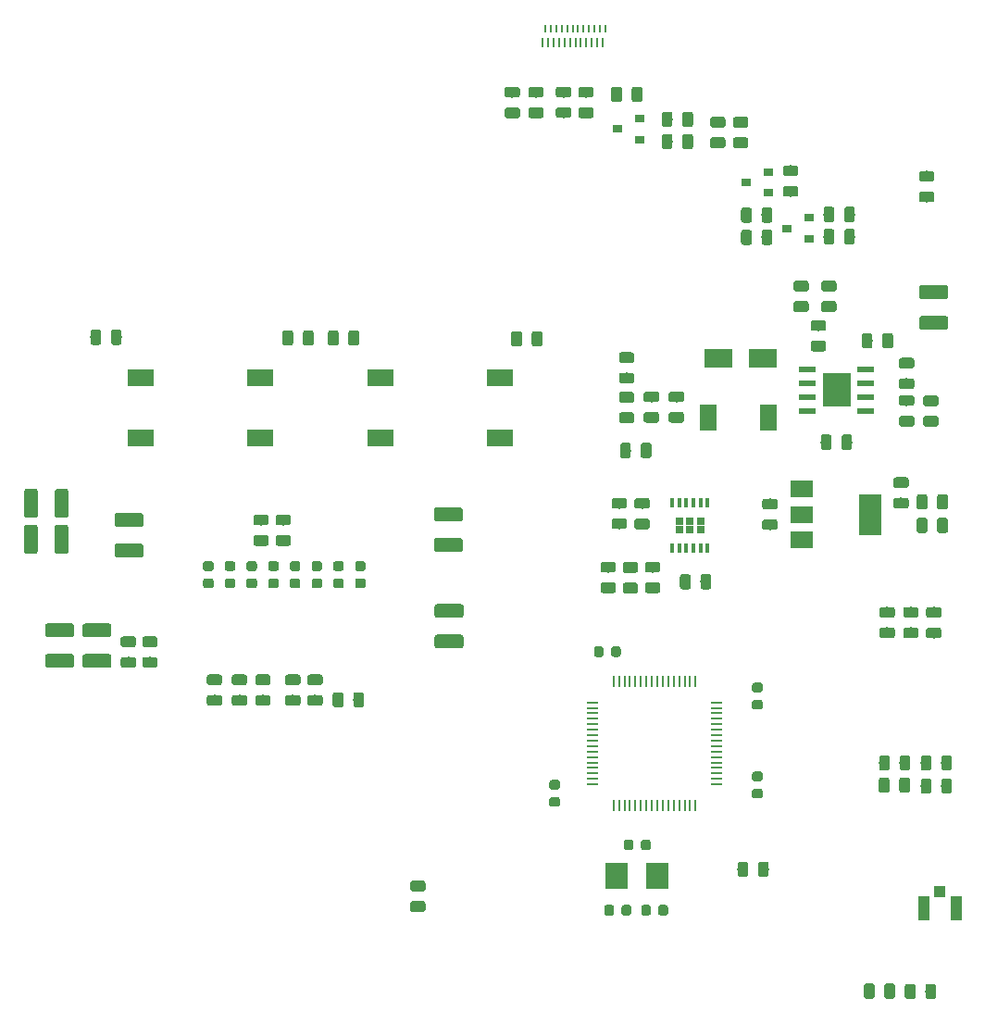
<source format=gbr>
G04 #@! TF.GenerationSoftware,KiCad,Pcbnew,5.0.2+dfsg1-1*
G04 #@! TF.CreationDate,2020-12-14T19:14:29+08:00*
G04 #@! TF.ProjectId,digital-amplifier2,64696769-7461-46c2-9d61-6d706c696669,rev?*
G04 #@! TF.SameCoordinates,Original*
G04 #@! TF.FileFunction,Paste,Top*
G04 #@! TF.FilePolarity,Positive*
%FSLAX46Y46*%
G04 Gerber Fmt 4.6, Leading zero omitted, Abs format (unit mm)*
G04 Created by KiCad (PCBNEW 5.0.2+dfsg1-1) date 2020年12月14日 星期一 19时14分29秒*
%MOMM*%
%LPD*%
G01*
G04 APERTURE LIST*
%ADD10R,1.050000X2.200000*%
%ADD11R,1.000000X1.050000*%
%ADD12R,0.250000X0.950000*%
%ADD13R,0.250000X0.800000*%
%ADD14C,0.100000*%
%ADD15C,1.250000*%
%ADD16C,0.975000*%
%ADD17R,0.900000X0.800000*%
%ADD18C,0.875000*%
%ADD19R,2.500000X1.800000*%
%ADD20R,2.000000X2.400000*%
%ADD21R,2.400000X1.500000*%
%ADD22R,1.500000X2.400000*%
%ADD23R,0.250000X1.000000*%
%ADD24R,1.000000X0.250000*%
%ADD25R,0.420000X0.890000*%
%ADD26R,0.750000X0.680000*%
%ADD27R,1.550000X0.600000*%
%ADD28R,2.600000X3.100000*%
%ADD29R,2.000000X3.800000*%
%ADD30R,2.000000X1.500000*%
G04 APERTURE END LIST*
D10*
G04 #@! TO.C,J7*
X135748500Y-136809500D03*
D11*
X137223500Y-135284500D03*
D10*
X138698500Y-136809500D03*
G04 #@! TD*
D12*
G04 #@! TO.C,J3*
X104884000Y-57637000D03*
X103884000Y-57637000D03*
X101884000Y-57637000D03*
X102884000Y-57637000D03*
X105884000Y-57637000D03*
X104384000Y-57637000D03*
X102384000Y-57637000D03*
X103384000Y-57637000D03*
X105384000Y-57637000D03*
X100884000Y-57637000D03*
X101384000Y-57637000D03*
X106384000Y-57637000D03*
D13*
X101134000Y-56337000D03*
X101634000Y-56337000D03*
X102134000Y-56337000D03*
X102634000Y-56337000D03*
X103134000Y-56337000D03*
X103634000Y-56337000D03*
X104134000Y-56337000D03*
X104634000Y-56337000D03*
X105134000Y-56337000D03*
X105634000Y-56337000D03*
X106134000Y-56337000D03*
X106634000Y-56337000D03*
G04 #@! TD*
D14*
G04 #@! TO.C,C32*
G36*
X64155004Y-100652704D02*
X64179273Y-100656304D01*
X64203071Y-100662265D01*
X64226171Y-100670530D01*
X64248349Y-100681020D01*
X64269393Y-100693633D01*
X64289098Y-100708247D01*
X64307277Y-100724723D01*
X64323753Y-100742902D01*
X64338367Y-100762607D01*
X64350980Y-100783651D01*
X64361470Y-100805829D01*
X64369735Y-100828929D01*
X64375696Y-100852727D01*
X64379296Y-100876996D01*
X64380500Y-100901500D01*
X64380500Y-101651500D01*
X64379296Y-101676004D01*
X64375696Y-101700273D01*
X64369735Y-101724071D01*
X64361470Y-101747171D01*
X64350980Y-101769349D01*
X64338367Y-101790393D01*
X64323753Y-101810098D01*
X64307277Y-101828277D01*
X64289098Y-101844753D01*
X64269393Y-101859367D01*
X64248349Y-101871980D01*
X64226171Y-101882470D01*
X64203071Y-101890735D01*
X64179273Y-101896696D01*
X64155004Y-101900296D01*
X64130500Y-101901500D01*
X61980500Y-101901500D01*
X61955996Y-101900296D01*
X61931727Y-101896696D01*
X61907929Y-101890735D01*
X61884829Y-101882470D01*
X61862651Y-101871980D01*
X61841607Y-101859367D01*
X61821902Y-101844753D01*
X61803723Y-101828277D01*
X61787247Y-101810098D01*
X61772633Y-101790393D01*
X61760020Y-101769349D01*
X61749530Y-101747171D01*
X61741265Y-101724071D01*
X61735304Y-101700273D01*
X61731704Y-101676004D01*
X61730500Y-101651500D01*
X61730500Y-100901500D01*
X61731704Y-100876996D01*
X61735304Y-100852727D01*
X61741265Y-100828929D01*
X61749530Y-100805829D01*
X61760020Y-100783651D01*
X61772633Y-100762607D01*
X61787247Y-100742902D01*
X61803723Y-100724723D01*
X61821902Y-100708247D01*
X61841607Y-100693633D01*
X61862651Y-100681020D01*
X61884829Y-100670530D01*
X61907929Y-100662265D01*
X61931727Y-100656304D01*
X61955996Y-100652704D01*
X61980500Y-100651500D01*
X64130500Y-100651500D01*
X64155004Y-100652704D01*
X64155004Y-100652704D01*
G37*
D15*
X63055500Y-101276500D03*
D14*
G36*
X64155004Y-103452704D02*
X64179273Y-103456304D01*
X64203071Y-103462265D01*
X64226171Y-103470530D01*
X64248349Y-103481020D01*
X64269393Y-103493633D01*
X64289098Y-103508247D01*
X64307277Y-103524723D01*
X64323753Y-103542902D01*
X64338367Y-103562607D01*
X64350980Y-103583651D01*
X64361470Y-103605829D01*
X64369735Y-103628929D01*
X64375696Y-103652727D01*
X64379296Y-103676996D01*
X64380500Y-103701500D01*
X64380500Y-104451500D01*
X64379296Y-104476004D01*
X64375696Y-104500273D01*
X64369735Y-104524071D01*
X64361470Y-104547171D01*
X64350980Y-104569349D01*
X64338367Y-104590393D01*
X64323753Y-104610098D01*
X64307277Y-104628277D01*
X64289098Y-104644753D01*
X64269393Y-104659367D01*
X64248349Y-104671980D01*
X64226171Y-104682470D01*
X64203071Y-104690735D01*
X64179273Y-104696696D01*
X64155004Y-104700296D01*
X64130500Y-104701500D01*
X61980500Y-104701500D01*
X61955996Y-104700296D01*
X61931727Y-104696696D01*
X61907929Y-104690735D01*
X61884829Y-104682470D01*
X61862651Y-104671980D01*
X61841607Y-104659367D01*
X61821902Y-104644753D01*
X61803723Y-104628277D01*
X61787247Y-104610098D01*
X61772633Y-104590393D01*
X61760020Y-104569349D01*
X61749530Y-104547171D01*
X61741265Y-104524071D01*
X61735304Y-104500273D01*
X61731704Y-104476004D01*
X61730500Y-104451500D01*
X61730500Y-103701500D01*
X61731704Y-103676996D01*
X61735304Y-103652727D01*
X61741265Y-103628929D01*
X61749530Y-103605829D01*
X61760020Y-103583651D01*
X61772633Y-103562607D01*
X61787247Y-103542902D01*
X61803723Y-103524723D01*
X61821902Y-103508247D01*
X61841607Y-103493633D01*
X61862651Y-103481020D01*
X61884829Y-103470530D01*
X61907929Y-103462265D01*
X61931727Y-103456304D01*
X61955996Y-103452704D01*
X61980500Y-103451500D01*
X64130500Y-103451500D01*
X64155004Y-103452704D01*
X64155004Y-103452704D01*
G37*
D15*
X63055500Y-104076500D03*
G04 #@! TD*
D14*
G04 #@! TO.C,C45*
G36*
X65440642Y-111938674D02*
X65464303Y-111942184D01*
X65487507Y-111947996D01*
X65510029Y-111956054D01*
X65531653Y-111966282D01*
X65552170Y-111978579D01*
X65571383Y-111992829D01*
X65589107Y-112008893D01*
X65605171Y-112026617D01*
X65619421Y-112045830D01*
X65631718Y-112066347D01*
X65641946Y-112087971D01*
X65650004Y-112110493D01*
X65655816Y-112133697D01*
X65659326Y-112157358D01*
X65660500Y-112181250D01*
X65660500Y-112668750D01*
X65659326Y-112692642D01*
X65655816Y-112716303D01*
X65650004Y-112739507D01*
X65641946Y-112762029D01*
X65631718Y-112783653D01*
X65619421Y-112804170D01*
X65605171Y-112823383D01*
X65589107Y-112841107D01*
X65571383Y-112857171D01*
X65552170Y-112871421D01*
X65531653Y-112883718D01*
X65510029Y-112893946D01*
X65487507Y-112902004D01*
X65464303Y-112907816D01*
X65440642Y-112911326D01*
X65416750Y-112912500D01*
X64504250Y-112912500D01*
X64480358Y-112911326D01*
X64456697Y-112907816D01*
X64433493Y-112902004D01*
X64410971Y-112893946D01*
X64389347Y-112883718D01*
X64368830Y-112871421D01*
X64349617Y-112857171D01*
X64331893Y-112841107D01*
X64315829Y-112823383D01*
X64301579Y-112804170D01*
X64289282Y-112783653D01*
X64279054Y-112762029D01*
X64270996Y-112739507D01*
X64265184Y-112716303D01*
X64261674Y-112692642D01*
X64260500Y-112668750D01*
X64260500Y-112181250D01*
X64261674Y-112157358D01*
X64265184Y-112133697D01*
X64270996Y-112110493D01*
X64279054Y-112087971D01*
X64289282Y-112066347D01*
X64301579Y-112045830D01*
X64315829Y-112026617D01*
X64331893Y-112008893D01*
X64349617Y-111992829D01*
X64368830Y-111978579D01*
X64389347Y-111966282D01*
X64410971Y-111956054D01*
X64433493Y-111947996D01*
X64456697Y-111942184D01*
X64480358Y-111938674D01*
X64504250Y-111937500D01*
X65416750Y-111937500D01*
X65440642Y-111938674D01*
X65440642Y-111938674D01*
G37*
D16*
X64960500Y-112425000D03*
D14*
G36*
X65440642Y-113813674D02*
X65464303Y-113817184D01*
X65487507Y-113822996D01*
X65510029Y-113831054D01*
X65531653Y-113841282D01*
X65552170Y-113853579D01*
X65571383Y-113867829D01*
X65589107Y-113883893D01*
X65605171Y-113901617D01*
X65619421Y-113920830D01*
X65631718Y-113941347D01*
X65641946Y-113962971D01*
X65650004Y-113985493D01*
X65655816Y-114008697D01*
X65659326Y-114032358D01*
X65660500Y-114056250D01*
X65660500Y-114543750D01*
X65659326Y-114567642D01*
X65655816Y-114591303D01*
X65650004Y-114614507D01*
X65641946Y-114637029D01*
X65631718Y-114658653D01*
X65619421Y-114679170D01*
X65605171Y-114698383D01*
X65589107Y-114716107D01*
X65571383Y-114732171D01*
X65552170Y-114746421D01*
X65531653Y-114758718D01*
X65510029Y-114768946D01*
X65487507Y-114777004D01*
X65464303Y-114782816D01*
X65440642Y-114786326D01*
X65416750Y-114787500D01*
X64504250Y-114787500D01*
X64480358Y-114786326D01*
X64456697Y-114782816D01*
X64433493Y-114777004D01*
X64410971Y-114768946D01*
X64389347Y-114758718D01*
X64368830Y-114746421D01*
X64349617Y-114732171D01*
X64331893Y-114716107D01*
X64315829Y-114698383D01*
X64301579Y-114679170D01*
X64289282Y-114658653D01*
X64279054Y-114637029D01*
X64270996Y-114614507D01*
X64265184Y-114591303D01*
X64261674Y-114567642D01*
X64260500Y-114543750D01*
X64260500Y-114056250D01*
X64261674Y-114032358D01*
X64265184Y-114008697D01*
X64270996Y-113985493D01*
X64279054Y-113962971D01*
X64289282Y-113941347D01*
X64301579Y-113920830D01*
X64315829Y-113901617D01*
X64331893Y-113883893D01*
X64349617Y-113867829D01*
X64368830Y-113853579D01*
X64389347Y-113841282D01*
X64410971Y-113831054D01*
X64433493Y-113822996D01*
X64456697Y-113817184D01*
X64480358Y-113813674D01*
X64504250Y-113812500D01*
X65416750Y-113812500D01*
X65440642Y-113813674D01*
X65440642Y-113813674D01*
G37*
D16*
X64960500Y-114300000D03*
G04 #@! TD*
D14*
G04 #@! TO.C,R17*
G36*
X98587642Y-63570174D02*
X98611303Y-63573684D01*
X98634507Y-63579496D01*
X98657029Y-63587554D01*
X98678653Y-63597782D01*
X98699170Y-63610079D01*
X98718383Y-63624329D01*
X98736107Y-63640393D01*
X98752171Y-63658117D01*
X98766421Y-63677330D01*
X98778718Y-63697847D01*
X98788946Y-63719471D01*
X98797004Y-63741993D01*
X98802816Y-63765197D01*
X98806326Y-63788858D01*
X98807500Y-63812750D01*
X98807500Y-64300250D01*
X98806326Y-64324142D01*
X98802816Y-64347803D01*
X98797004Y-64371007D01*
X98788946Y-64393529D01*
X98778718Y-64415153D01*
X98766421Y-64435670D01*
X98752171Y-64454883D01*
X98736107Y-64472607D01*
X98718383Y-64488671D01*
X98699170Y-64502921D01*
X98678653Y-64515218D01*
X98657029Y-64525446D01*
X98634507Y-64533504D01*
X98611303Y-64539316D01*
X98587642Y-64542826D01*
X98563750Y-64544000D01*
X97651250Y-64544000D01*
X97627358Y-64542826D01*
X97603697Y-64539316D01*
X97580493Y-64533504D01*
X97557971Y-64525446D01*
X97536347Y-64515218D01*
X97515830Y-64502921D01*
X97496617Y-64488671D01*
X97478893Y-64472607D01*
X97462829Y-64454883D01*
X97448579Y-64435670D01*
X97436282Y-64415153D01*
X97426054Y-64393529D01*
X97417996Y-64371007D01*
X97412184Y-64347803D01*
X97408674Y-64324142D01*
X97407500Y-64300250D01*
X97407500Y-63812750D01*
X97408674Y-63788858D01*
X97412184Y-63765197D01*
X97417996Y-63741993D01*
X97426054Y-63719471D01*
X97436282Y-63697847D01*
X97448579Y-63677330D01*
X97462829Y-63658117D01*
X97478893Y-63640393D01*
X97496617Y-63624329D01*
X97515830Y-63610079D01*
X97536347Y-63597782D01*
X97557971Y-63587554D01*
X97580493Y-63579496D01*
X97603697Y-63573684D01*
X97627358Y-63570174D01*
X97651250Y-63569000D01*
X98563750Y-63569000D01*
X98587642Y-63570174D01*
X98587642Y-63570174D01*
G37*
D16*
X98107500Y-64056500D03*
D14*
G36*
X98587642Y-61695174D02*
X98611303Y-61698684D01*
X98634507Y-61704496D01*
X98657029Y-61712554D01*
X98678653Y-61722782D01*
X98699170Y-61735079D01*
X98718383Y-61749329D01*
X98736107Y-61765393D01*
X98752171Y-61783117D01*
X98766421Y-61802330D01*
X98778718Y-61822847D01*
X98788946Y-61844471D01*
X98797004Y-61866993D01*
X98802816Y-61890197D01*
X98806326Y-61913858D01*
X98807500Y-61937750D01*
X98807500Y-62425250D01*
X98806326Y-62449142D01*
X98802816Y-62472803D01*
X98797004Y-62496007D01*
X98788946Y-62518529D01*
X98778718Y-62540153D01*
X98766421Y-62560670D01*
X98752171Y-62579883D01*
X98736107Y-62597607D01*
X98718383Y-62613671D01*
X98699170Y-62627921D01*
X98678653Y-62640218D01*
X98657029Y-62650446D01*
X98634507Y-62658504D01*
X98611303Y-62664316D01*
X98587642Y-62667826D01*
X98563750Y-62669000D01*
X97651250Y-62669000D01*
X97627358Y-62667826D01*
X97603697Y-62664316D01*
X97580493Y-62658504D01*
X97557971Y-62650446D01*
X97536347Y-62640218D01*
X97515830Y-62627921D01*
X97496617Y-62613671D01*
X97478893Y-62597607D01*
X97462829Y-62579883D01*
X97448579Y-62560670D01*
X97436282Y-62540153D01*
X97426054Y-62518529D01*
X97417996Y-62496007D01*
X97412184Y-62472803D01*
X97408674Y-62449142D01*
X97407500Y-62425250D01*
X97407500Y-61937750D01*
X97408674Y-61913858D01*
X97412184Y-61890197D01*
X97417996Y-61866993D01*
X97426054Y-61844471D01*
X97436282Y-61822847D01*
X97448579Y-61802330D01*
X97462829Y-61783117D01*
X97478893Y-61765393D01*
X97496617Y-61749329D01*
X97515830Y-61735079D01*
X97536347Y-61722782D01*
X97557971Y-61712554D01*
X97580493Y-61704496D01*
X97603697Y-61698684D01*
X97627358Y-61695174D01*
X97651250Y-61694000D01*
X98563750Y-61694000D01*
X98587642Y-61695174D01*
X98587642Y-61695174D01*
G37*
D16*
X98107500Y-62181500D03*
G04 #@! TD*
D14*
G04 #@! TO.C,R39*
G36*
X100746642Y-61695174D02*
X100770303Y-61698684D01*
X100793507Y-61704496D01*
X100816029Y-61712554D01*
X100837653Y-61722782D01*
X100858170Y-61735079D01*
X100877383Y-61749329D01*
X100895107Y-61765393D01*
X100911171Y-61783117D01*
X100925421Y-61802330D01*
X100937718Y-61822847D01*
X100947946Y-61844471D01*
X100956004Y-61866993D01*
X100961816Y-61890197D01*
X100965326Y-61913858D01*
X100966500Y-61937750D01*
X100966500Y-62425250D01*
X100965326Y-62449142D01*
X100961816Y-62472803D01*
X100956004Y-62496007D01*
X100947946Y-62518529D01*
X100937718Y-62540153D01*
X100925421Y-62560670D01*
X100911171Y-62579883D01*
X100895107Y-62597607D01*
X100877383Y-62613671D01*
X100858170Y-62627921D01*
X100837653Y-62640218D01*
X100816029Y-62650446D01*
X100793507Y-62658504D01*
X100770303Y-62664316D01*
X100746642Y-62667826D01*
X100722750Y-62669000D01*
X99810250Y-62669000D01*
X99786358Y-62667826D01*
X99762697Y-62664316D01*
X99739493Y-62658504D01*
X99716971Y-62650446D01*
X99695347Y-62640218D01*
X99674830Y-62627921D01*
X99655617Y-62613671D01*
X99637893Y-62597607D01*
X99621829Y-62579883D01*
X99607579Y-62560670D01*
X99595282Y-62540153D01*
X99585054Y-62518529D01*
X99576996Y-62496007D01*
X99571184Y-62472803D01*
X99567674Y-62449142D01*
X99566500Y-62425250D01*
X99566500Y-61937750D01*
X99567674Y-61913858D01*
X99571184Y-61890197D01*
X99576996Y-61866993D01*
X99585054Y-61844471D01*
X99595282Y-61822847D01*
X99607579Y-61802330D01*
X99621829Y-61783117D01*
X99637893Y-61765393D01*
X99655617Y-61749329D01*
X99674830Y-61735079D01*
X99695347Y-61722782D01*
X99716971Y-61712554D01*
X99739493Y-61704496D01*
X99762697Y-61698684D01*
X99786358Y-61695174D01*
X99810250Y-61694000D01*
X100722750Y-61694000D01*
X100746642Y-61695174D01*
X100746642Y-61695174D01*
G37*
D16*
X100266500Y-62181500D03*
D14*
G36*
X100746642Y-63570174D02*
X100770303Y-63573684D01*
X100793507Y-63579496D01*
X100816029Y-63587554D01*
X100837653Y-63597782D01*
X100858170Y-63610079D01*
X100877383Y-63624329D01*
X100895107Y-63640393D01*
X100911171Y-63658117D01*
X100925421Y-63677330D01*
X100937718Y-63697847D01*
X100947946Y-63719471D01*
X100956004Y-63741993D01*
X100961816Y-63765197D01*
X100965326Y-63788858D01*
X100966500Y-63812750D01*
X100966500Y-64300250D01*
X100965326Y-64324142D01*
X100961816Y-64347803D01*
X100956004Y-64371007D01*
X100947946Y-64393529D01*
X100937718Y-64415153D01*
X100925421Y-64435670D01*
X100911171Y-64454883D01*
X100895107Y-64472607D01*
X100877383Y-64488671D01*
X100858170Y-64502921D01*
X100837653Y-64515218D01*
X100816029Y-64525446D01*
X100793507Y-64533504D01*
X100770303Y-64539316D01*
X100746642Y-64542826D01*
X100722750Y-64544000D01*
X99810250Y-64544000D01*
X99786358Y-64542826D01*
X99762697Y-64539316D01*
X99739493Y-64533504D01*
X99716971Y-64525446D01*
X99695347Y-64515218D01*
X99674830Y-64502921D01*
X99655617Y-64488671D01*
X99637893Y-64472607D01*
X99621829Y-64454883D01*
X99607579Y-64435670D01*
X99595282Y-64415153D01*
X99585054Y-64393529D01*
X99576996Y-64371007D01*
X99571184Y-64347803D01*
X99567674Y-64324142D01*
X99566500Y-64300250D01*
X99566500Y-63812750D01*
X99567674Y-63788858D01*
X99571184Y-63765197D01*
X99576996Y-63741993D01*
X99585054Y-63719471D01*
X99595282Y-63697847D01*
X99607579Y-63677330D01*
X99621829Y-63658117D01*
X99637893Y-63640393D01*
X99655617Y-63624329D01*
X99674830Y-63610079D01*
X99695347Y-63597782D01*
X99716971Y-63587554D01*
X99739493Y-63579496D01*
X99762697Y-63573684D01*
X99786358Y-63570174D01*
X99810250Y-63569000D01*
X100722750Y-63569000D01*
X100746642Y-63570174D01*
X100746642Y-63570174D01*
G37*
D16*
X100266500Y-64056500D03*
G04 #@! TD*
D14*
G04 #@! TO.C,C38*
G36*
X77632642Y-100811174D02*
X77656303Y-100814684D01*
X77679507Y-100820496D01*
X77702029Y-100828554D01*
X77723653Y-100838782D01*
X77744170Y-100851079D01*
X77763383Y-100865329D01*
X77781107Y-100881393D01*
X77797171Y-100899117D01*
X77811421Y-100918330D01*
X77823718Y-100938847D01*
X77833946Y-100960471D01*
X77842004Y-100982993D01*
X77847816Y-101006197D01*
X77851326Y-101029858D01*
X77852500Y-101053750D01*
X77852500Y-101541250D01*
X77851326Y-101565142D01*
X77847816Y-101588803D01*
X77842004Y-101612007D01*
X77833946Y-101634529D01*
X77823718Y-101656153D01*
X77811421Y-101676670D01*
X77797171Y-101695883D01*
X77781107Y-101713607D01*
X77763383Y-101729671D01*
X77744170Y-101743921D01*
X77723653Y-101756218D01*
X77702029Y-101766446D01*
X77679507Y-101774504D01*
X77656303Y-101780316D01*
X77632642Y-101783826D01*
X77608750Y-101785000D01*
X76696250Y-101785000D01*
X76672358Y-101783826D01*
X76648697Y-101780316D01*
X76625493Y-101774504D01*
X76602971Y-101766446D01*
X76581347Y-101756218D01*
X76560830Y-101743921D01*
X76541617Y-101729671D01*
X76523893Y-101713607D01*
X76507829Y-101695883D01*
X76493579Y-101676670D01*
X76481282Y-101656153D01*
X76471054Y-101634529D01*
X76462996Y-101612007D01*
X76457184Y-101588803D01*
X76453674Y-101565142D01*
X76452500Y-101541250D01*
X76452500Y-101053750D01*
X76453674Y-101029858D01*
X76457184Y-101006197D01*
X76462996Y-100982993D01*
X76471054Y-100960471D01*
X76481282Y-100938847D01*
X76493579Y-100918330D01*
X76507829Y-100899117D01*
X76523893Y-100881393D01*
X76541617Y-100865329D01*
X76560830Y-100851079D01*
X76581347Y-100838782D01*
X76602971Y-100828554D01*
X76625493Y-100820496D01*
X76648697Y-100814684D01*
X76672358Y-100811174D01*
X76696250Y-100810000D01*
X77608750Y-100810000D01*
X77632642Y-100811174D01*
X77632642Y-100811174D01*
G37*
D16*
X77152500Y-101297500D03*
D14*
G36*
X77632642Y-102686174D02*
X77656303Y-102689684D01*
X77679507Y-102695496D01*
X77702029Y-102703554D01*
X77723653Y-102713782D01*
X77744170Y-102726079D01*
X77763383Y-102740329D01*
X77781107Y-102756393D01*
X77797171Y-102774117D01*
X77811421Y-102793330D01*
X77823718Y-102813847D01*
X77833946Y-102835471D01*
X77842004Y-102857993D01*
X77847816Y-102881197D01*
X77851326Y-102904858D01*
X77852500Y-102928750D01*
X77852500Y-103416250D01*
X77851326Y-103440142D01*
X77847816Y-103463803D01*
X77842004Y-103487007D01*
X77833946Y-103509529D01*
X77823718Y-103531153D01*
X77811421Y-103551670D01*
X77797171Y-103570883D01*
X77781107Y-103588607D01*
X77763383Y-103604671D01*
X77744170Y-103618921D01*
X77723653Y-103631218D01*
X77702029Y-103641446D01*
X77679507Y-103649504D01*
X77656303Y-103655316D01*
X77632642Y-103658826D01*
X77608750Y-103660000D01*
X76696250Y-103660000D01*
X76672358Y-103658826D01*
X76648697Y-103655316D01*
X76625493Y-103649504D01*
X76602971Y-103641446D01*
X76581347Y-103631218D01*
X76560830Y-103618921D01*
X76541617Y-103604671D01*
X76523893Y-103588607D01*
X76507829Y-103570883D01*
X76493579Y-103551670D01*
X76481282Y-103531153D01*
X76471054Y-103509529D01*
X76462996Y-103487007D01*
X76457184Y-103463803D01*
X76453674Y-103440142D01*
X76452500Y-103416250D01*
X76452500Y-102928750D01*
X76453674Y-102904858D01*
X76457184Y-102881197D01*
X76462996Y-102857993D01*
X76471054Y-102835471D01*
X76481282Y-102813847D01*
X76493579Y-102793330D01*
X76507829Y-102774117D01*
X76523893Y-102756393D01*
X76541617Y-102740329D01*
X76560830Y-102726079D01*
X76581347Y-102713782D01*
X76602971Y-102703554D01*
X76625493Y-102695496D01*
X76648697Y-102689684D01*
X76672358Y-102686174D01*
X76696250Y-102685000D01*
X77608750Y-102685000D01*
X77632642Y-102686174D01*
X77632642Y-102686174D01*
G37*
D16*
X77152500Y-103172500D03*
G04 #@! TD*
D14*
G04 #@! TO.C,C36*
G36*
X73632142Y-117291174D02*
X73655803Y-117294684D01*
X73679007Y-117300496D01*
X73701529Y-117308554D01*
X73723153Y-117318782D01*
X73743670Y-117331079D01*
X73762883Y-117345329D01*
X73780607Y-117361393D01*
X73796671Y-117379117D01*
X73810921Y-117398330D01*
X73823218Y-117418847D01*
X73833446Y-117440471D01*
X73841504Y-117462993D01*
X73847316Y-117486197D01*
X73850826Y-117509858D01*
X73852000Y-117533750D01*
X73852000Y-118021250D01*
X73850826Y-118045142D01*
X73847316Y-118068803D01*
X73841504Y-118092007D01*
X73833446Y-118114529D01*
X73823218Y-118136153D01*
X73810921Y-118156670D01*
X73796671Y-118175883D01*
X73780607Y-118193607D01*
X73762883Y-118209671D01*
X73743670Y-118223921D01*
X73723153Y-118236218D01*
X73701529Y-118246446D01*
X73679007Y-118254504D01*
X73655803Y-118260316D01*
X73632142Y-118263826D01*
X73608250Y-118265000D01*
X72695750Y-118265000D01*
X72671858Y-118263826D01*
X72648197Y-118260316D01*
X72624993Y-118254504D01*
X72602471Y-118246446D01*
X72580847Y-118236218D01*
X72560330Y-118223921D01*
X72541117Y-118209671D01*
X72523393Y-118193607D01*
X72507329Y-118175883D01*
X72493079Y-118156670D01*
X72480782Y-118136153D01*
X72470554Y-118114529D01*
X72462496Y-118092007D01*
X72456684Y-118068803D01*
X72453174Y-118045142D01*
X72452000Y-118021250D01*
X72452000Y-117533750D01*
X72453174Y-117509858D01*
X72456684Y-117486197D01*
X72462496Y-117462993D01*
X72470554Y-117440471D01*
X72480782Y-117418847D01*
X72493079Y-117398330D01*
X72507329Y-117379117D01*
X72523393Y-117361393D01*
X72541117Y-117345329D01*
X72560330Y-117331079D01*
X72580847Y-117318782D01*
X72602471Y-117308554D01*
X72624993Y-117300496D01*
X72648197Y-117294684D01*
X72671858Y-117291174D01*
X72695750Y-117290000D01*
X73608250Y-117290000D01*
X73632142Y-117291174D01*
X73632142Y-117291174D01*
G37*
D16*
X73152000Y-117777500D03*
D14*
G36*
X73632142Y-115416174D02*
X73655803Y-115419684D01*
X73679007Y-115425496D01*
X73701529Y-115433554D01*
X73723153Y-115443782D01*
X73743670Y-115456079D01*
X73762883Y-115470329D01*
X73780607Y-115486393D01*
X73796671Y-115504117D01*
X73810921Y-115523330D01*
X73823218Y-115543847D01*
X73833446Y-115565471D01*
X73841504Y-115587993D01*
X73847316Y-115611197D01*
X73850826Y-115634858D01*
X73852000Y-115658750D01*
X73852000Y-116146250D01*
X73850826Y-116170142D01*
X73847316Y-116193803D01*
X73841504Y-116217007D01*
X73833446Y-116239529D01*
X73823218Y-116261153D01*
X73810921Y-116281670D01*
X73796671Y-116300883D01*
X73780607Y-116318607D01*
X73762883Y-116334671D01*
X73743670Y-116348921D01*
X73723153Y-116361218D01*
X73701529Y-116371446D01*
X73679007Y-116379504D01*
X73655803Y-116385316D01*
X73632142Y-116388826D01*
X73608250Y-116390000D01*
X72695750Y-116390000D01*
X72671858Y-116388826D01*
X72648197Y-116385316D01*
X72624993Y-116379504D01*
X72602471Y-116371446D01*
X72580847Y-116361218D01*
X72560330Y-116348921D01*
X72541117Y-116334671D01*
X72523393Y-116318607D01*
X72507329Y-116300883D01*
X72493079Y-116281670D01*
X72480782Y-116261153D01*
X72470554Y-116239529D01*
X72462496Y-116217007D01*
X72456684Y-116193803D01*
X72453174Y-116170142D01*
X72452000Y-116146250D01*
X72452000Y-115658750D01*
X72453174Y-115634858D01*
X72456684Y-115611197D01*
X72462496Y-115587993D01*
X72470554Y-115565471D01*
X72480782Y-115543847D01*
X72493079Y-115523330D01*
X72507329Y-115504117D01*
X72523393Y-115486393D01*
X72541117Y-115470329D01*
X72560330Y-115456079D01*
X72580847Y-115443782D01*
X72602471Y-115433554D01*
X72624993Y-115425496D01*
X72648197Y-115419684D01*
X72671858Y-115416174D01*
X72695750Y-115415000D01*
X73608250Y-115415000D01*
X73632142Y-115416174D01*
X73632142Y-115416174D01*
G37*
D16*
X73152000Y-115902500D03*
G04 #@! TD*
D14*
G04 #@! TO.C,C35*
G36*
X75600642Y-100811174D02*
X75624303Y-100814684D01*
X75647507Y-100820496D01*
X75670029Y-100828554D01*
X75691653Y-100838782D01*
X75712170Y-100851079D01*
X75731383Y-100865329D01*
X75749107Y-100881393D01*
X75765171Y-100899117D01*
X75779421Y-100918330D01*
X75791718Y-100938847D01*
X75801946Y-100960471D01*
X75810004Y-100982993D01*
X75815816Y-101006197D01*
X75819326Y-101029858D01*
X75820500Y-101053750D01*
X75820500Y-101541250D01*
X75819326Y-101565142D01*
X75815816Y-101588803D01*
X75810004Y-101612007D01*
X75801946Y-101634529D01*
X75791718Y-101656153D01*
X75779421Y-101676670D01*
X75765171Y-101695883D01*
X75749107Y-101713607D01*
X75731383Y-101729671D01*
X75712170Y-101743921D01*
X75691653Y-101756218D01*
X75670029Y-101766446D01*
X75647507Y-101774504D01*
X75624303Y-101780316D01*
X75600642Y-101783826D01*
X75576750Y-101785000D01*
X74664250Y-101785000D01*
X74640358Y-101783826D01*
X74616697Y-101780316D01*
X74593493Y-101774504D01*
X74570971Y-101766446D01*
X74549347Y-101756218D01*
X74528830Y-101743921D01*
X74509617Y-101729671D01*
X74491893Y-101713607D01*
X74475829Y-101695883D01*
X74461579Y-101676670D01*
X74449282Y-101656153D01*
X74439054Y-101634529D01*
X74430996Y-101612007D01*
X74425184Y-101588803D01*
X74421674Y-101565142D01*
X74420500Y-101541250D01*
X74420500Y-101053750D01*
X74421674Y-101029858D01*
X74425184Y-101006197D01*
X74430996Y-100982993D01*
X74439054Y-100960471D01*
X74449282Y-100938847D01*
X74461579Y-100918330D01*
X74475829Y-100899117D01*
X74491893Y-100881393D01*
X74509617Y-100865329D01*
X74528830Y-100851079D01*
X74549347Y-100838782D01*
X74570971Y-100828554D01*
X74593493Y-100820496D01*
X74616697Y-100814684D01*
X74640358Y-100811174D01*
X74664250Y-100810000D01*
X75576750Y-100810000D01*
X75600642Y-100811174D01*
X75600642Y-100811174D01*
G37*
D16*
X75120500Y-101297500D03*
D14*
G36*
X75600642Y-102686174D02*
X75624303Y-102689684D01*
X75647507Y-102695496D01*
X75670029Y-102703554D01*
X75691653Y-102713782D01*
X75712170Y-102726079D01*
X75731383Y-102740329D01*
X75749107Y-102756393D01*
X75765171Y-102774117D01*
X75779421Y-102793330D01*
X75791718Y-102813847D01*
X75801946Y-102835471D01*
X75810004Y-102857993D01*
X75815816Y-102881197D01*
X75819326Y-102904858D01*
X75820500Y-102928750D01*
X75820500Y-103416250D01*
X75819326Y-103440142D01*
X75815816Y-103463803D01*
X75810004Y-103487007D01*
X75801946Y-103509529D01*
X75791718Y-103531153D01*
X75779421Y-103551670D01*
X75765171Y-103570883D01*
X75749107Y-103588607D01*
X75731383Y-103604671D01*
X75712170Y-103618921D01*
X75691653Y-103631218D01*
X75670029Y-103641446D01*
X75647507Y-103649504D01*
X75624303Y-103655316D01*
X75600642Y-103658826D01*
X75576750Y-103660000D01*
X74664250Y-103660000D01*
X74640358Y-103658826D01*
X74616697Y-103655316D01*
X74593493Y-103649504D01*
X74570971Y-103641446D01*
X74549347Y-103631218D01*
X74528830Y-103618921D01*
X74509617Y-103604671D01*
X74491893Y-103588607D01*
X74475829Y-103570883D01*
X74461579Y-103551670D01*
X74449282Y-103531153D01*
X74439054Y-103509529D01*
X74430996Y-103487007D01*
X74425184Y-103463803D01*
X74421674Y-103440142D01*
X74420500Y-103416250D01*
X74420500Y-102928750D01*
X74421674Y-102904858D01*
X74425184Y-102881197D01*
X74430996Y-102857993D01*
X74439054Y-102835471D01*
X74449282Y-102813847D01*
X74461579Y-102793330D01*
X74475829Y-102774117D01*
X74491893Y-102756393D01*
X74509617Y-102740329D01*
X74528830Y-102726079D01*
X74549347Y-102713782D01*
X74570971Y-102703554D01*
X74593493Y-102695496D01*
X74616697Y-102689684D01*
X74640358Y-102686174D01*
X74664250Y-102685000D01*
X75576750Y-102685000D01*
X75600642Y-102686174D01*
X75600642Y-102686174D01*
G37*
D16*
X75120500Y-103172500D03*
G04 #@! TD*
D14*
G04 #@! TO.C,C40*
G36*
X75791142Y-115416174D02*
X75814803Y-115419684D01*
X75838007Y-115425496D01*
X75860529Y-115433554D01*
X75882153Y-115443782D01*
X75902670Y-115456079D01*
X75921883Y-115470329D01*
X75939607Y-115486393D01*
X75955671Y-115504117D01*
X75969921Y-115523330D01*
X75982218Y-115543847D01*
X75992446Y-115565471D01*
X76000504Y-115587993D01*
X76006316Y-115611197D01*
X76009826Y-115634858D01*
X76011000Y-115658750D01*
X76011000Y-116146250D01*
X76009826Y-116170142D01*
X76006316Y-116193803D01*
X76000504Y-116217007D01*
X75992446Y-116239529D01*
X75982218Y-116261153D01*
X75969921Y-116281670D01*
X75955671Y-116300883D01*
X75939607Y-116318607D01*
X75921883Y-116334671D01*
X75902670Y-116348921D01*
X75882153Y-116361218D01*
X75860529Y-116371446D01*
X75838007Y-116379504D01*
X75814803Y-116385316D01*
X75791142Y-116388826D01*
X75767250Y-116390000D01*
X74854750Y-116390000D01*
X74830858Y-116388826D01*
X74807197Y-116385316D01*
X74783993Y-116379504D01*
X74761471Y-116371446D01*
X74739847Y-116361218D01*
X74719330Y-116348921D01*
X74700117Y-116334671D01*
X74682393Y-116318607D01*
X74666329Y-116300883D01*
X74652079Y-116281670D01*
X74639782Y-116261153D01*
X74629554Y-116239529D01*
X74621496Y-116217007D01*
X74615684Y-116193803D01*
X74612174Y-116170142D01*
X74611000Y-116146250D01*
X74611000Y-115658750D01*
X74612174Y-115634858D01*
X74615684Y-115611197D01*
X74621496Y-115587993D01*
X74629554Y-115565471D01*
X74639782Y-115543847D01*
X74652079Y-115523330D01*
X74666329Y-115504117D01*
X74682393Y-115486393D01*
X74700117Y-115470329D01*
X74719330Y-115456079D01*
X74739847Y-115443782D01*
X74761471Y-115433554D01*
X74783993Y-115425496D01*
X74807197Y-115419684D01*
X74830858Y-115416174D01*
X74854750Y-115415000D01*
X75767250Y-115415000D01*
X75791142Y-115416174D01*
X75791142Y-115416174D01*
G37*
D16*
X75311000Y-115902500D03*
D14*
G36*
X75791142Y-117291174D02*
X75814803Y-117294684D01*
X75838007Y-117300496D01*
X75860529Y-117308554D01*
X75882153Y-117318782D01*
X75902670Y-117331079D01*
X75921883Y-117345329D01*
X75939607Y-117361393D01*
X75955671Y-117379117D01*
X75969921Y-117398330D01*
X75982218Y-117418847D01*
X75992446Y-117440471D01*
X76000504Y-117462993D01*
X76006316Y-117486197D01*
X76009826Y-117509858D01*
X76011000Y-117533750D01*
X76011000Y-118021250D01*
X76009826Y-118045142D01*
X76006316Y-118068803D01*
X76000504Y-118092007D01*
X75992446Y-118114529D01*
X75982218Y-118136153D01*
X75969921Y-118156670D01*
X75955671Y-118175883D01*
X75939607Y-118193607D01*
X75921883Y-118209671D01*
X75902670Y-118223921D01*
X75882153Y-118236218D01*
X75860529Y-118246446D01*
X75838007Y-118254504D01*
X75814803Y-118260316D01*
X75791142Y-118263826D01*
X75767250Y-118265000D01*
X74854750Y-118265000D01*
X74830858Y-118263826D01*
X74807197Y-118260316D01*
X74783993Y-118254504D01*
X74761471Y-118246446D01*
X74739847Y-118236218D01*
X74719330Y-118223921D01*
X74700117Y-118209671D01*
X74682393Y-118193607D01*
X74666329Y-118175883D01*
X74652079Y-118156670D01*
X74639782Y-118136153D01*
X74629554Y-118114529D01*
X74621496Y-118092007D01*
X74615684Y-118068803D01*
X74612174Y-118045142D01*
X74611000Y-118021250D01*
X74611000Y-117533750D01*
X74612174Y-117509858D01*
X74615684Y-117486197D01*
X74621496Y-117462993D01*
X74629554Y-117440471D01*
X74639782Y-117418847D01*
X74652079Y-117398330D01*
X74666329Y-117379117D01*
X74682393Y-117361393D01*
X74700117Y-117345329D01*
X74719330Y-117331079D01*
X74739847Y-117318782D01*
X74761471Y-117308554D01*
X74783993Y-117300496D01*
X74807197Y-117294684D01*
X74830858Y-117291174D01*
X74854750Y-117290000D01*
X75767250Y-117290000D01*
X75791142Y-117291174D01*
X75791142Y-117291174D01*
G37*
D16*
X75311000Y-117777500D03*
G04 #@! TD*
D14*
G04 #@! TO.C,C49*
G36*
X63472142Y-111938674D02*
X63495803Y-111942184D01*
X63519007Y-111947996D01*
X63541529Y-111956054D01*
X63563153Y-111966282D01*
X63583670Y-111978579D01*
X63602883Y-111992829D01*
X63620607Y-112008893D01*
X63636671Y-112026617D01*
X63650921Y-112045830D01*
X63663218Y-112066347D01*
X63673446Y-112087971D01*
X63681504Y-112110493D01*
X63687316Y-112133697D01*
X63690826Y-112157358D01*
X63692000Y-112181250D01*
X63692000Y-112668750D01*
X63690826Y-112692642D01*
X63687316Y-112716303D01*
X63681504Y-112739507D01*
X63673446Y-112762029D01*
X63663218Y-112783653D01*
X63650921Y-112804170D01*
X63636671Y-112823383D01*
X63620607Y-112841107D01*
X63602883Y-112857171D01*
X63583670Y-112871421D01*
X63563153Y-112883718D01*
X63541529Y-112893946D01*
X63519007Y-112902004D01*
X63495803Y-112907816D01*
X63472142Y-112911326D01*
X63448250Y-112912500D01*
X62535750Y-112912500D01*
X62511858Y-112911326D01*
X62488197Y-112907816D01*
X62464993Y-112902004D01*
X62442471Y-112893946D01*
X62420847Y-112883718D01*
X62400330Y-112871421D01*
X62381117Y-112857171D01*
X62363393Y-112841107D01*
X62347329Y-112823383D01*
X62333079Y-112804170D01*
X62320782Y-112783653D01*
X62310554Y-112762029D01*
X62302496Y-112739507D01*
X62296684Y-112716303D01*
X62293174Y-112692642D01*
X62292000Y-112668750D01*
X62292000Y-112181250D01*
X62293174Y-112157358D01*
X62296684Y-112133697D01*
X62302496Y-112110493D01*
X62310554Y-112087971D01*
X62320782Y-112066347D01*
X62333079Y-112045830D01*
X62347329Y-112026617D01*
X62363393Y-112008893D01*
X62381117Y-111992829D01*
X62400330Y-111978579D01*
X62420847Y-111966282D01*
X62442471Y-111956054D01*
X62464993Y-111947996D01*
X62488197Y-111942184D01*
X62511858Y-111938674D01*
X62535750Y-111937500D01*
X63448250Y-111937500D01*
X63472142Y-111938674D01*
X63472142Y-111938674D01*
G37*
D16*
X62992000Y-112425000D03*
D14*
G36*
X63472142Y-113813674D02*
X63495803Y-113817184D01*
X63519007Y-113822996D01*
X63541529Y-113831054D01*
X63563153Y-113841282D01*
X63583670Y-113853579D01*
X63602883Y-113867829D01*
X63620607Y-113883893D01*
X63636671Y-113901617D01*
X63650921Y-113920830D01*
X63663218Y-113941347D01*
X63673446Y-113962971D01*
X63681504Y-113985493D01*
X63687316Y-114008697D01*
X63690826Y-114032358D01*
X63692000Y-114056250D01*
X63692000Y-114543750D01*
X63690826Y-114567642D01*
X63687316Y-114591303D01*
X63681504Y-114614507D01*
X63673446Y-114637029D01*
X63663218Y-114658653D01*
X63650921Y-114679170D01*
X63636671Y-114698383D01*
X63620607Y-114716107D01*
X63602883Y-114732171D01*
X63583670Y-114746421D01*
X63563153Y-114758718D01*
X63541529Y-114768946D01*
X63519007Y-114777004D01*
X63495803Y-114782816D01*
X63472142Y-114786326D01*
X63448250Y-114787500D01*
X62535750Y-114787500D01*
X62511858Y-114786326D01*
X62488197Y-114782816D01*
X62464993Y-114777004D01*
X62442471Y-114768946D01*
X62420847Y-114758718D01*
X62400330Y-114746421D01*
X62381117Y-114732171D01*
X62363393Y-114716107D01*
X62347329Y-114698383D01*
X62333079Y-114679170D01*
X62320782Y-114658653D01*
X62310554Y-114637029D01*
X62302496Y-114614507D01*
X62296684Y-114591303D01*
X62293174Y-114567642D01*
X62292000Y-114543750D01*
X62292000Y-114056250D01*
X62293174Y-114032358D01*
X62296684Y-114008697D01*
X62302496Y-113985493D01*
X62310554Y-113962971D01*
X62320782Y-113941347D01*
X62333079Y-113920830D01*
X62347329Y-113901617D01*
X62363393Y-113883893D01*
X62381117Y-113867829D01*
X62400330Y-113853579D01*
X62420847Y-113841282D01*
X62442471Y-113831054D01*
X62464993Y-113822996D01*
X62488197Y-113817184D01*
X62511858Y-113813674D01*
X62535750Y-113812500D01*
X63448250Y-113812500D01*
X63472142Y-113813674D01*
X63472142Y-113813674D01*
G37*
D16*
X62992000Y-114300000D03*
G04 #@! TD*
D14*
G04 #@! TO.C,C48*
G36*
X84326642Y-117030174D02*
X84350303Y-117033684D01*
X84373507Y-117039496D01*
X84396029Y-117047554D01*
X84417653Y-117057782D01*
X84438170Y-117070079D01*
X84457383Y-117084329D01*
X84475107Y-117100393D01*
X84491171Y-117118117D01*
X84505421Y-117137330D01*
X84517718Y-117157847D01*
X84527946Y-117179471D01*
X84536004Y-117201993D01*
X84541816Y-117225197D01*
X84545326Y-117248858D01*
X84546500Y-117272750D01*
X84546500Y-118185250D01*
X84545326Y-118209142D01*
X84541816Y-118232803D01*
X84536004Y-118256007D01*
X84527946Y-118278529D01*
X84517718Y-118300153D01*
X84505421Y-118320670D01*
X84491171Y-118339883D01*
X84475107Y-118357607D01*
X84457383Y-118373671D01*
X84438170Y-118387921D01*
X84417653Y-118400218D01*
X84396029Y-118410446D01*
X84373507Y-118418504D01*
X84350303Y-118424316D01*
X84326642Y-118427826D01*
X84302750Y-118429000D01*
X83815250Y-118429000D01*
X83791358Y-118427826D01*
X83767697Y-118424316D01*
X83744493Y-118418504D01*
X83721971Y-118410446D01*
X83700347Y-118400218D01*
X83679830Y-118387921D01*
X83660617Y-118373671D01*
X83642893Y-118357607D01*
X83626829Y-118339883D01*
X83612579Y-118320670D01*
X83600282Y-118300153D01*
X83590054Y-118278529D01*
X83581996Y-118256007D01*
X83576184Y-118232803D01*
X83572674Y-118209142D01*
X83571500Y-118185250D01*
X83571500Y-117272750D01*
X83572674Y-117248858D01*
X83576184Y-117225197D01*
X83581996Y-117201993D01*
X83590054Y-117179471D01*
X83600282Y-117157847D01*
X83612579Y-117137330D01*
X83626829Y-117118117D01*
X83642893Y-117100393D01*
X83660617Y-117084329D01*
X83679830Y-117070079D01*
X83700347Y-117057782D01*
X83721971Y-117047554D01*
X83744493Y-117039496D01*
X83767697Y-117033684D01*
X83791358Y-117030174D01*
X83815250Y-117029000D01*
X84302750Y-117029000D01*
X84326642Y-117030174D01*
X84326642Y-117030174D01*
G37*
D16*
X84059000Y-117729000D03*
D14*
G36*
X82451642Y-117030174D02*
X82475303Y-117033684D01*
X82498507Y-117039496D01*
X82521029Y-117047554D01*
X82542653Y-117057782D01*
X82563170Y-117070079D01*
X82582383Y-117084329D01*
X82600107Y-117100393D01*
X82616171Y-117118117D01*
X82630421Y-117137330D01*
X82642718Y-117157847D01*
X82652946Y-117179471D01*
X82661004Y-117201993D01*
X82666816Y-117225197D01*
X82670326Y-117248858D01*
X82671500Y-117272750D01*
X82671500Y-118185250D01*
X82670326Y-118209142D01*
X82666816Y-118232803D01*
X82661004Y-118256007D01*
X82652946Y-118278529D01*
X82642718Y-118300153D01*
X82630421Y-118320670D01*
X82616171Y-118339883D01*
X82600107Y-118357607D01*
X82582383Y-118373671D01*
X82563170Y-118387921D01*
X82542653Y-118400218D01*
X82521029Y-118410446D01*
X82498507Y-118418504D01*
X82475303Y-118424316D01*
X82451642Y-118427826D01*
X82427750Y-118429000D01*
X81940250Y-118429000D01*
X81916358Y-118427826D01*
X81892697Y-118424316D01*
X81869493Y-118418504D01*
X81846971Y-118410446D01*
X81825347Y-118400218D01*
X81804830Y-118387921D01*
X81785617Y-118373671D01*
X81767893Y-118357607D01*
X81751829Y-118339883D01*
X81737579Y-118320670D01*
X81725282Y-118300153D01*
X81715054Y-118278529D01*
X81706996Y-118256007D01*
X81701184Y-118232803D01*
X81697674Y-118209142D01*
X81696500Y-118185250D01*
X81696500Y-117272750D01*
X81697674Y-117248858D01*
X81701184Y-117225197D01*
X81706996Y-117201993D01*
X81715054Y-117179471D01*
X81725282Y-117157847D01*
X81737579Y-117137330D01*
X81751829Y-117118117D01*
X81767893Y-117100393D01*
X81785617Y-117084329D01*
X81804830Y-117070079D01*
X81825347Y-117057782D01*
X81846971Y-117047554D01*
X81869493Y-117039496D01*
X81892697Y-117033684D01*
X81916358Y-117030174D01*
X81940250Y-117029000D01*
X82427750Y-117029000D01*
X82451642Y-117030174D01*
X82451642Y-117030174D01*
G37*
D16*
X82184000Y-117729000D03*
G04 #@! TD*
D14*
G04 #@! TO.C,C47*
G36*
X78521642Y-115416174D02*
X78545303Y-115419684D01*
X78568507Y-115425496D01*
X78591029Y-115433554D01*
X78612653Y-115443782D01*
X78633170Y-115456079D01*
X78652383Y-115470329D01*
X78670107Y-115486393D01*
X78686171Y-115504117D01*
X78700421Y-115523330D01*
X78712718Y-115543847D01*
X78722946Y-115565471D01*
X78731004Y-115587993D01*
X78736816Y-115611197D01*
X78740326Y-115634858D01*
X78741500Y-115658750D01*
X78741500Y-116146250D01*
X78740326Y-116170142D01*
X78736816Y-116193803D01*
X78731004Y-116217007D01*
X78722946Y-116239529D01*
X78712718Y-116261153D01*
X78700421Y-116281670D01*
X78686171Y-116300883D01*
X78670107Y-116318607D01*
X78652383Y-116334671D01*
X78633170Y-116348921D01*
X78612653Y-116361218D01*
X78591029Y-116371446D01*
X78568507Y-116379504D01*
X78545303Y-116385316D01*
X78521642Y-116388826D01*
X78497750Y-116390000D01*
X77585250Y-116390000D01*
X77561358Y-116388826D01*
X77537697Y-116385316D01*
X77514493Y-116379504D01*
X77491971Y-116371446D01*
X77470347Y-116361218D01*
X77449830Y-116348921D01*
X77430617Y-116334671D01*
X77412893Y-116318607D01*
X77396829Y-116300883D01*
X77382579Y-116281670D01*
X77370282Y-116261153D01*
X77360054Y-116239529D01*
X77351996Y-116217007D01*
X77346184Y-116193803D01*
X77342674Y-116170142D01*
X77341500Y-116146250D01*
X77341500Y-115658750D01*
X77342674Y-115634858D01*
X77346184Y-115611197D01*
X77351996Y-115587993D01*
X77360054Y-115565471D01*
X77370282Y-115543847D01*
X77382579Y-115523330D01*
X77396829Y-115504117D01*
X77412893Y-115486393D01*
X77430617Y-115470329D01*
X77449830Y-115456079D01*
X77470347Y-115443782D01*
X77491971Y-115433554D01*
X77514493Y-115425496D01*
X77537697Y-115419684D01*
X77561358Y-115416174D01*
X77585250Y-115415000D01*
X78497750Y-115415000D01*
X78521642Y-115416174D01*
X78521642Y-115416174D01*
G37*
D16*
X78041500Y-115902500D03*
D14*
G36*
X78521642Y-117291174D02*
X78545303Y-117294684D01*
X78568507Y-117300496D01*
X78591029Y-117308554D01*
X78612653Y-117318782D01*
X78633170Y-117331079D01*
X78652383Y-117345329D01*
X78670107Y-117361393D01*
X78686171Y-117379117D01*
X78700421Y-117398330D01*
X78712718Y-117418847D01*
X78722946Y-117440471D01*
X78731004Y-117462993D01*
X78736816Y-117486197D01*
X78740326Y-117509858D01*
X78741500Y-117533750D01*
X78741500Y-118021250D01*
X78740326Y-118045142D01*
X78736816Y-118068803D01*
X78731004Y-118092007D01*
X78722946Y-118114529D01*
X78712718Y-118136153D01*
X78700421Y-118156670D01*
X78686171Y-118175883D01*
X78670107Y-118193607D01*
X78652383Y-118209671D01*
X78633170Y-118223921D01*
X78612653Y-118236218D01*
X78591029Y-118246446D01*
X78568507Y-118254504D01*
X78545303Y-118260316D01*
X78521642Y-118263826D01*
X78497750Y-118265000D01*
X77585250Y-118265000D01*
X77561358Y-118263826D01*
X77537697Y-118260316D01*
X77514493Y-118254504D01*
X77491971Y-118246446D01*
X77470347Y-118236218D01*
X77449830Y-118223921D01*
X77430617Y-118209671D01*
X77412893Y-118193607D01*
X77396829Y-118175883D01*
X77382579Y-118156670D01*
X77370282Y-118136153D01*
X77360054Y-118114529D01*
X77351996Y-118092007D01*
X77346184Y-118068803D01*
X77342674Y-118045142D01*
X77341500Y-118021250D01*
X77341500Y-117533750D01*
X77342674Y-117509858D01*
X77346184Y-117486197D01*
X77351996Y-117462993D01*
X77360054Y-117440471D01*
X77370282Y-117418847D01*
X77382579Y-117398330D01*
X77396829Y-117379117D01*
X77412893Y-117361393D01*
X77430617Y-117345329D01*
X77449830Y-117331079D01*
X77470347Y-117318782D01*
X77491971Y-117308554D01*
X77514493Y-117300496D01*
X77537697Y-117294684D01*
X77561358Y-117291174D01*
X77585250Y-117290000D01*
X78497750Y-117290000D01*
X78521642Y-117291174D01*
X78521642Y-117291174D01*
G37*
D16*
X78041500Y-117777500D03*
G04 #@! TD*
D14*
G04 #@! TO.C,C46*
G36*
X80553642Y-117291174D02*
X80577303Y-117294684D01*
X80600507Y-117300496D01*
X80623029Y-117308554D01*
X80644653Y-117318782D01*
X80665170Y-117331079D01*
X80684383Y-117345329D01*
X80702107Y-117361393D01*
X80718171Y-117379117D01*
X80732421Y-117398330D01*
X80744718Y-117418847D01*
X80754946Y-117440471D01*
X80763004Y-117462993D01*
X80768816Y-117486197D01*
X80772326Y-117509858D01*
X80773500Y-117533750D01*
X80773500Y-118021250D01*
X80772326Y-118045142D01*
X80768816Y-118068803D01*
X80763004Y-118092007D01*
X80754946Y-118114529D01*
X80744718Y-118136153D01*
X80732421Y-118156670D01*
X80718171Y-118175883D01*
X80702107Y-118193607D01*
X80684383Y-118209671D01*
X80665170Y-118223921D01*
X80644653Y-118236218D01*
X80623029Y-118246446D01*
X80600507Y-118254504D01*
X80577303Y-118260316D01*
X80553642Y-118263826D01*
X80529750Y-118265000D01*
X79617250Y-118265000D01*
X79593358Y-118263826D01*
X79569697Y-118260316D01*
X79546493Y-118254504D01*
X79523971Y-118246446D01*
X79502347Y-118236218D01*
X79481830Y-118223921D01*
X79462617Y-118209671D01*
X79444893Y-118193607D01*
X79428829Y-118175883D01*
X79414579Y-118156670D01*
X79402282Y-118136153D01*
X79392054Y-118114529D01*
X79383996Y-118092007D01*
X79378184Y-118068803D01*
X79374674Y-118045142D01*
X79373500Y-118021250D01*
X79373500Y-117533750D01*
X79374674Y-117509858D01*
X79378184Y-117486197D01*
X79383996Y-117462993D01*
X79392054Y-117440471D01*
X79402282Y-117418847D01*
X79414579Y-117398330D01*
X79428829Y-117379117D01*
X79444893Y-117361393D01*
X79462617Y-117345329D01*
X79481830Y-117331079D01*
X79502347Y-117318782D01*
X79523971Y-117308554D01*
X79546493Y-117300496D01*
X79569697Y-117294684D01*
X79593358Y-117291174D01*
X79617250Y-117290000D01*
X80529750Y-117290000D01*
X80553642Y-117291174D01*
X80553642Y-117291174D01*
G37*
D16*
X80073500Y-117777500D03*
D14*
G36*
X80553642Y-115416174D02*
X80577303Y-115419684D01*
X80600507Y-115425496D01*
X80623029Y-115433554D01*
X80644653Y-115443782D01*
X80665170Y-115456079D01*
X80684383Y-115470329D01*
X80702107Y-115486393D01*
X80718171Y-115504117D01*
X80732421Y-115523330D01*
X80744718Y-115543847D01*
X80754946Y-115565471D01*
X80763004Y-115587993D01*
X80768816Y-115611197D01*
X80772326Y-115634858D01*
X80773500Y-115658750D01*
X80773500Y-116146250D01*
X80772326Y-116170142D01*
X80768816Y-116193803D01*
X80763004Y-116217007D01*
X80754946Y-116239529D01*
X80744718Y-116261153D01*
X80732421Y-116281670D01*
X80718171Y-116300883D01*
X80702107Y-116318607D01*
X80684383Y-116334671D01*
X80665170Y-116348921D01*
X80644653Y-116361218D01*
X80623029Y-116371446D01*
X80600507Y-116379504D01*
X80577303Y-116385316D01*
X80553642Y-116388826D01*
X80529750Y-116390000D01*
X79617250Y-116390000D01*
X79593358Y-116388826D01*
X79569697Y-116385316D01*
X79546493Y-116379504D01*
X79523971Y-116371446D01*
X79502347Y-116361218D01*
X79481830Y-116348921D01*
X79462617Y-116334671D01*
X79444893Y-116318607D01*
X79428829Y-116300883D01*
X79414579Y-116281670D01*
X79402282Y-116261153D01*
X79392054Y-116239529D01*
X79383996Y-116217007D01*
X79378184Y-116193803D01*
X79374674Y-116170142D01*
X79373500Y-116146250D01*
X79373500Y-115658750D01*
X79374674Y-115634858D01*
X79378184Y-115611197D01*
X79383996Y-115587993D01*
X79392054Y-115565471D01*
X79402282Y-115543847D01*
X79414579Y-115523330D01*
X79428829Y-115504117D01*
X79444893Y-115486393D01*
X79462617Y-115470329D01*
X79481830Y-115456079D01*
X79502347Y-115443782D01*
X79523971Y-115433554D01*
X79546493Y-115425496D01*
X79569697Y-115419684D01*
X79593358Y-115416174D01*
X79617250Y-115415000D01*
X80529750Y-115415000D01*
X80553642Y-115416174D01*
X80553642Y-115416174D01*
G37*
D16*
X80073500Y-115902500D03*
G04 #@! TD*
D14*
G04 #@! TO.C,C42*
G36*
X93428504Y-108974204D02*
X93452773Y-108977804D01*
X93476571Y-108983765D01*
X93499671Y-108992030D01*
X93521849Y-109002520D01*
X93542893Y-109015133D01*
X93562598Y-109029747D01*
X93580777Y-109046223D01*
X93597253Y-109064402D01*
X93611867Y-109084107D01*
X93624480Y-109105151D01*
X93634970Y-109127329D01*
X93643235Y-109150429D01*
X93649196Y-109174227D01*
X93652796Y-109198496D01*
X93654000Y-109223000D01*
X93654000Y-109973000D01*
X93652796Y-109997504D01*
X93649196Y-110021773D01*
X93643235Y-110045571D01*
X93634970Y-110068671D01*
X93624480Y-110090849D01*
X93611867Y-110111893D01*
X93597253Y-110131598D01*
X93580777Y-110149777D01*
X93562598Y-110166253D01*
X93542893Y-110180867D01*
X93521849Y-110193480D01*
X93499671Y-110203970D01*
X93476571Y-110212235D01*
X93452773Y-110218196D01*
X93428504Y-110221796D01*
X93404000Y-110223000D01*
X91254000Y-110223000D01*
X91229496Y-110221796D01*
X91205227Y-110218196D01*
X91181429Y-110212235D01*
X91158329Y-110203970D01*
X91136151Y-110193480D01*
X91115107Y-110180867D01*
X91095402Y-110166253D01*
X91077223Y-110149777D01*
X91060747Y-110131598D01*
X91046133Y-110111893D01*
X91033520Y-110090849D01*
X91023030Y-110068671D01*
X91014765Y-110045571D01*
X91008804Y-110021773D01*
X91005204Y-109997504D01*
X91004000Y-109973000D01*
X91004000Y-109223000D01*
X91005204Y-109198496D01*
X91008804Y-109174227D01*
X91014765Y-109150429D01*
X91023030Y-109127329D01*
X91033520Y-109105151D01*
X91046133Y-109084107D01*
X91060747Y-109064402D01*
X91077223Y-109046223D01*
X91095402Y-109029747D01*
X91115107Y-109015133D01*
X91136151Y-109002520D01*
X91158329Y-108992030D01*
X91181429Y-108983765D01*
X91205227Y-108977804D01*
X91229496Y-108974204D01*
X91254000Y-108973000D01*
X93404000Y-108973000D01*
X93428504Y-108974204D01*
X93428504Y-108974204D01*
G37*
D15*
X92329000Y-109598000D03*
D14*
G36*
X93428504Y-111774204D02*
X93452773Y-111777804D01*
X93476571Y-111783765D01*
X93499671Y-111792030D01*
X93521849Y-111802520D01*
X93542893Y-111815133D01*
X93562598Y-111829747D01*
X93580777Y-111846223D01*
X93597253Y-111864402D01*
X93611867Y-111884107D01*
X93624480Y-111905151D01*
X93634970Y-111927329D01*
X93643235Y-111950429D01*
X93649196Y-111974227D01*
X93652796Y-111998496D01*
X93654000Y-112023000D01*
X93654000Y-112773000D01*
X93652796Y-112797504D01*
X93649196Y-112821773D01*
X93643235Y-112845571D01*
X93634970Y-112868671D01*
X93624480Y-112890849D01*
X93611867Y-112911893D01*
X93597253Y-112931598D01*
X93580777Y-112949777D01*
X93562598Y-112966253D01*
X93542893Y-112980867D01*
X93521849Y-112993480D01*
X93499671Y-113003970D01*
X93476571Y-113012235D01*
X93452773Y-113018196D01*
X93428504Y-113021796D01*
X93404000Y-113023000D01*
X91254000Y-113023000D01*
X91229496Y-113021796D01*
X91205227Y-113018196D01*
X91181429Y-113012235D01*
X91158329Y-113003970D01*
X91136151Y-112993480D01*
X91115107Y-112980867D01*
X91095402Y-112966253D01*
X91077223Y-112949777D01*
X91060747Y-112931598D01*
X91046133Y-112911893D01*
X91033520Y-112890849D01*
X91023030Y-112868671D01*
X91014765Y-112845571D01*
X91008804Y-112821773D01*
X91005204Y-112797504D01*
X91004000Y-112773000D01*
X91004000Y-112023000D01*
X91005204Y-111998496D01*
X91008804Y-111974227D01*
X91014765Y-111950429D01*
X91023030Y-111927329D01*
X91033520Y-111905151D01*
X91046133Y-111884107D01*
X91060747Y-111864402D01*
X91077223Y-111846223D01*
X91095402Y-111829747D01*
X91115107Y-111815133D01*
X91136151Y-111802520D01*
X91158329Y-111792030D01*
X91181429Y-111783765D01*
X91205227Y-111777804D01*
X91229496Y-111774204D01*
X91254000Y-111773000D01*
X93404000Y-111773000D01*
X93428504Y-111774204D01*
X93428504Y-111774204D01*
G37*
D15*
X92329000Y-112398000D03*
G04 #@! TD*
D14*
G04 #@! TO.C,C43*
G36*
X57805004Y-110749204D02*
X57829273Y-110752804D01*
X57853071Y-110758765D01*
X57876171Y-110767030D01*
X57898349Y-110777520D01*
X57919393Y-110790133D01*
X57939098Y-110804747D01*
X57957277Y-110821223D01*
X57973753Y-110839402D01*
X57988367Y-110859107D01*
X58000980Y-110880151D01*
X58011470Y-110902329D01*
X58019735Y-110925429D01*
X58025696Y-110949227D01*
X58029296Y-110973496D01*
X58030500Y-110998000D01*
X58030500Y-111748000D01*
X58029296Y-111772504D01*
X58025696Y-111796773D01*
X58019735Y-111820571D01*
X58011470Y-111843671D01*
X58000980Y-111865849D01*
X57988367Y-111886893D01*
X57973753Y-111906598D01*
X57957277Y-111924777D01*
X57939098Y-111941253D01*
X57919393Y-111955867D01*
X57898349Y-111968480D01*
X57876171Y-111978970D01*
X57853071Y-111987235D01*
X57829273Y-111993196D01*
X57805004Y-111996796D01*
X57780500Y-111998000D01*
X55630500Y-111998000D01*
X55605996Y-111996796D01*
X55581727Y-111993196D01*
X55557929Y-111987235D01*
X55534829Y-111978970D01*
X55512651Y-111968480D01*
X55491607Y-111955867D01*
X55471902Y-111941253D01*
X55453723Y-111924777D01*
X55437247Y-111906598D01*
X55422633Y-111886893D01*
X55410020Y-111865849D01*
X55399530Y-111843671D01*
X55391265Y-111820571D01*
X55385304Y-111796773D01*
X55381704Y-111772504D01*
X55380500Y-111748000D01*
X55380500Y-110998000D01*
X55381704Y-110973496D01*
X55385304Y-110949227D01*
X55391265Y-110925429D01*
X55399530Y-110902329D01*
X55410020Y-110880151D01*
X55422633Y-110859107D01*
X55437247Y-110839402D01*
X55453723Y-110821223D01*
X55471902Y-110804747D01*
X55491607Y-110790133D01*
X55512651Y-110777520D01*
X55534829Y-110767030D01*
X55557929Y-110758765D01*
X55581727Y-110752804D01*
X55605996Y-110749204D01*
X55630500Y-110748000D01*
X57780500Y-110748000D01*
X57805004Y-110749204D01*
X57805004Y-110749204D01*
G37*
D15*
X56705500Y-111373000D03*
D14*
G36*
X57805004Y-113549204D02*
X57829273Y-113552804D01*
X57853071Y-113558765D01*
X57876171Y-113567030D01*
X57898349Y-113577520D01*
X57919393Y-113590133D01*
X57939098Y-113604747D01*
X57957277Y-113621223D01*
X57973753Y-113639402D01*
X57988367Y-113659107D01*
X58000980Y-113680151D01*
X58011470Y-113702329D01*
X58019735Y-113725429D01*
X58025696Y-113749227D01*
X58029296Y-113773496D01*
X58030500Y-113798000D01*
X58030500Y-114548000D01*
X58029296Y-114572504D01*
X58025696Y-114596773D01*
X58019735Y-114620571D01*
X58011470Y-114643671D01*
X58000980Y-114665849D01*
X57988367Y-114686893D01*
X57973753Y-114706598D01*
X57957277Y-114724777D01*
X57939098Y-114741253D01*
X57919393Y-114755867D01*
X57898349Y-114768480D01*
X57876171Y-114778970D01*
X57853071Y-114787235D01*
X57829273Y-114793196D01*
X57805004Y-114796796D01*
X57780500Y-114798000D01*
X55630500Y-114798000D01*
X55605996Y-114796796D01*
X55581727Y-114793196D01*
X55557929Y-114787235D01*
X55534829Y-114778970D01*
X55512651Y-114768480D01*
X55491607Y-114755867D01*
X55471902Y-114741253D01*
X55453723Y-114724777D01*
X55437247Y-114706598D01*
X55422633Y-114686893D01*
X55410020Y-114665849D01*
X55399530Y-114643671D01*
X55391265Y-114620571D01*
X55385304Y-114596773D01*
X55381704Y-114572504D01*
X55380500Y-114548000D01*
X55380500Y-113798000D01*
X55381704Y-113773496D01*
X55385304Y-113749227D01*
X55391265Y-113725429D01*
X55399530Y-113702329D01*
X55410020Y-113680151D01*
X55422633Y-113659107D01*
X55437247Y-113639402D01*
X55453723Y-113621223D01*
X55471902Y-113604747D01*
X55491607Y-113590133D01*
X55512651Y-113577520D01*
X55534829Y-113567030D01*
X55557929Y-113558765D01*
X55581727Y-113552804D01*
X55605996Y-113549204D01*
X55630500Y-113548000D01*
X57780500Y-113548000D01*
X57805004Y-113549204D01*
X57805004Y-113549204D01*
G37*
D15*
X56705500Y-114173000D03*
G04 #@! TD*
D14*
G04 #@! TO.C,C44*
G36*
X61234004Y-113552204D02*
X61258273Y-113555804D01*
X61282071Y-113561765D01*
X61305171Y-113570030D01*
X61327349Y-113580520D01*
X61348393Y-113593133D01*
X61368098Y-113607747D01*
X61386277Y-113624223D01*
X61402753Y-113642402D01*
X61417367Y-113662107D01*
X61429980Y-113683151D01*
X61440470Y-113705329D01*
X61448735Y-113728429D01*
X61454696Y-113752227D01*
X61458296Y-113776496D01*
X61459500Y-113801000D01*
X61459500Y-114551000D01*
X61458296Y-114575504D01*
X61454696Y-114599773D01*
X61448735Y-114623571D01*
X61440470Y-114646671D01*
X61429980Y-114668849D01*
X61417367Y-114689893D01*
X61402753Y-114709598D01*
X61386277Y-114727777D01*
X61368098Y-114744253D01*
X61348393Y-114758867D01*
X61327349Y-114771480D01*
X61305171Y-114781970D01*
X61282071Y-114790235D01*
X61258273Y-114796196D01*
X61234004Y-114799796D01*
X61209500Y-114801000D01*
X59059500Y-114801000D01*
X59034996Y-114799796D01*
X59010727Y-114796196D01*
X58986929Y-114790235D01*
X58963829Y-114781970D01*
X58941651Y-114771480D01*
X58920607Y-114758867D01*
X58900902Y-114744253D01*
X58882723Y-114727777D01*
X58866247Y-114709598D01*
X58851633Y-114689893D01*
X58839020Y-114668849D01*
X58828530Y-114646671D01*
X58820265Y-114623571D01*
X58814304Y-114599773D01*
X58810704Y-114575504D01*
X58809500Y-114551000D01*
X58809500Y-113801000D01*
X58810704Y-113776496D01*
X58814304Y-113752227D01*
X58820265Y-113728429D01*
X58828530Y-113705329D01*
X58839020Y-113683151D01*
X58851633Y-113662107D01*
X58866247Y-113642402D01*
X58882723Y-113624223D01*
X58900902Y-113607747D01*
X58920607Y-113593133D01*
X58941651Y-113580520D01*
X58963829Y-113570030D01*
X58986929Y-113561765D01*
X59010727Y-113555804D01*
X59034996Y-113552204D01*
X59059500Y-113551000D01*
X61209500Y-113551000D01*
X61234004Y-113552204D01*
X61234004Y-113552204D01*
G37*
D15*
X60134500Y-114176000D03*
D14*
G36*
X61234004Y-110752204D02*
X61258273Y-110755804D01*
X61282071Y-110761765D01*
X61305171Y-110770030D01*
X61327349Y-110780520D01*
X61348393Y-110793133D01*
X61368098Y-110807747D01*
X61386277Y-110824223D01*
X61402753Y-110842402D01*
X61417367Y-110862107D01*
X61429980Y-110883151D01*
X61440470Y-110905329D01*
X61448735Y-110928429D01*
X61454696Y-110952227D01*
X61458296Y-110976496D01*
X61459500Y-111001000D01*
X61459500Y-111751000D01*
X61458296Y-111775504D01*
X61454696Y-111799773D01*
X61448735Y-111823571D01*
X61440470Y-111846671D01*
X61429980Y-111868849D01*
X61417367Y-111889893D01*
X61402753Y-111909598D01*
X61386277Y-111927777D01*
X61368098Y-111944253D01*
X61348393Y-111958867D01*
X61327349Y-111971480D01*
X61305171Y-111981970D01*
X61282071Y-111990235D01*
X61258273Y-111996196D01*
X61234004Y-111999796D01*
X61209500Y-112001000D01*
X59059500Y-112001000D01*
X59034996Y-111999796D01*
X59010727Y-111996196D01*
X58986929Y-111990235D01*
X58963829Y-111981970D01*
X58941651Y-111971480D01*
X58920607Y-111958867D01*
X58900902Y-111944253D01*
X58882723Y-111927777D01*
X58866247Y-111909598D01*
X58851633Y-111889893D01*
X58839020Y-111868849D01*
X58828530Y-111846671D01*
X58820265Y-111823571D01*
X58814304Y-111799773D01*
X58810704Y-111775504D01*
X58809500Y-111751000D01*
X58809500Y-111001000D01*
X58810704Y-110976496D01*
X58814304Y-110952227D01*
X58820265Y-110928429D01*
X58828530Y-110905329D01*
X58839020Y-110883151D01*
X58851633Y-110862107D01*
X58866247Y-110842402D01*
X58882723Y-110824223D01*
X58900902Y-110807747D01*
X58920607Y-110793133D01*
X58941651Y-110780520D01*
X58963829Y-110770030D01*
X58986929Y-110761765D01*
X59010727Y-110755804D01*
X59034996Y-110752204D01*
X59059500Y-110751000D01*
X61209500Y-110751000D01*
X61234004Y-110752204D01*
X61234004Y-110752204D01*
G37*
D15*
X60134500Y-111376000D03*
G04 #@! TD*
D14*
G04 #@! TO.C,FB3*
G36*
X54500903Y-98439513D02*
X54525172Y-98443113D01*
X54548970Y-98449074D01*
X54572070Y-98457339D01*
X54594248Y-98467829D01*
X54615292Y-98480442D01*
X54634997Y-98495056D01*
X54653176Y-98511532D01*
X54669652Y-98529711D01*
X54684266Y-98549416D01*
X54696879Y-98570460D01*
X54707369Y-98592638D01*
X54715634Y-98615738D01*
X54721595Y-98639536D01*
X54725195Y-98663805D01*
X54726399Y-98688309D01*
X54726399Y-100838309D01*
X54725195Y-100862813D01*
X54721595Y-100887082D01*
X54715634Y-100910880D01*
X54707369Y-100933980D01*
X54696879Y-100956158D01*
X54684266Y-100977202D01*
X54669652Y-100996907D01*
X54653176Y-101015086D01*
X54634997Y-101031562D01*
X54615292Y-101046176D01*
X54594248Y-101058789D01*
X54572070Y-101069279D01*
X54548970Y-101077544D01*
X54525172Y-101083505D01*
X54500903Y-101087105D01*
X54476399Y-101088309D01*
X53726399Y-101088309D01*
X53701895Y-101087105D01*
X53677626Y-101083505D01*
X53653828Y-101077544D01*
X53630728Y-101069279D01*
X53608550Y-101058789D01*
X53587506Y-101046176D01*
X53567801Y-101031562D01*
X53549622Y-101015086D01*
X53533146Y-100996907D01*
X53518532Y-100977202D01*
X53505919Y-100956158D01*
X53495429Y-100933980D01*
X53487164Y-100910880D01*
X53481203Y-100887082D01*
X53477603Y-100862813D01*
X53476399Y-100838309D01*
X53476399Y-98688309D01*
X53477603Y-98663805D01*
X53481203Y-98639536D01*
X53487164Y-98615738D01*
X53495429Y-98592638D01*
X53505919Y-98570460D01*
X53518532Y-98549416D01*
X53533146Y-98529711D01*
X53549622Y-98511532D01*
X53567801Y-98495056D01*
X53587506Y-98480442D01*
X53608550Y-98467829D01*
X53630728Y-98457339D01*
X53653828Y-98449074D01*
X53677626Y-98443113D01*
X53701895Y-98439513D01*
X53726399Y-98438309D01*
X54476399Y-98438309D01*
X54500903Y-98439513D01*
X54500903Y-98439513D01*
G37*
D15*
X54101399Y-99763309D03*
D14*
G36*
X57300903Y-98439513D02*
X57325172Y-98443113D01*
X57348970Y-98449074D01*
X57372070Y-98457339D01*
X57394248Y-98467829D01*
X57415292Y-98480442D01*
X57434997Y-98495056D01*
X57453176Y-98511532D01*
X57469652Y-98529711D01*
X57484266Y-98549416D01*
X57496879Y-98570460D01*
X57507369Y-98592638D01*
X57515634Y-98615738D01*
X57521595Y-98639536D01*
X57525195Y-98663805D01*
X57526399Y-98688309D01*
X57526399Y-100838309D01*
X57525195Y-100862813D01*
X57521595Y-100887082D01*
X57515634Y-100910880D01*
X57507369Y-100933980D01*
X57496879Y-100956158D01*
X57484266Y-100977202D01*
X57469652Y-100996907D01*
X57453176Y-101015086D01*
X57434997Y-101031562D01*
X57415292Y-101046176D01*
X57394248Y-101058789D01*
X57372070Y-101069279D01*
X57348970Y-101077544D01*
X57325172Y-101083505D01*
X57300903Y-101087105D01*
X57276399Y-101088309D01*
X56526399Y-101088309D01*
X56501895Y-101087105D01*
X56477626Y-101083505D01*
X56453828Y-101077544D01*
X56430728Y-101069279D01*
X56408550Y-101058789D01*
X56387506Y-101046176D01*
X56367801Y-101031562D01*
X56349622Y-101015086D01*
X56333146Y-100996907D01*
X56318532Y-100977202D01*
X56305919Y-100956158D01*
X56295429Y-100933980D01*
X56287164Y-100910880D01*
X56281203Y-100887082D01*
X56277603Y-100862813D01*
X56276399Y-100838309D01*
X56276399Y-98688309D01*
X56277603Y-98663805D01*
X56281203Y-98639536D01*
X56287164Y-98615738D01*
X56295429Y-98592638D01*
X56305919Y-98570460D01*
X56318532Y-98549416D01*
X56333146Y-98529711D01*
X56349622Y-98511532D01*
X56367801Y-98495056D01*
X56387506Y-98480442D01*
X56408550Y-98467829D01*
X56430728Y-98457339D01*
X56453828Y-98449074D01*
X56477626Y-98443113D01*
X56501895Y-98439513D01*
X56526399Y-98438309D01*
X57276399Y-98438309D01*
X57300903Y-98439513D01*
X57300903Y-98439513D01*
G37*
D15*
X56901399Y-99763309D03*
G04 #@! TD*
D14*
G04 #@! TO.C,FB2*
G36*
X57281902Y-101728512D02*
X57306171Y-101732112D01*
X57329969Y-101738073D01*
X57353069Y-101746338D01*
X57375247Y-101756828D01*
X57396291Y-101769441D01*
X57415996Y-101784055D01*
X57434175Y-101800531D01*
X57450651Y-101818710D01*
X57465265Y-101838415D01*
X57477878Y-101859459D01*
X57488368Y-101881637D01*
X57496633Y-101904737D01*
X57502594Y-101928535D01*
X57506194Y-101952804D01*
X57507398Y-101977308D01*
X57507398Y-104127308D01*
X57506194Y-104151812D01*
X57502594Y-104176081D01*
X57496633Y-104199879D01*
X57488368Y-104222979D01*
X57477878Y-104245157D01*
X57465265Y-104266201D01*
X57450651Y-104285906D01*
X57434175Y-104304085D01*
X57415996Y-104320561D01*
X57396291Y-104335175D01*
X57375247Y-104347788D01*
X57353069Y-104358278D01*
X57329969Y-104366543D01*
X57306171Y-104372504D01*
X57281902Y-104376104D01*
X57257398Y-104377308D01*
X56507398Y-104377308D01*
X56482894Y-104376104D01*
X56458625Y-104372504D01*
X56434827Y-104366543D01*
X56411727Y-104358278D01*
X56389549Y-104347788D01*
X56368505Y-104335175D01*
X56348800Y-104320561D01*
X56330621Y-104304085D01*
X56314145Y-104285906D01*
X56299531Y-104266201D01*
X56286918Y-104245157D01*
X56276428Y-104222979D01*
X56268163Y-104199879D01*
X56262202Y-104176081D01*
X56258602Y-104151812D01*
X56257398Y-104127308D01*
X56257398Y-101977308D01*
X56258602Y-101952804D01*
X56262202Y-101928535D01*
X56268163Y-101904737D01*
X56276428Y-101881637D01*
X56286918Y-101859459D01*
X56299531Y-101838415D01*
X56314145Y-101818710D01*
X56330621Y-101800531D01*
X56348800Y-101784055D01*
X56368505Y-101769441D01*
X56389549Y-101756828D01*
X56411727Y-101746338D01*
X56434827Y-101738073D01*
X56458625Y-101732112D01*
X56482894Y-101728512D01*
X56507398Y-101727308D01*
X57257398Y-101727308D01*
X57281902Y-101728512D01*
X57281902Y-101728512D01*
G37*
D15*
X56882398Y-103052308D03*
D14*
G36*
X54481902Y-101728512D02*
X54506171Y-101732112D01*
X54529969Y-101738073D01*
X54553069Y-101746338D01*
X54575247Y-101756828D01*
X54596291Y-101769441D01*
X54615996Y-101784055D01*
X54634175Y-101800531D01*
X54650651Y-101818710D01*
X54665265Y-101838415D01*
X54677878Y-101859459D01*
X54688368Y-101881637D01*
X54696633Y-101904737D01*
X54702594Y-101928535D01*
X54706194Y-101952804D01*
X54707398Y-101977308D01*
X54707398Y-104127308D01*
X54706194Y-104151812D01*
X54702594Y-104176081D01*
X54696633Y-104199879D01*
X54688368Y-104222979D01*
X54677878Y-104245157D01*
X54665265Y-104266201D01*
X54650651Y-104285906D01*
X54634175Y-104304085D01*
X54615996Y-104320561D01*
X54596291Y-104335175D01*
X54575247Y-104347788D01*
X54553069Y-104358278D01*
X54529969Y-104366543D01*
X54506171Y-104372504D01*
X54481902Y-104376104D01*
X54457398Y-104377308D01*
X53707398Y-104377308D01*
X53682894Y-104376104D01*
X53658625Y-104372504D01*
X53634827Y-104366543D01*
X53611727Y-104358278D01*
X53589549Y-104347788D01*
X53568505Y-104335175D01*
X53548800Y-104320561D01*
X53530621Y-104304085D01*
X53514145Y-104285906D01*
X53499531Y-104266201D01*
X53486918Y-104245157D01*
X53476428Y-104222979D01*
X53468163Y-104199879D01*
X53462202Y-104176081D01*
X53458602Y-104151812D01*
X53457398Y-104127308D01*
X53457398Y-101977308D01*
X53458602Y-101952804D01*
X53462202Y-101928535D01*
X53468163Y-101904737D01*
X53476428Y-101881637D01*
X53486918Y-101859459D01*
X53499531Y-101838415D01*
X53514145Y-101818710D01*
X53530621Y-101800531D01*
X53548800Y-101784055D01*
X53568505Y-101769441D01*
X53589549Y-101756828D01*
X53611727Y-101746338D01*
X53634827Y-101738073D01*
X53658625Y-101732112D01*
X53682894Y-101728512D01*
X53707398Y-101727308D01*
X54457398Y-101727308D01*
X54481902Y-101728512D01*
X54481902Y-101728512D01*
G37*
D15*
X54082398Y-103052308D03*
G04 #@! TD*
D17*
G04 #@! TO.C,Q2*
X123269500Y-74612500D03*
X125269500Y-73662500D03*
X125269500Y-75562500D03*
G04 #@! TD*
G04 #@! TO.C,Q3*
X121523000Y-71371500D03*
X121523000Y-69471500D03*
X119523000Y-70421500D03*
G04 #@! TD*
D14*
G04 #@! TO.C,R31*
G36*
X71346142Y-117291174D02*
X71369803Y-117294684D01*
X71393007Y-117300496D01*
X71415529Y-117308554D01*
X71437153Y-117318782D01*
X71457670Y-117331079D01*
X71476883Y-117345329D01*
X71494607Y-117361393D01*
X71510671Y-117379117D01*
X71524921Y-117398330D01*
X71537218Y-117418847D01*
X71547446Y-117440471D01*
X71555504Y-117462993D01*
X71561316Y-117486197D01*
X71564826Y-117509858D01*
X71566000Y-117533750D01*
X71566000Y-118021250D01*
X71564826Y-118045142D01*
X71561316Y-118068803D01*
X71555504Y-118092007D01*
X71547446Y-118114529D01*
X71537218Y-118136153D01*
X71524921Y-118156670D01*
X71510671Y-118175883D01*
X71494607Y-118193607D01*
X71476883Y-118209671D01*
X71457670Y-118223921D01*
X71437153Y-118236218D01*
X71415529Y-118246446D01*
X71393007Y-118254504D01*
X71369803Y-118260316D01*
X71346142Y-118263826D01*
X71322250Y-118265000D01*
X70409750Y-118265000D01*
X70385858Y-118263826D01*
X70362197Y-118260316D01*
X70338993Y-118254504D01*
X70316471Y-118246446D01*
X70294847Y-118236218D01*
X70274330Y-118223921D01*
X70255117Y-118209671D01*
X70237393Y-118193607D01*
X70221329Y-118175883D01*
X70207079Y-118156670D01*
X70194782Y-118136153D01*
X70184554Y-118114529D01*
X70176496Y-118092007D01*
X70170684Y-118068803D01*
X70167174Y-118045142D01*
X70166000Y-118021250D01*
X70166000Y-117533750D01*
X70167174Y-117509858D01*
X70170684Y-117486197D01*
X70176496Y-117462993D01*
X70184554Y-117440471D01*
X70194782Y-117418847D01*
X70207079Y-117398330D01*
X70221329Y-117379117D01*
X70237393Y-117361393D01*
X70255117Y-117345329D01*
X70274330Y-117331079D01*
X70294847Y-117318782D01*
X70316471Y-117308554D01*
X70338993Y-117300496D01*
X70362197Y-117294684D01*
X70385858Y-117291174D01*
X70409750Y-117290000D01*
X71322250Y-117290000D01*
X71346142Y-117291174D01*
X71346142Y-117291174D01*
G37*
D16*
X70866000Y-117777500D03*
D14*
G36*
X71346142Y-115416174D02*
X71369803Y-115419684D01*
X71393007Y-115425496D01*
X71415529Y-115433554D01*
X71437153Y-115443782D01*
X71457670Y-115456079D01*
X71476883Y-115470329D01*
X71494607Y-115486393D01*
X71510671Y-115504117D01*
X71524921Y-115523330D01*
X71537218Y-115543847D01*
X71547446Y-115565471D01*
X71555504Y-115587993D01*
X71561316Y-115611197D01*
X71564826Y-115634858D01*
X71566000Y-115658750D01*
X71566000Y-116146250D01*
X71564826Y-116170142D01*
X71561316Y-116193803D01*
X71555504Y-116217007D01*
X71547446Y-116239529D01*
X71537218Y-116261153D01*
X71524921Y-116281670D01*
X71510671Y-116300883D01*
X71494607Y-116318607D01*
X71476883Y-116334671D01*
X71457670Y-116348921D01*
X71437153Y-116361218D01*
X71415529Y-116371446D01*
X71393007Y-116379504D01*
X71369803Y-116385316D01*
X71346142Y-116388826D01*
X71322250Y-116390000D01*
X70409750Y-116390000D01*
X70385858Y-116388826D01*
X70362197Y-116385316D01*
X70338993Y-116379504D01*
X70316471Y-116371446D01*
X70294847Y-116361218D01*
X70274330Y-116348921D01*
X70255117Y-116334671D01*
X70237393Y-116318607D01*
X70221329Y-116300883D01*
X70207079Y-116281670D01*
X70194782Y-116261153D01*
X70184554Y-116239529D01*
X70176496Y-116217007D01*
X70170684Y-116193803D01*
X70167174Y-116170142D01*
X70166000Y-116146250D01*
X70166000Y-115658750D01*
X70167174Y-115634858D01*
X70170684Y-115611197D01*
X70176496Y-115587993D01*
X70184554Y-115565471D01*
X70194782Y-115543847D01*
X70207079Y-115523330D01*
X70221329Y-115504117D01*
X70237393Y-115486393D01*
X70255117Y-115470329D01*
X70274330Y-115456079D01*
X70294847Y-115443782D01*
X70316471Y-115433554D01*
X70338993Y-115425496D01*
X70362197Y-115419684D01*
X70385858Y-115416174D01*
X70409750Y-115415000D01*
X71322250Y-115415000D01*
X71346142Y-115416174D01*
X71346142Y-115416174D01*
G37*
D16*
X70866000Y-115902500D03*
G04 #@! TD*
D14*
G04 #@! TO.C,R32*
G36*
X129221142Y-74675674D02*
X129244803Y-74679184D01*
X129268007Y-74684996D01*
X129290529Y-74693054D01*
X129312153Y-74703282D01*
X129332670Y-74715579D01*
X129351883Y-74729829D01*
X129369607Y-74745893D01*
X129385671Y-74763617D01*
X129399921Y-74782830D01*
X129412218Y-74803347D01*
X129422446Y-74824971D01*
X129430504Y-74847493D01*
X129436316Y-74870697D01*
X129439826Y-74894358D01*
X129441000Y-74918250D01*
X129441000Y-75830750D01*
X129439826Y-75854642D01*
X129436316Y-75878303D01*
X129430504Y-75901507D01*
X129422446Y-75924029D01*
X129412218Y-75945653D01*
X129399921Y-75966170D01*
X129385671Y-75985383D01*
X129369607Y-76003107D01*
X129351883Y-76019171D01*
X129332670Y-76033421D01*
X129312153Y-76045718D01*
X129290529Y-76055946D01*
X129268007Y-76064004D01*
X129244803Y-76069816D01*
X129221142Y-76073326D01*
X129197250Y-76074500D01*
X128709750Y-76074500D01*
X128685858Y-76073326D01*
X128662197Y-76069816D01*
X128638993Y-76064004D01*
X128616471Y-76055946D01*
X128594847Y-76045718D01*
X128574330Y-76033421D01*
X128555117Y-76019171D01*
X128537393Y-76003107D01*
X128521329Y-75985383D01*
X128507079Y-75966170D01*
X128494782Y-75945653D01*
X128484554Y-75924029D01*
X128476496Y-75901507D01*
X128470684Y-75878303D01*
X128467174Y-75854642D01*
X128466000Y-75830750D01*
X128466000Y-74918250D01*
X128467174Y-74894358D01*
X128470684Y-74870697D01*
X128476496Y-74847493D01*
X128484554Y-74824971D01*
X128494782Y-74803347D01*
X128507079Y-74782830D01*
X128521329Y-74763617D01*
X128537393Y-74745893D01*
X128555117Y-74729829D01*
X128574330Y-74715579D01*
X128594847Y-74703282D01*
X128616471Y-74693054D01*
X128638993Y-74684996D01*
X128662197Y-74679184D01*
X128685858Y-74675674D01*
X128709750Y-74674500D01*
X129197250Y-74674500D01*
X129221142Y-74675674D01*
X129221142Y-74675674D01*
G37*
D16*
X128953500Y-75374500D03*
D14*
G36*
X127346142Y-74675674D02*
X127369803Y-74679184D01*
X127393007Y-74684996D01*
X127415529Y-74693054D01*
X127437153Y-74703282D01*
X127457670Y-74715579D01*
X127476883Y-74729829D01*
X127494607Y-74745893D01*
X127510671Y-74763617D01*
X127524921Y-74782830D01*
X127537218Y-74803347D01*
X127547446Y-74824971D01*
X127555504Y-74847493D01*
X127561316Y-74870697D01*
X127564826Y-74894358D01*
X127566000Y-74918250D01*
X127566000Y-75830750D01*
X127564826Y-75854642D01*
X127561316Y-75878303D01*
X127555504Y-75901507D01*
X127547446Y-75924029D01*
X127537218Y-75945653D01*
X127524921Y-75966170D01*
X127510671Y-75985383D01*
X127494607Y-76003107D01*
X127476883Y-76019171D01*
X127457670Y-76033421D01*
X127437153Y-76045718D01*
X127415529Y-76055946D01*
X127393007Y-76064004D01*
X127369803Y-76069816D01*
X127346142Y-76073326D01*
X127322250Y-76074500D01*
X126834750Y-76074500D01*
X126810858Y-76073326D01*
X126787197Y-76069816D01*
X126763993Y-76064004D01*
X126741471Y-76055946D01*
X126719847Y-76045718D01*
X126699330Y-76033421D01*
X126680117Y-76019171D01*
X126662393Y-76003107D01*
X126646329Y-75985383D01*
X126632079Y-75966170D01*
X126619782Y-75945653D01*
X126609554Y-75924029D01*
X126601496Y-75901507D01*
X126595684Y-75878303D01*
X126592174Y-75854642D01*
X126591000Y-75830750D01*
X126591000Y-74918250D01*
X126592174Y-74894358D01*
X126595684Y-74870697D01*
X126601496Y-74847493D01*
X126609554Y-74824971D01*
X126619782Y-74803347D01*
X126632079Y-74782830D01*
X126646329Y-74763617D01*
X126662393Y-74745893D01*
X126680117Y-74729829D01*
X126699330Y-74715579D01*
X126719847Y-74703282D01*
X126741471Y-74693054D01*
X126763993Y-74684996D01*
X126787197Y-74679184D01*
X126810858Y-74675674D01*
X126834750Y-74674500D01*
X127322250Y-74674500D01*
X127346142Y-74675674D01*
X127346142Y-74675674D01*
G37*
D16*
X127078500Y-75374500D03*
G04 #@! TD*
D14*
G04 #@! TO.C,R33*
G36*
X129221142Y-72643674D02*
X129244803Y-72647184D01*
X129268007Y-72652996D01*
X129290529Y-72661054D01*
X129312153Y-72671282D01*
X129332670Y-72683579D01*
X129351883Y-72697829D01*
X129369607Y-72713893D01*
X129385671Y-72731617D01*
X129399921Y-72750830D01*
X129412218Y-72771347D01*
X129422446Y-72792971D01*
X129430504Y-72815493D01*
X129436316Y-72838697D01*
X129439826Y-72862358D01*
X129441000Y-72886250D01*
X129441000Y-73798750D01*
X129439826Y-73822642D01*
X129436316Y-73846303D01*
X129430504Y-73869507D01*
X129422446Y-73892029D01*
X129412218Y-73913653D01*
X129399921Y-73934170D01*
X129385671Y-73953383D01*
X129369607Y-73971107D01*
X129351883Y-73987171D01*
X129332670Y-74001421D01*
X129312153Y-74013718D01*
X129290529Y-74023946D01*
X129268007Y-74032004D01*
X129244803Y-74037816D01*
X129221142Y-74041326D01*
X129197250Y-74042500D01*
X128709750Y-74042500D01*
X128685858Y-74041326D01*
X128662197Y-74037816D01*
X128638993Y-74032004D01*
X128616471Y-74023946D01*
X128594847Y-74013718D01*
X128574330Y-74001421D01*
X128555117Y-73987171D01*
X128537393Y-73971107D01*
X128521329Y-73953383D01*
X128507079Y-73934170D01*
X128494782Y-73913653D01*
X128484554Y-73892029D01*
X128476496Y-73869507D01*
X128470684Y-73846303D01*
X128467174Y-73822642D01*
X128466000Y-73798750D01*
X128466000Y-72886250D01*
X128467174Y-72862358D01*
X128470684Y-72838697D01*
X128476496Y-72815493D01*
X128484554Y-72792971D01*
X128494782Y-72771347D01*
X128507079Y-72750830D01*
X128521329Y-72731617D01*
X128537393Y-72713893D01*
X128555117Y-72697829D01*
X128574330Y-72683579D01*
X128594847Y-72671282D01*
X128616471Y-72661054D01*
X128638993Y-72652996D01*
X128662197Y-72647184D01*
X128685858Y-72643674D01*
X128709750Y-72642500D01*
X129197250Y-72642500D01*
X129221142Y-72643674D01*
X129221142Y-72643674D01*
G37*
D16*
X128953500Y-73342500D03*
D14*
G36*
X127346142Y-72643674D02*
X127369803Y-72647184D01*
X127393007Y-72652996D01*
X127415529Y-72661054D01*
X127437153Y-72671282D01*
X127457670Y-72683579D01*
X127476883Y-72697829D01*
X127494607Y-72713893D01*
X127510671Y-72731617D01*
X127524921Y-72750830D01*
X127537218Y-72771347D01*
X127547446Y-72792971D01*
X127555504Y-72815493D01*
X127561316Y-72838697D01*
X127564826Y-72862358D01*
X127566000Y-72886250D01*
X127566000Y-73798750D01*
X127564826Y-73822642D01*
X127561316Y-73846303D01*
X127555504Y-73869507D01*
X127547446Y-73892029D01*
X127537218Y-73913653D01*
X127524921Y-73934170D01*
X127510671Y-73953383D01*
X127494607Y-73971107D01*
X127476883Y-73987171D01*
X127457670Y-74001421D01*
X127437153Y-74013718D01*
X127415529Y-74023946D01*
X127393007Y-74032004D01*
X127369803Y-74037816D01*
X127346142Y-74041326D01*
X127322250Y-74042500D01*
X126834750Y-74042500D01*
X126810858Y-74041326D01*
X126787197Y-74037816D01*
X126763993Y-74032004D01*
X126741471Y-74023946D01*
X126719847Y-74013718D01*
X126699330Y-74001421D01*
X126680117Y-73987171D01*
X126662393Y-73971107D01*
X126646329Y-73953383D01*
X126632079Y-73934170D01*
X126619782Y-73913653D01*
X126609554Y-73892029D01*
X126601496Y-73869507D01*
X126595684Y-73846303D01*
X126592174Y-73822642D01*
X126591000Y-73798750D01*
X126591000Y-72886250D01*
X126592174Y-72862358D01*
X126595684Y-72838697D01*
X126601496Y-72815493D01*
X126609554Y-72792971D01*
X126619782Y-72771347D01*
X126632079Y-72750830D01*
X126646329Y-72731617D01*
X126662393Y-72713893D01*
X126680117Y-72697829D01*
X126699330Y-72683579D01*
X126719847Y-72671282D01*
X126741471Y-72661054D01*
X126763993Y-72652996D01*
X126787197Y-72647184D01*
X126810858Y-72643674D01*
X126834750Y-72642500D01*
X127322250Y-72642500D01*
X127346142Y-72643674D01*
X127346142Y-72643674D01*
G37*
D16*
X127078500Y-73342500D03*
G04 #@! TD*
D14*
G04 #@! TO.C,R34*
G36*
X119789642Y-74739174D02*
X119813303Y-74742684D01*
X119836507Y-74748496D01*
X119859029Y-74756554D01*
X119880653Y-74766782D01*
X119901170Y-74779079D01*
X119920383Y-74793329D01*
X119938107Y-74809393D01*
X119954171Y-74827117D01*
X119968421Y-74846330D01*
X119980718Y-74866847D01*
X119990946Y-74888471D01*
X119999004Y-74910993D01*
X120004816Y-74934197D01*
X120008326Y-74957858D01*
X120009500Y-74981750D01*
X120009500Y-75894250D01*
X120008326Y-75918142D01*
X120004816Y-75941803D01*
X119999004Y-75965007D01*
X119990946Y-75987529D01*
X119980718Y-76009153D01*
X119968421Y-76029670D01*
X119954171Y-76048883D01*
X119938107Y-76066607D01*
X119920383Y-76082671D01*
X119901170Y-76096921D01*
X119880653Y-76109218D01*
X119859029Y-76119446D01*
X119836507Y-76127504D01*
X119813303Y-76133316D01*
X119789642Y-76136826D01*
X119765750Y-76138000D01*
X119278250Y-76138000D01*
X119254358Y-76136826D01*
X119230697Y-76133316D01*
X119207493Y-76127504D01*
X119184971Y-76119446D01*
X119163347Y-76109218D01*
X119142830Y-76096921D01*
X119123617Y-76082671D01*
X119105893Y-76066607D01*
X119089829Y-76048883D01*
X119075579Y-76029670D01*
X119063282Y-76009153D01*
X119053054Y-75987529D01*
X119044996Y-75965007D01*
X119039184Y-75941803D01*
X119035674Y-75918142D01*
X119034500Y-75894250D01*
X119034500Y-74981750D01*
X119035674Y-74957858D01*
X119039184Y-74934197D01*
X119044996Y-74910993D01*
X119053054Y-74888471D01*
X119063282Y-74866847D01*
X119075579Y-74846330D01*
X119089829Y-74827117D01*
X119105893Y-74809393D01*
X119123617Y-74793329D01*
X119142830Y-74779079D01*
X119163347Y-74766782D01*
X119184971Y-74756554D01*
X119207493Y-74748496D01*
X119230697Y-74742684D01*
X119254358Y-74739174D01*
X119278250Y-74738000D01*
X119765750Y-74738000D01*
X119789642Y-74739174D01*
X119789642Y-74739174D01*
G37*
D16*
X119522000Y-75438000D03*
D14*
G36*
X121664642Y-74739174D02*
X121688303Y-74742684D01*
X121711507Y-74748496D01*
X121734029Y-74756554D01*
X121755653Y-74766782D01*
X121776170Y-74779079D01*
X121795383Y-74793329D01*
X121813107Y-74809393D01*
X121829171Y-74827117D01*
X121843421Y-74846330D01*
X121855718Y-74866847D01*
X121865946Y-74888471D01*
X121874004Y-74910993D01*
X121879816Y-74934197D01*
X121883326Y-74957858D01*
X121884500Y-74981750D01*
X121884500Y-75894250D01*
X121883326Y-75918142D01*
X121879816Y-75941803D01*
X121874004Y-75965007D01*
X121865946Y-75987529D01*
X121855718Y-76009153D01*
X121843421Y-76029670D01*
X121829171Y-76048883D01*
X121813107Y-76066607D01*
X121795383Y-76082671D01*
X121776170Y-76096921D01*
X121755653Y-76109218D01*
X121734029Y-76119446D01*
X121711507Y-76127504D01*
X121688303Y-76133316D01*
X121664642Y-76136826D01*
X121640750Y-76138000D01*
X121153250Y-76138000D01*
X121129358Y-76136826D01*
X121105697Y-76133316D01*
X121082493Y-76127504D01*
X121059971Y-76119446D01*
X121038347Y-76109218D01*
X121017830Y-76096921D01*
X120998617Y-76082671D01*
X120980893Y-76066607D01*
X120964829Y-76048883D01*
X120950579Y-76029670D01*
X120938282Y-76009153D01*
X120928054Y-75987529D01*
X120919996Y-75965007D01*
X120914184Y-75941803D01*
X120910674Y-75918142D01*
X120909500Y-75894250D01*
X120909500Y-74981750D01*
X120910674Y-74957858D01*
X120914184Y-74934197D01*
X120919996Y-74910993D01*
X120928054Y-74888471D01*
X120938282Y-74866847D01*
X120950579Y-74846330D01*
X120964829Y-74827117D01*
X120980893Y-74809393D01*
X120998617Y-74793329D01*
X121017830Y-74779079D01*
X121038347Y-74766782D01*
X121059971Y-74756554D01*
X121082493Y-74748496D01*
X121105697Y-74742684D01*
X121129358Y-74739174D01*
X121153250Y-74738000D01*
X121640750Y-74738000D01*
X121664642Y-74739174D01*
X121664642Y-74739174D01*
G37*
D16*
X121397000Y-75438000D03*
G04 #@! TD*
D14*
G04 #@! TO.C,R35*
G36*
X121664642Y-72707174D02*
X121688303Y-72710684D01*
X121711507Y-72716496D01*
X121734029Y-72724554D01*
X121755653Y-72734782D01*
X121776170Y-72747079D01*
X121795383Y-72761329D01*
X121813107Y-72777393D01*
X121829171Y-72795117D01*
X121843421Y-72814330D01*
X121855718Y-72834847D01*
X121865946Y-72856471D01*
X121874004Y-72878993D01*
X121879816Y-72902197D01*
X121883326Y-72925858D01*
X121884500Y-72949750D01*
X121884500Y-73862250D01*
X121883326Y-73886142D01*
X121879816Y-73909803D01*
X121874004Y-73933007D01*
X121865946Y-73955529D01*
X121855718Y-73977153D01*
X121843421Y-73997670D01*
X121829171Y-74016883D01*
X121813107Y-74034607D01*
X121795383Y-74050671D01*
X121776170Y-74064921D01*
X121755653Y-74077218D01*
X121734029Y-74087446D01*
X121711507Y-74095504D01*
X121688303Y-74101316D01*
X121664642Y-74104826D01*
X121640750Y-74106000D01*
X121153250Y-74106000D01*
X121129358Y-74104826D01*
X121105697Y-74101316D01*
X121082493Y-74095504D01*
X121059971Y-74087446D01*
X121038347Y-74077218D01*
X121017830Y-74064921D01*
X120998617Y-74050671D01*
X120980893Y-74034607D01*
X120964829Y-74016883D01*
X120950579Y-73997670D01*
X120938282Y-73977153D01*
X120928054Y-73955529D01*
X120919996Y-73933007D01*
X120914184Y-73909803D01*
X120910674Y-73886142D01*
X120909500Y-73862250D01*
X120909500Y-72949750D01*
X120910674Y-72925858D01*
X120914184Y-72902197D01*
X120919996Y-72878993D01*
X120928054Y-72856471D01*
X120938282Y-72834847D01*
X120950579Y-72814330D01*
X120964829Y-72795117D01*
X120980893Y-72777393D01*
X120998617Y-72761329D01*
X121017830Y-72747079D01*
X121038347Y-72734782D01*
X121059971Y-72724554D01*
X121082493Y-72716496D01*
X121105697Y-72710684D01*
X121129358Y-72707174D01*
X121153250Y-72706000D01*
X121640750Y-72706000D01*
X121664642Y-72707174D01*
X121664642Y-72707174D01*
G37*
D16*
X121397000Y-73406000D03*
D14*
G36*
X119789642Y-72707174D02*
X119813303Y-72710684D01*
X119836507Y-72716496D01*
X119859029Y-72724554D01*
X119880653Y-72734782D01*
X119901170Y-72747079D01*
X119920383Y-72761329D01*
X119938107Y-72777393D01*
X119954171Y-72795117D01*
X119968421Y-72814330D01*
X119980718Y-72834847D01*
X119990946Y-72856471D01*
X119999004Y-72878993D01*
X120004816Y-72902197D01*
X120008326Y-72925858D01*
X120009500Y-72949750D01*
X120009500Y-73862250D01*
X120008326Y-73886142D01*
X120004816Y-73909803D01*
X119999004Y-73933007D01*
X119990946Y-73955529D01*
X119980718Y-73977153D01*
X119968421Y-73997670D01*
X119954171Y-74016883D01*
X119938107Y-74034607D01*
X119920383Y-74050671D01*
X119901170Y-74064921D01*
X119880653Y-74077218D01*
X119859029Y-74087446D01*
X119836507Y-74095504D01*
X119813303Y-74101316D01*
X119789642Y-74104826D01*
X119765750Y-74106000D01*
X119278250Y-74106000D01*
X119254358Y-74104826D01*
X119230697Y-74101316D01*
X119207493Y-74095504D01*
X119184971Y-74087446D01*
X119163347Y-74077218D01*
X119142830Y-74064921D01*
X119123617Y-74050671D01*
X119105893Y-74034607D01*
X119089829Y-74016883D01*
X119075579Y-73997670D01*
X119063282Y-73977153D01*
X119053054Y-73955529D01*
X119044996Y-73933007D01*
X119039184Y-73909803D01*
X119035674Y-73886142D01*
X119034500Y-73862250D01*
X119034500Y-72949750D01*
X119035674Y-72925858D01*
X119039184Y-72902197D01*
X119044996Y-72878993D01*
X119053054Y-72856471D01*
X119063282Y-72834847D01*
X119075579Y-72814330D01*
X119089829Y-72795117D01*
X119105893Y-72777393D01*
X119123617Y-72761329D01*
X119142830Y-72747079D01*
X119163347Y-72734782D01*
X119184971Y-72724554D01*
X119207493Y-72716496D01*
X119230697Y-72710684D01*
X119254358Y-72707174D01*
X119278250Y-72706000D01*
X119765750Y-72706000D01*
X119789642Y-72707174D01*
X119789642Y-72707174D01*
G37*
D16*
X119522000Y-73406000D03*
G04 #@! TD*
D14*
G04 #@! TO.C,R36*
G36*
X124051142Y-68870674D02*
X124074803Y-68874184D01*
X124098007Y-68879996D01*
X124120529Y-68888054D01*
X124142153Y-68898282D01*
X124162670Y-68910579D01*
X124181883Y-68924829D01*
X124199607Y-68940893D01*
X124215671Y-68958617D01*
X124229921Y-68977830D01*
X124242218Y-68998347D01*
X124252446Y-69019971D01*
X124260504Y-69042493D01*
X124266316Y-69065697D01*
X124269826Y-69089358D01*
X124271000Y-69113250D01*
X124271000Y-69600750D01*
X124269826Y-69624642D01*
X124266316Y-69648303D01*
X124260504Y-69671507D01*
X124252446Y-69694029D01*
X124242218Y-69715653D01*
X124229921Y-69736170D01*
X124215671Y-69755383D01*
X124199607Y-69773107D01*
X124181883Y-69789171D01*
X124162670Y-69803421D01*
X124142153Y-69815718D01*
X124120529Y-69825946D01*
X124098007Y-69834004D01*
X124074803Y-69839816D01*
X124051142Y-69843326D01*
X124027250Y-69844500D01*
X123114750Y-69844500D01*
X123090858Y-69843326D01*
X123067197Y-69839816D01*
X123043993Y-69834004D01*
X123021471Y-69825946D01*
X122999847Y-69815718D01*
X122979330Y-69803421D01*
X122960117Y-69789171D01*
X122942393Y-69773107D01*
X122926329Y-69755383D01*
X122912079Y-69736170D01*
X122899782Y-69715653D01*
X122889554Y-69694029D01*
X122881496Y-69671507D01*
X122875684Y-69648303D01*
X122872174Y-69624642D01*
X122871000Y-69600750D01*
X122871000Y-69113250D01*
X122872174Y-69089358D01*
X122875684Y-69065697D01*
X122881496Y-69042493D01*
X122889554Y-69019971D01*
X122899782Y-68998347D01*
X122912079Y-68977830D01*
X122926329Y-68958617D01*
X122942393Y-68940893D01*
X122960117Y-68924829D01*
X122979330Y-68910579D01*
X122999847Y-68898282D01*
X123021471Y-68888054D01*
X123043993Y-68879996D01*
X123067197Y-68874184D01*
X123090858Y-68870674D01*
X123114750Y-68869500D01*
X124027250Y-68869500D01*
X124051142Y-68870674D01*
X124051142Y-68870674D01*
G37*
D16*
X123571000Y-69357000D03*
D14*
G36*
X124051142Y-70745674D02*
X124074803Y-70749184D01*
X124098007Y-70754996D01*
X124120529Y-70763054D01*
X124142153Y-70773282D01*
X124162670Y-70785579D01*
X124181883Y-70799829D01*
X124199607Y-70815893D01*
X124215671Y-70833617D01*
X124229921Y-70852830D01*
X124242218Y-70873347D01*
X124252446Y-70894971D01*
X124260504Y-70917493D01*
X124266316Y-70940697D01*
X124269826Y-70964358D01*
X124271000Y-70988250D01*
X124271000Y-71475750D01*
X124269826Y-71499642D01*
X124266316Y-71523303D01*
X124260504Y-71546507D01*
X124252446Y-71569029D01*
X124242218Y-71590653D01*
X124229921Y-71611170D01*
X124215671Y-71630383D01*
X124199607Y-71648107D01*
X124181883Y-71664171D01*
X124162670Y-71678421D01*
X124142153Y-71690718D01*
X124120529Y-71700946D01*
X124098007Y-71709004D01*
X124074803Y-71714816D01*
X124051142Y-71718326D01*
X124027250Y-71719500D01*
X123114750Y-71719500D01*
X123090858Y-71718326D01*
X123067197Y-71714816D01*
X123043993Y-71709004D01*
X123021471Y-71700946D01*
X122999847Y-71690718D01*
X122979330Y-71678421D01*
X122960117Y-71664171D01*
X122942393Y-71648107D01*
X122926329Y-71630383D01*
X122912079Y-71611170D01*
X122899782Y-71590653D01*
X122889554Y-71569029D01*
X122881496Y-71546507D01*
X122875684Y-71523303D01*
X122872174Y-71499642D01*
X122871000Y-71475750D01*
X122871000Y-70988250D01*
X122872174Y-70964358D01*
X122875684Y-70940697D01*
X122881496Y-70917493D01*
X122889554Y-70894971D01*
X122899782Y-70873347D01*
X122912079Y-70852830D01*
X122926329Y-70833617D01*
X122942393Y-70815893D01*
X122960117Y-70799829D01*
X122979330Y-70785579D01*
X122999847Y-70773282D01*
X123021471Y-70763054D01*
X123043993Y-70754996D01*
X123067197Y-70749184D01*
X123090858Y-70745674D01*
X123114750Y-70744500D01*
X124027250Y-70744500D01*
X124051142Y-70745674D01*
X124051142Y-70745674D01*
G37*
D16*
X123571000Y-71232000D03*
G04 #@! TD*
D14*
G04 #@! TO.C,C6*
G36*
X107212191Y-136495553D02*
X107233426Y-136498703D01*
X107254250Y-136503919D01*
X107274462Y-136511151D01*
X107293868Y-136520330D01*
X107312281Y-136531366D01*
X107329524Y-136544154D01*
X107345430Y-136558570D01*
X107359846Y-136574476D01*
X107372634Y-136591719D01*
X107383670Y-136610132D01*
X107392849Y-136629538D01*
X107400081Y-136649750D01*
X107405297Y-136670574D01*
X107408447Y-136691809D01*
X107409500Y-136713250D01*
X107409500Y-137225750D01*
X107408447Y-137247191D01*
X107405297Y-137268426D01*
X107400081Y-137289250D01*
X107392849Y-137309462D01*
X107383670Y-137328868D01*
X107372634Y-137347281D01*
X107359846Y-137364524D01*
X107345430Y-137380430D01*
X107329524Y-137394846D01*
X107312281Y-137407634D01*
X107293868Y-137418670D01*
X107274462Y-137427849D01*
X107254250Y-137435081D01*
X107233426Y-137440297D01*
X107212191Y-137443447D01*
X107190750Y-137444500D01*
X106753250Y-137444500D01*
X106731809Y-137443447D01*
X106710574Y-137440297D01*
X106689750Y-137435081D01*
X106669538Y-137427849D01*
X106650132Y-137418670D01*
X106631719Y-137407634D01*
X106614476Y-137394846D01*
X106598570Y-137380430D01*
X106584154Y-137364524D01*
X106571366Y-137347281D01*
X106560330Y-137328868D01*
X106551151Y-137309462D01*
X106543919Y-137289250D01*
X106538703Y-137268426D01*
X106535553Y-137247191D01*
X106534500Y-137225750D01*
X106534500Y-136713250D01*
X106535553Y-136691809D01*
X106538703Y-136670574D01*
X106543919Y-136649750D01*
X106551151Y-136629538D01*
X106560330Y-136610132D01*
X106571366Y-136591719D01*
X106584154Y-136574476D01*
X106598570Y-136558570D01*
X106614476Y-136544154D01*
X106631719Y-136531366D01*
X106650132Y-136520330D01*
X106669538Y-136511151D01*
X106689750Y-136503919D01*
X106710574Y-136498703D01*
X106731809Y-136495553D01*
X106753250Y-136494500D01*
X107190750Y-136494500D01*
X107212191Y-136495553D01*
X107212191Y-136495553D01*
G37*
D18*
X106972000Y-136969500D03*
D14*
G36*
X108787191Y-136495553D02*
X108808426Y-136498703D01*
X108829250Y-136503919D01*
X108849462Y-136511151D01*
X108868868Y-136520330D01*
X108887281Y-136531366D01*
X108904524Y-136544154D01*
X108920430Y-136558570D01*
X108934846Y-136574476D01*
X108947634Y-136591719D01*
X108958670Y-136610132D01*
X108967849Y-136629538D01*
X108975081Y-136649750D01*
X108980297Y-136670574D01*
X108983447Y-136691809D01*
X108984500Y-136713250D01*
X108984500Y-137225750D01*
X108983447Y-137247191D01*
X108980297Y-137268426D01*
X108975081Y-137289250D01*
X108967849Y-137309462D01*
X108958670Y-137328868D01*
X108947634Y-137347281D01*
X108934846Y-137364524D01*
X108920430Y-137380430D01*
X108904524Y-137394846D01*
X108887281Y-137407634D01*
X108868868Y-137418670D01*
X108849462Y-137427849D01*
X108829250Y-137435081D01*
X108808426Y-137440297D01*
X108787191Y-137443447D01*
X108765750Y-137444500D01*
X108328250Y-137444500D01*
X108306809Y-137443447D01*
X108285574Y-137440297D01*
X108264750Y-137435081D01*
X108244538Y-137427849D01*
X108225132Y-137418670D01*
X108206719Y-137407634D01*
X108189476Y-137394846D01*
X108173570Y-137380430D01*
X108159154Y-137364524D01*
X108146366Y-137347281D01*
X108135330Y-137328868D01*
X108126151Y-137309462D01*
X108118919Y-137289250D01*
X108113703Y-137268426D01*
X108110553Y-137247191D01*
X108109500Y-137225750D01*
X108109500Y-136713250D01*
X108110553Y-136691809D01*
X108113703Y-136670574D01*
X108118919Y-136649750D01*
X108126151Y-136629538D01*
X108135330Y-136610132D01*
X108146366Y-136591719D01*
X108159154Y-136574476D01*
X108173570Y-136558570D01*
X108189476Y-136544154D01*
X108206719Y-136531366D01*
X108225132Y-136520330D01*
X108244538Y-136511151D01*
X108264750Y-136503919D01*
X108285574Y-136498703D01*
X108306809Y-136495553D01*
X108328250Y-136494500D01*
X108765750Y-136494500D01*
X108787191Y-136495553D01*
X108787191Y-136495553D01*
G37*
D18*
X108547000Y-136969500D03*
G04 #@! TD*
D14*
G04 #@! TO.C,C7*
G36*
X110577691Y-136495553D02*
X110598926Y-136498703D01*
X110619750Y-136503919D01*
X110639962Y-136511151D01*
X110659368Y-136520330D01*
X110677781Y-136531366D01*
X110695024Y-136544154D01*
X110710930Y-136558570D01*
X110725346Y-136574476D01*
X110738134Y-136591719D01*
X110749170Y-136610132D01*
X110758349Y-136629538D01*
X110765581Y-136649750D01*
X110770797Y-136670574D01*
X110773947Y-136691809D01*
X110775000Y-136713250D01*
X110775000Y-137225750D01*
X110773947Y-137247191D01*
X110770797Y-137268426D01*
X110765581Y-137289250D01*
X110758349Y-137309462D01*
X110749170Y-137328868D01*
X110738134Y-137347281D01*
X110725346Y-137364524D01*
X110710930Y-137380430D01*
X110695024Y-137394846D01*
X110677781Y-137407634D01*
X110659368Y-137418670D01*
X110639962Y-137427849D01*
X110619750Y-137435081D01*
X110598926Y-137440297D01*
X110577691Y-137443447D01*
X110556250Y-137444500D01*
X110118750Y-137444500D01*
X110097309Y-137443447D01*
X110076074Y-137440297D01*
X110055250Y-137435081D01*
X110035038Y-137427849D01*
X110015632Y-137418670D01*
X109997219Y-137407634D01*
X109979976Y-137394846D01*
X109964070Y-137380430D01*
X109949654Y-137364524D01*
X109936866Y-137347281D01*
X109925830Y-137328868D01*
X109916651Y-137309462D01*
X109909419Y-137289250D01*
X109904203Y-137268426D01*
X109901053Y-137247191D01*
X109900000Y-137225750D01*
X109900000Y-136713250D01*
X109901053Y-136691809D01*
X109904203Y-136670574D01*
X109909419Y-136649750D01*
X109916651Y-136629538D01*
X109925830Y-136610132D01*
X109936866Y-136591719D01*
X109949654Y-136574476D01*
X109964070Y-136558570D01*
X109979976Y-136544154D01*
X109997219Y-136531366D01*
X110015632Y-136520330D01*
X110035038Y-136511151D01*
X110055250Y-136503919D01*
X110076074Y-136498703D01*
X110097309Y-136495553D01*
X110118750Y-136494500D01*
X110556250Y-136494500D01*
X110577691Y-136495553D01*
X110577691Y-136495553D01*
G37*
D18*
X110337500Y-136969500D03*
D14*
G36*
X112152691Y-136495553D02*
X112173926Y-136498703D01*
X112194750Y-136503919D01*
X112214962Y-136511151D01*
X112234368Y-136520330D01*
X112252781Y-136531366D01*
X112270024Y-136544154D01*
X112285930Y-136558570D01*
X112300346Y-136574476D01*
X112313134Y-136591719D01*
X112324170Y-136610132D01*
X112333349Y-136629538D01*
X112340581Y-136649750D01*
X112345797Y-136670574D01*
X112348947Y-136691809D01*
X112350000Y-136713250D01*
X112350000Y-137225750D01*
X112348947Y-137247191D01*
X112345797Y-137268426D01*
X112340581Y-137289250D01*
X112333349Y-137309462D01*
X112324170Y-137328868D01*
X112313134Y-137347281D01*
X112300346Y-137364524D01*
X112285930Y-137380430D01*
X112270024Y-137394846D01*
X112252781Y-137407634D01*
X112234368Y-137418670D01*
X112214962Y-137427849D01*
X112194750Y-137435081D01*
X112173926Y-137440297D01*
X112152691Y-137443447D01*
X112131250Y-137444500D01*
X111693750Y-137444500D01*
X111672309Y-137443447D01*
X111651074Y-137440297D01*
X111630250Y-137435081D01*
X111610038Y-137427849D01*
X111590632Y-137418670D01*
X111572219Y-137407634D01*
X111554976Y-137394846D01*
X111539070Y-137380430D01*
X111524654Y-137364524D01*
X111511866Y-137347281D01*
X111500830Y-137328868D01*
X111491651Y-137309462D01*
X111484419Y-137289250D01*
X111479203Y-137268426D01*
X111476053Y-137247191D01*
X111475000Y-137225750D01*
X111475000Y-136713250D01*
X111476053Y-136691809D01*
X111479203Y-136670574D01*
X111484419Y-136649750D01*
X111491651Y-136629538D01*
X111500830Y-136610132D01*
X111511866Y-136591719D01*
X111524654Y-136574476D01*
X111539070Y-136558570D01*
X111554976Y-136544154D01*
X111572219Y-136531366D01*
X111590632Y-136520330D01*
X111610038Y-136511151D01*
X111630250Y-136503919D01*
X111651074Y-136498703D01*
X111672309Y-136495553D01*
X111693750Y-136494500D01*
X112131250Y-136494500D01*
X112152691Y-136495553D01*
X112152691Y-136495553D01*
G37*
D18*
X111912500Y-136969500D03*
G04 #@! TD*
D14*
G04 #@! TO.C,R5*
G36*
X110565191Y-130526553D02*
X110586426Y-130529703D01*
X110607250Y-130534919D01*
X110627462Y-130542151D01*
X110646868Y-130551330D01*
X110665281Y-130562366D01*
X110682524Y-130575154D01*
X110698430Y-130589570D01*
X110712846Y-130605476D01*
X110725634Y-130622719D01*
X110736670Y-130641132D01*
X110745849Y-130660538D01*
X110753081Y-130680750D01*
X110758297Y-130701574D01*
X110761447Y-130722809D01*
X110762500Y-130744250D01*
X110762500Y-131256750D01*
X110761447Y-131278191D01*
X110758297Y-131299426D01*
X110753081Y-131320250D01*
X110745849Y-131340462D01*
X110736670Y-131359868D01*
X110725634Y-131378281D01*
X110712846Y-131395524D01*
X110698430Y-131411430D01*
X110682524Y-131425846D01*
X110665281Y-131438634D01*
X110646868Y-131449670D01*
X110627462Y-131458849D01*
X110607250Y-131466081D01*
X110586426Y-131471297D01*
X110565191Y-131474447D01*
X110543750Y-131475500D01*
X110106250Y-131475500D01*
X110084809Y-131474447D01*
X110063574Y-131471297D01*
X110042750Y-131466081D01*
X110022538Y-131458849D01*
X110003132Y-131449670D01*
X109984719Y-131438634D01*
X109967476Y-131425846D01*
X109951570Y-131411430D01*
X109937154Y-131395524D01*
X109924366Y-131378281D01*
X109913330Y-131359868D01*
X109904151Y-131340462D01*
X109896919Y-131320250D01*
X109891703Y-131299426D01*
X109888553Y-131278191D01*
X109887500Y-131256750D01*
X109887500Y-130744250D01*
X109888553Y-130722809D01*
X109891703Y-130701574D01*
X109896919Y-130680750D01*
X109904151Y-130660538D01*
X109913330Y-130641132D01*
X109924366Y-130622719D01*
X109937154Y-130605476D01*
X109951570Y-130589570D01*
X109967476Y-130575154D01*
X109984719Y-130562366D01*
X110003132Y-130551330D01*
X110022538Y-130542151D01*
X110042750Y-130534919D01*
X110063574Y-130529703D01*
X110084809Y-130526553D01*
X110106250Y-130525500D01*
X110543750Y-130525500D01*
X110565191Y-130526553D01*
X110565191Y-130526553D01*
G37*
D18*
X110325000Y-131000500D03*
D14*
G36*
X108990191Y-130526553D02*
X109011426Y-130529703D01*
X109032250Y-130534919D01*
X109052462Y-130542151D01*
X109071868Y-130551330D01*
X109090281Y-130562366D01*
X109107524Y-130575154D01*
X109123430Y-130589570D01*
X109137846Y-130605476D01*
X109150634Y-130622719D01*
X109161670Y-130641132D01*
X109170849Y-130660538D01*
X109178081Y-130680750D01*
X109183297Y-130701574D01*
X109186447Y-130722809D01*
X109187500Y-130744250D01*
X109187500Y-131256750D01*
X109186447Y-131278191D01*
X109183297Y-131299426D01*
X109178081Y-131320250D01*
X109170849Y-131340462D01*
X109161670Y-131359868D01*
X109150634Y-131378281D01*
X109137846Y-131395524D01*
X109123430Y-131411430D01*
X109107524Y-131425846D01*
X109090281Y-131438634D01*
X109071868Y-131449670D01*
X109052462Y-131458849D01*
X109032250Y-131466081D01*
X109011426Y-131471297D01*
X108990191Y-131474447D01*
X108968750Y-131475500D01*
X108531250Y-131475500D01*
X108509809Y-131474447D01*
X108488574Y-131471297D01*
X108467750Y-131466081D01*
X108447538Y-131458849D01*
X108428132Y-131449670D01*
X108409719Y-131438634D01*
X108392476Y-131425846D01*
X108376570Y-131411430D01*
X108362154Y-131395524D01*
X108349366Y-131378281D01*
X108338330Y-131359868D01*
X108329151Y-131340462D01*
X108321919Y-131320250D01*
X108316703Y-131299426D01*
X108313553Y-131278191D01*
X108312500Y-131256750D01*
X108312500Y-130744250D01*
X108313553Y-130722809D01*
X108316703Y-130701574D01*
X108321919Y-130680750D01*
X108329151Y-130660538D01*
X108338330Y-130641132D01*
X108349366Y-130622719D01*
X108362154Y-130605476D01*
X108376570Y-130589570D01*
X108392476Y-130575154D01*
X108409719Y-130562366D01*
X108428132Y-130551330D01*
X108447538Y-130542151D01*
X108467750Y-130534919D01*
X108488574Y-130529703D01*
X108509809Y-130526553D01*
X108531250Y-130525500D01*
X108968750Y-130525500D01*
X108990191Y-130526553D01*
X108990191Y-130526553D01*
G37*
D18*
X108750000Y-131000500D03*
G04 #@! TD*
D14*
G04 #@! TO.C,C12*
G36*
X107834691Y-112860853D02*
X107855926Y-112864003D01*
X107876750Y-112869219D01*
X107896962Y-112876451D01*
X107916368Y-112885630D01*
X107934781Y-112896666D01*
X107952024Y-112909454D01*
X107967930Y-112923870D01*
X107982346Y-112939776D01*
X107995134Y-112957019D01*
X108006170Y-112975432D01*
X108015349Y-112994838D01*
X108022581Y-113015050D01*
X108027797Y-113035874D01*
X108030947Y-113057109D01*
X108032000Y-113078550D01*
X108032000Y-113591050D01*
X108030947Y-113612491D01*
X108027797Y-113633726D01*
X108022581Y-113654550D01*
X108015349Y-113674762D01*
X108006170Y-113694168D01*
X107995134Y-113712581D01*
X107982346Y-113729824D01*
X107967930Y-113745730D01*
X107952024Y-113760146D01*
X107934781Y-113772934D01*
X107916368Y-113783970D01*
X107896962Y-113793149D01*
X107876750Y-113800381D01*
X107855926Y-113805597D01*
X107834691Y-113808747D01*
X107813250Y-113809800D01*
X107375750Y-113809800D01*
X107354309Y-113808747D01*
X107333074Y-113805597D01*
X107312250Y-113800381D01*
X107292038Y-113793149D01*
X107272632Y-113783970D01*
X107254219Y-113772934D01*
X107236976Y-113760146D01*
X107221070Y-113745730D01*
X107206654Y-113729824D01*
X107193866Y-113712581D01*
X107182830Y-113694168D01*
X107173651Y-113674762D01*
X107166419Y-113654550D01*
X107161203Y-113633726D01*
X107158053Y-113612491D01*
X107157000Y-113591050D01*
X107157000Y-113078550D01*
X107158053Y-113057109D01*
X107161203Y-113035874D01*
X107166419Y-113015050D01*
X107173651Y-112994838D01*
X107182830Y-112975432D01*
X107193866Y-112957019D01*
X107206654Y-112939776D01*
X107221070Y-112923870D01*
X107236976Y-112909454D01*
X107254219Y-112896666D01*
X107272632Y-112885630D01*
X107292038Y-112876451D01*
X107312250Y-112869219D01*
X107333074Y-112864003D01*
X107354309Y-112860853D01*
X107375750Y-112859800D01*
X107813250Y-112859800D01*
X107834691Y-112860853D01*
X107834691Y-112860853D01*
G37*
D18*
X107594500Y-113334800D03*
D14*
G36*
X106259691Y-112860853D02*
X106280926Y-112864003D01*
X106301750Y-112869219D01*
X106321962Y-112876451D01*
X106341368Y-112885630D01*
X106359781Y-112896666D01*
X106377024Y-112909454D01*
X106392930Y-112923870D01*
X106407346Y-112939776D01*
X106420134Y-112957019D01*
X106431170Y-112975432D01*
X106440349Y-112994838D01*
X106447581Y-113015050D01*
X106452797Y-113035874D01*
X106455947Y-113057109D01*
X106457000Y-113078550D01*
X106457000Y-113591050D01*
X106455947Y-113612491D01*
X106452797Y-113633726D01*
X106447581Y-113654550D01*
X106440349Y-113674762D01*
X106431170Y-113694168D01*
X106420134Y-113712581D01*
X106407346Y-113729824D01*
X106392930Y-113745730D01*
X106377024Y-113760146D01*
X106359781Y-113772934D01*
X106341368Y-113783970D01*
X106321962Y-113793149D01*
X106301750Y-113800381D01*
X106280926Y-113805597D01*
X106259691Y-113808747D01*
X106238250Y-113809800D01*
X105800750Y-113809800D01*
X105779309Y-113808747D01*
X105758074Y-113805597D01*
X105737250Y-113800381D01*
X105717038Y-113793149D01*
X105697632Y-113783970D01*
X105679219Y-113772934D01*
X105661976Y-113760146D01*
X105646070Y-113745730D01*
X105631654Y-113729824D01*
X105618866Y-113712581D01*
X105607830Y-113694168D01*
X105598651Y-113674762D01*
X105591419Y-113654550D01*
X105586203Y-113633726D01*
X105583053Y-113612491D01*
X105582000Y-113591050D01*
X105582000Y-113078550D01*
X105583053Y-113057109D01*
X105586203Y-113035874D01*
X105591419Y-113015050D01*
X105598651Y-112994838D01*
X105607830Y-112975432D01*
X105618866Y-112957019D01*
X105631654Y-112939776D01*
X105646070Y-112923870D01*
X105661976Y-112909454D01*
X105679219Y-112896666D01*
X105697632Y-112885630D01*
X105717038Y-112876451D01*
X105737250Y-112869219D01*
X105758074Y-112864003D01*
X105779309Y-112860853D01*
X105800750Y-112859800D01*
X106238250Y-112859800D01*
X106259691Y-112860853D01*
X106259691Y-112860853D01*
G37*
D18*
X106019500Y-113334800D03*
G04 #@! TD*
D14*
G04 #@! TO.C,C11*
G36*
X102258691Y-126639853D02*
X102279926Y-126643003D01*
X102300750Y-126648219D01*
X102320962Y-126655451D01*
X102340368Y-126664630D01*
X102358781Y-126675666D01*
X102376024Y-126688454D01*
X102391930Y-126702870D01*
X102406346Y-126718776D01*
X102419134Y-126736019D01*
X102430170Y-126754432D01*
X102439349Y-126773838D01*
X102446581Y-126794050D01*
X102451797Y-126814874D01*
X102454947Y-126836109D01*
X102456000Y-126857550D01*
X102456000Y-127295050D01*
X102454947Y-127316491D01*
X102451797Y-127337726D01*
X102446581Y-127358550D01*
X102439349Y-127378762D01*
X102430170Y-127398168D01*
X102419134Y-127416581D01*
X102406346Y-127433824D01*
X102391930Y-127449730D01*
X102376024Y-127464146D01*
X102358781Y-127476934D01*
X102340368Y-127487970D01*
X102320962Y-127497149D01*
X102300750Y-127504381D01*
X102279926Y-127509597D01*
X102258691Y-127512747D01*
X102237250Y-127513800D01*
X101724750Y-127513800D01*
X101703309Y-127512747D01*
X101682074Y-127509597D01*
X101661250Y-127504381D01*
X101641038Y-127497149D01*
X101621632Y-127487970D01*
X101603219Y-127476934D01*
X101585976Y-127464146D01*
X101570070Y-127449730D01*
X101555654Y-127433824D01*
X101542866Y-127416581D01*
X101531830Y-127398168D01*
X101522651Y-127378762D01*
X101515419Y-127358550D01*
X101510203Y-127337726D01*
X101507053Y-127316491D01*
X101506000Y-127295050D01*
X101506000Y-126857550D01*
X101507053Y-126836109D01*
X101510203Y-126814874D01*
X101515419Y-126794050D01*
X101522651Y-126773838D01*
X101531830Y-126754432D01*
X101542866Y-126736019D01*
X101555654Y-126718776D01*
X101570070Y-126702870D01*
X101585976Y-126688454D01*
X101603219Y-126675666D01*
X101621632Y-126664630D01*
X101641038Y-126655451D01*
X101661250Y-126648219D01*
X101682074Y-126643003D01*
X101703309Y-126639853D01*
X101724750Y-126638800D01*
X102237250Y-126638800D01*
X102258691Y-126639853D01*
X102258691Y-126639853D01*
G37*
D18*
X101981000Y-127076300D03*
D14*
G36*
X102258691Y-125064853D02*
X102279926Y-125068003D01*
X102300750Y-125073219D01*
X102320962Y-125080451D01*
X102340368Y-125089630D01*
X102358781Y-125100666D01*
X102376024Y-125113454D01*
X102391930Y-125127870D01*
X102406346Y-125143776D01*
X102419134Y-125161019D01*
X102430170Y-125179432D01*
X102439349Y-125198838D01*
X102446581Y-125219050D01*
X102451797Y-125239874D01*
X102454947Y-125261109D01*
X102456000Y-125282550D01*
X102456000Y-125720050D01*
X102454947Y-125741491D01*
X102451797Y-125762726D01*
X102446581Y-125783550D01*
X102439349Y-125803762D01*
X102430170Y-125823168D01*
X102419134Y-125841581D01*
X102406346Y-125858824D01*
X102391930Y-125874730D01*
X102376024Y-125889146D01*
X102358781Y-125901934D01*
X102340368Y-125912970D01*
X102320962Y-125922149D01*
X102300750Y-125929381D01*
X102279926Y-125934597D01*
X102258691Y-125937747D01*
X102237250Y-125938800D01*
X101724750Y-125938800D01*
X101703309Y-125937747D01*
X101682074Y-125934597D01*
X101661250Y-125929381D01*
X101641038Y-125922149D01*
X101621632Y-125912970D01*
X101603219Y-125901934D01*
X101585976Y-125889146D01*
X101570070Y-125874730D01*
X101555654Y-125858824D01*
X101542866Y-125841581D01*
X101531830Y-125823168D01*
X101522651Y-125803762D01*
X101515419Y-125783550D01*
X101510203Y-125762726D01*
X101507053Y-125741491D01*
X101506000Y-125720050D01*
X101506000Y-125282550D01*
X101507053Y-125261109D01*
X101510203Y-125239874D01*
X101515419Y-125219050D01*
X101522651Y-125198838D01*
X101531830Y-125179432D01*
X101542866Y-125161019D01*
X101555654Y-125143776D01*
X101570070Y-125127870D01*
X101585976Y-125113454D01*
X101603219Y-125100666D01*
X101621632Y-125089630D01*
X101641038Y-125080451D01*
X101661250Y-125073219D01*
X101682074Y-125068003D01*
X101703309Y-125064853D01*
X101724750Y-125063800D01*
X102237250Y-125063800D01*
X102258691Y-125064853D01*
X102258691Y-125064853D01*
G37*
D18*
X101981000Y-125501300D03*
G04 #@! TD*
D14*
G04 #@! TO.C,C10*
G36*
X120800691Y-125877853D02*
X120821926Y-125881003D01*
X120842750Y-125886219D01*
X120862962Y-125893451D01*
X120882368Y-125902630D01*
X120900781Y-125913666D01*
X120918024Y-125926454D01*
X120933930Y-125940870D01*
X120948346Y-125956776D01*
X120961134Y-125974019D01*
X120972170Y-125992432D01*
X120981349Y-126011838D01*
X120988581Y-126032050D01*
X120993797Y-126052874D01*
X120996947Y-126074109D01*
X120998000Y-126095550D01*
X120998000Y-126533050D01*
X120996947Y-126554491D01*
X120993797Y-126575726D01*
X120988581Y-126596550D01*
X120981349Y-126616762D01*
X120972170Y-126636168D01*
X120961134Y-126654581D01*
X120948346Y-126671824D01*
X120933930Y-126687730D01*
X120918024Y-126702146D01*
X120900781Y-126714934D01*
X120882368Y-126725970D01*
X120862962Y-126735149D01*
X120842750Y-126742381D01*
X120821926Y-126747597D01*
X120800691Y-126750747D01*
X120779250Y-126751800D01*
X120266750Y-126751800D01*
X120245309Y-126750747D01*
X120224074Y-126747597D01*
X120203250Y-126742381D01*
X120183038Y-126735149D01*
X120163632Y-126725970D01*
X120145219Y-126714934D01*
X120127976Y-126702146D01*
X120112070Y-126687730D01*
X120097654Y-126671824D01*
X120084866Y-126654581D01*
X120073830Y-126636168D01*
X120064651Y-126616762D01*
X120057419Y-126596550D01*
X120052203Y-126575726D01*
X120049053Y-126554491D01*
X120048000Y-126533050D01*
X120048000Y-126095550D01*
X120049053Y-126074109D01*
X120052203Y-126052874D01*
X120057419Y-126032050D01*
X120064651Y-126011838D01*
X120073830Y-125992432D01*
X120084866Y-125974019D01*
X120097654Y-125956776D01*
X120112070Y-125940870D01*
X120127976Y-125926454D01*
X120145219Y-125913666D01*
X120163632Y-125902630D01*
X120183038Y-125893451D01*
X120203250Y-125886219D01*
X120224074Y-125881003D01*
X120245309Y-125877853D01*
X120266750Y-125876800D01*
X120779250Y-125876800D01*
X120800691Y-125877853D01*
X120800691Y-125877853D01*
G37*
D18*
X120523000Y-126314300D03*
D14*
G36*
X120800691Y-124302853D02*
X120821926Y-124306003D01*
X120842750Y-124311219D01*
X120862962Y-124318451D01*
X120882368Y-124327630D01*
X120900781Y-124338666D01*
X120918024Y-124351454D01*
X120933930Y-124365870D01*
X120948346Y-124381776D01*
X120961134Y-124399019D01*
X120972170Y-124417432D01*
X120981349Y-124436838D01*
X120988581Y-124457050D01*
X120993797Y-124477874D01*
X120996947Y-124499109D01*
X120998000Y-124520550D01*
X120998000Y-124958050D01*
X120996947Y-124979491D01*
X120993797Y-125000726D01*
X120988581Y-125021550D01*
X120981349Y-125041762D01*
X120972170Y-125061168D01*
X120961134Y-125079581D01*
X120948346Y-125096824D01*
X120933930Y-125112730D01*
X120918024Y-125127146D01*
X120900781Y-125139934D01*
X120882368Y-125150970D01*
X120862962Y-125160149D01*
X120842750Y-125167381D01*
X120821926Y-125172597D01*
X120800691Y-125175747D01*
X120779250Y-125176800D01*
X120266750Y-125176800D01*
X120245309Y-125175747D01*
X120224074Y-125172597D01*
X120203250Y-125167381D01*
X120183038Y-125160149D01*
X120163632Y-125150970D01*
X120145219Y-125139934D01*
X120127976Y-125127146D01*
X120112070Y-125112730D01*
X120097654Y-125096824D01*
X120084866Y-125079581D01*
X120073830Y-125061168D01*
X120064651Y-125041762D01*
X120057419Y-125021550D01*
X120052203Y-125000726D01*
X120049053Y-124979491D01*
X120048000Y-124958050D01*
X120048000Y-124520550D01*
X120049053Y-124499109D01*
X120052203Y-124477874D01*
X120057419Y-124457050D01*
X120064651Y-124436838D01*
X120073830Y-124417432D01*
X120084866Y-124399019D01*
X120097654Y-124381776D01*
X120112070Y-124365870D01*
X120127976Y-124351454D01*
X120145219Y-124338666D01*
X120163632Y-124327630D01*
X120183038Y-124318451D01*
X120203250Y-124311219D01*
X120224074Y-124306003D01*
X120245309Y-124302853D01*
X120266750Y-124301800D01*
X120779250Y-124301800D01*
X120800691Y-124302853D01*
X120800691Y-124302853D01*
G37*
D18*
X120523000Y-124739300D03*
G04 #@! TD*
D14*
G04 #@! TO.C,C8*
G36*
X120800691Y-116174853D02*
X120821926Y-116178003D01*
X120842750Y-116183219D01*
X120862962Y-116190451D01*
X120882368Y-116199630D01*
X120900781Y-116210666D01*
X120918024Y-116223454D01*
X120933930Y-116237870D01*
X120948346Y-116253776D01*
X120961134Y-116271019D01*
X120972170Y-116289432D01*
X120981349Y-116308838D01*
X120988581Y-116329050D01*
X120993797Y-116349874D01*
X120996947Y-116371109D01*
X120998000Y-116392550D01*
X120998000Y-116830050D01*
X120996947Y-116851491D01*
X120993797Y-116872726D01*
X120988581Y-116893550D01*
X120981349Y-116913762D01*
X120972170Y-116933168D01*
X120961134Y-116951581D01*
X120948346Y-116968824D01*
X120933930Y-116984730D01*
X120918024Y-116999146D01*
X120900781Y-117011934D01*
X120882368Y-117022970D01*
X120862962Y-117032149D01*
X120842750Y-117039381D01*
X120821926Y-117044597D01*
X120800691Y-117047747D01*
X120779250Y-117048800D01*
X120266750Y-117048800D01*
X120245309Y-117047747D01*
X120224074Y-117044597D01*
X120203250Y-117039381D01*
X120183038Y-117032149D01*
X120163632Y-117022970D01*
X120145219Y-117011934D01*
X120127976Y-116999146D01*
X120112070Y-116984730D01*
X120097654Y-116968824D01*
X120084866Y-116951581D01*
X120073830Y-116933168D01*
X120064651Y-116913762D01*
X120057419Y-116893550D01*
X120052203Y-116872726D01*
X120049053Y-116851491D01*
X120048000Y-116830050D01*
X120048000Y-116392550D01*
X120049053Y-116371109D01*
X120052203Y-116349874D01*
X120057419Y-116329050D01*
X120064651Y-116308838D01*
X120073830Y-116289432D01*
X120084866Y-116271019D01*
X120097654Y-116253776D01*
X120112070Y-116237870D01*
X120127976Y-116223454D01*
X120145219Y-116210666D01*
X120163632Y-116199630D01*
X120183038Y-116190451D01*
X120203250Y-116183219D01*
X120224074Y-116178003D01*
X120245309Y-116174853D01*
X120266750Y-116173800D01*
X120779250Y-116173800D01*
X120800691Y-116174853D01*
X120800691Y-116174853D01*
G37*
D18*
X120523000Y-116611300D03*
D14*
G36*
X120800691Y-117749853D02*
X120821926Y-117753003D01*
X120842750Y-117758219D01*
X120862962Y-117765451D01*
X120882368Y-117774630D01*
X120900781Y-117785666D01*
X120918024Y-117798454D01*
X120933930Y-117812870D01*
X120948346Y-117828776D01*
X120961134Y-117846019D01*
X120972170Y-117864432D01*
X120981349Y-117883838D01*
X120988581Y-117904050D01*
X120993797Y-117924874D01*
X120996947Y-117946109D01*
X120998000Y-117967550D01*
X120998000Y-118405050D01*
X120996947Y-118426491D01*
X120993797Y-118447726D01*
X120988581Y-118468550D01*
X120981349Y-118488762D01*
X120972170Y-118508168D01*
X120961134Y-118526581D01*
X120948346Y-118543824D01*
X120933930Y-118559730D01*
X120918024Y-118574146D01*
X120900781Y-118586934D01*
X120882368Y-118597970D01*
X120862962Y-118607149D01*
X120842750Y-118614381D01*
X120821926Y-118619597D01*
X120800691Y-118622747D01*
X120779250Y-118623800D01*
X120266750Y-118623800D01*
X120245309Y-118622747D01*
X120224074Y-118619597D01*
X120203250Y-118614381D01*
X120183038Y-118607149D01*
X120163632Y-118597970D01*
X120145219Y-118586934D01*
X120127976Y-118574146D01*
X120112070Y-118559730D01*
X120097654Y-118543824D01*
X120084866Y-118526581D01*
X120073830Y-118508168D01*
X120064651Y-118488762D01*
X120057419Y-118468550D01*
X120052203Y-118447726D01*
X120049053Y-118426491D01*
X120048000Y-118405050D01*
X120048000Y-117967550D01*
X120049053Y-117946109D01*
X120052203Y-117924874D01*
X120057419Y-117904050D01*
X120064651Y-117883838D01*
X120073830Y-117864432D01*
X120084866Y-117846019D01*
X120097654Y-117828776D01*
X120112070Y-117812870D01*
X120127976Y-117798454D01*
X120145219Y-117785666D01*
X120163632Y-117774630D01*
X120183038Y-117765451D01*
X120203250Y-117758219D01*
X120224074Y-117753003D01*
X120245309Y-117749853D01*
X120266750Y-117748800D01*
X120779250Y-117748800D01*
X120800691Y-117749853D01*
X120800691Y-117749853D01*
G37*
D18*
X120523000Y-118186300D03*
G04 #@! TD*
D14*
G04 #@! TO.C,C99*
G36*
X72574843Y-105070824D02*
X72596078Y-105073974D01*
X72616902Y-105079190D01*
X72637114Y-105086422D01*
X72656520Y-105095601D01*
X72674933Y-105106637D01*
X72692176Y-105119425D01*
X72708082Y-105133841D01*
X72722498Y-105149747D01*
X72735286Y-105166990D01*
X72746322Y-105185403D01*
X72755501Y-105204809D01*
X72762733Y-105225021D01*
X72767949Y-105245845D01*
X72771099Y-105267080D01*
X72772152Y-105288521D01*
X72772152Y-105726021D01*
X72771099Y-105747462D01*
X72767949Y-105768697D01*
X72762733Y-105789521D01*
X72755501Y-105809733D01*
X72746322Y-105829139D01*
X72735286Y-105847552D01*
X72722498Y-105864795D01*
X72708082Y-105880701D01*
X72692176Y-105895117D01*
X72674933Y-105907905D01*
X72656520Y-105918941D01*
X72637114Y-105928120D01*
X72616902Y-105935352D01*
X72596078Y-105940568D01*
X72574843Y-105943718D01*
X72553402Y-105944771D01*
X72040902Y-105944771D01*
X72019461Y-105943718D01*
X71998226Y-105940568D01*
X71977402Y-105935352D01*
X71957190Y-105928120D01*
X71937784Y-105918941D01*
X71919371Y-105907905D01*
X71902128Y-105895117D01*
X71886222Y-105880701D01*
X71871806Y-105864795D01*
X71859018Y-105847552D01*
X71847982Y-105829139D01*
X71838803Y-105809733D01*
X71831571Y-105789521D01*
X71826355Y-105768697D01*
X71823205Y-105747462D01*
X71822152Y-105726021D01*
X71822152Y-105288521D01*
X71823205Y-105267080D01*
X71826355Y-105245845D01*
X71831571Y-105225021D01*
X71838803Y-105204809D01*
X71847982Y-105185403D01*
X71859018Y-105166990D01*
X71871806Y-105149747D01*
X71886222Y-105133841D01*
X71902128Y-105119425D01*
X71919371Y-105106637D01*
X71937784Y-105095601D01*
X71957190Y-105086422D01*
X71977402Y-105079190D01*
X71998226Y-105073974D01*
X72019461Y-105070824D01*
X72040902Y-105069771D01*
X72553402Y-105069771D01*
X72574843Y-105070824D01*
X72574843Y-105070824D01*
G37*
D18*
X72297152Y-105507271D03*
D14*
G36*
X72574843Y-106645824D02*
X72596078Y-106648974D01*
X72616902Y-106654190D01*
X72637114Y-106661422D01*
X72656520Y-106670601D01*
X72674933Y-106681637D01*
X72692176Y-106694425D01*
X72708082Y-106708841D01*
X72722498Y-106724747D01*
X72735286Y-106741990D01*
X72746322Y-106760403D01*
X72755501Y-106779809D01*
X72762733Y-106800021D01*
X72767949Y-106820845D01*
X72771099Y-106842080D01*
X72772152Y-106863521D01*
X72772152Y-107301021D01*
X72771099Y-107322462D01*
X72767949Y-107343697D01*
X72762733Y-107364521D01*
X72755501Y-107384733D01*
X72746322Y-107404139D01*
X72735286Y-107422552D01*
X72722498Y-107439795D01*
X72708082Y-107455701D01*
X72692176Y-107470117D01*
X72674933Y-107482905D01*
X72656520Y-107493941D01*
X72637114Y-107503120D01*
X72616902Y-107510352D01*
X72596078Y-107515568D01*
X72574843Y-107518718D01*
X72553402Y-107519771D01*
X72040902Y-107519771D01*
X72019461Y-107518718D01*
X71998226Y-107515568D01*
X71977402Y-107510352D01*
X71957190Y-107503120D01*
X71937784Y-107493941D01*
X71919371Y-107482905D01*
X71902128Y-107470117D01*
X71886222Y-107455701D01*
X71871806Y-107439795D01*
X71859018Y-107422552D01*
X71847982Y-107404139D01*
X71838803Y-107384733D01*
X71831571Y-107364521D01*
X71826355Y-107343697D01*
X71823205Y-107322462D01*
X71822152Y-107301021D01*
X71822152Y-106863521D01*
X71823205Y-106842080D01*
X71826355Y-106820845D01*
X71831571Y-106800021D01*
X71838803Y-106779809D01*
X71847982Y-106760403D01*
X71859018Y-106741990D01*
X71871806Y-106724747D01*
X71886222Y-106708841D01*
X71902128Y-106694425D01*
X71919371Y-106681637D01*
X71937784Y-106670601D01*
X71957190Y-106661422D01*
X71977402Y-106654190D01*
X71998226Y-106648974D01*
X72019461Y-106645824D01*
X72040902Y-106644771D01*
X72553402Y-106644771D01*
X72574843Y-106645824D01*
X72574843Y-106645824D01*
G37*
D18*
X72297152Y-107082271D03*
G04 #@! TD*
D14*
G04 #@! TO.C,C100*
G36*
X70590011Y-105070824D02*
X70611246Y-105073974D01*
X70632070Y-105079190D01*
X70652282Y-105086422D01*
X70671688Y-105095601D01*
X70690101Y-105106637D01*
X70707344Y-105119425D01*
X70723250Y-105133841D01*
X70737666Y-105149747D01*
X70750454Y-105166990D01*
X70761490Y-105185403D01*
X70770669Y-105204809D01*
X70777901Y-105225021D01*
X70783117Y-105245845D01*
X70786267Y-105267080D01*
X70787320Y-105288521D01*
X70787320Y-105726021D01*
X70786267Y-105747462D01*
X70783117Y-105768697D01*
X70777901Y-105789521D01*
X70770669Y-105809733D01*
X70761490Y-105829139D01*
X70750454Y-105847552D01*
X70737666Y-105864795D01*
X70723250Y-105880701D01*
X70707344Y-105895117D01*
X70690101Y-105907905D01*
X70671688Y-105918941D01*
X70652282Y-105928120D01*
X70632070Y-105935352D01*
X70611246Y-105940568D01*
X70590011Y-105943718D01*
X70568570Y-105944771D01*
X70056070Y-105944771D01*
X70034629Y-105943718D01*
X70013394Y-105940568D01*
X69992570Y-105935352D01*
X69972358Y-105928120D01*
X69952952Y-105918941D01*
X69934539Y-105907905D01*
X69917296Y-105895117D01*
X69901390Y-105880701D01*
X69886974Y-105864795D01*
X69874186Y-105847552D01*
X69863150Y-105829139D01*
X69853971Y-105809733D01*
X69846739Y-105789521D01*
X69841523Y-105768697D01*
X69838373Y-105747462D01*
X69837320Y-105726021D01*
X69837320Y-105288521D01*
X69838373Y-105267080D01*
X69841523Y-105245845D01*
X69846739Y-105225021D01*
X69853971Y-105204809D01*
X69863150Y-105185403D01*
X69874186Y-105166990D01*
X69886974Y-105149747D01*
X69901390Y-105133841D01*
X69917296Y-105119425D01*
X69934539Y-105106637D01*
X69952952Y-105095601D01*
X69972358Y-105086422D01*
X69992570Y-105079190D01*
X70013394Y-105073974D01*
X70034629Y-105070824D01*
X70056070Y-105069771D01*
X70568570Y-105069771D01*
X70590011Y-105070824D01*
X70590011Y-105070824D01*
G37*
D18*
X70312320Y-105507271D03*
D14*
G36*
X70590011Y-106645824D02*
X70611246Y-106648974D01*
X70632070Y-106654190D01*
X70652282Y-106661422D01*
X70671688Y-106670601D01*
X70690101Y-106681637D01*
X70707344Y-106694425D01*
X70723250Y-106708841D01*
X70737666Y-106724747D01*
X70750454Y-106741990D01*
X70761490Y-106760403D01*
X70770669Y-106779809D01*
X70777901Y-106800021D01*
X70783117Y-106820845D01*
X70786267Y-106842080D01*
X70787320Y-106863521D01*
X70787320Y-107301021D01*
X70786267Y-107322462D01*
X70783117Y-107343697D01*
X70777901Y-107364521D01*
X70770669Y-107384733D01*
X70761490Y-107404139D01*
X70750454Y-107422552D01*
X70737666Y-107439795D01*
X70723250Y-107455701D01*
X70707344Y-107470117D01*
X70690101Y-107482905D01*
X70671688Y-107493941D01*
X70652282Y-107503120D01*
X70632070Y-107510352D01*
X70611246Y-107515568D01*
X70590011Y-107518718D01*
X70568570Y-107519771D01*
X70056070Y-107519771D01*
X70034629Y-107518718D01*
X70013394Y-107515568D01*
X69992570Y-107510352D01*
X69972358Y-107503120D01*
X69952952Y-107493941D01*
X69934539Y-107482905D01*
X69917296Y-107470117D01*
X69901390Y-107455701D01*
X69886974Y-107439795D01*
X69874186Y-107422552D01*
X69863150Y-107404139D01*
X69853971Y-107384733D01*
X69846739Y-107364521D01*
X69841523Y-107343697D01*
X69838373Y-107322462D01*
X69837320Y-107301021D01*
X69837320Y-106863521D01*
X69838373Y-106842080D01*
X69841523Y-106820845D01*
X69846739Y-106800021D01*
X69853971Y-106779809D01*
X69863150Y-106760403D01*
X69874186Y-106741990D01*
X69886974Y-106724747D01*
X69901390Y-106708841D01*
X69917296Y-106694425D01*
X69934539Y-106681637D01*
X69952952Y-106670601D01*
X69972358Y-106661422D01*
X69992570Y-106654190D01*
X70013394Y-106648974D01*
X70034629Y-106645824D01*
X70056070Y-106644771D01*
X70568570Y-106644771D01*
X70590011Y-106645824D01*
X70590011Y-106645824D01*
G37*
D18*
X70312320Y-107082271D03*
G04 #@! TD*
D14*
G04 #@! TO.C,C101*
G36*
X76544499Y-105070824D02*
X76565734Y-105073974D01*
X76586558Y-105079190D01*
X76606770Y-105086422D01*
X76626176Y-105095601D01*
X76644589Y-105106637D01*
X76661832Y-105119425D01*
X76677738Y-105133841D01*
X76692154Y-105149747D01*
X76704942Y-105166990D01*
X76715978Y-105185403D01*
X76725157Y-105204809D01*
X76732389Y-105225021D01*
X76737605Y-105245845D01*
X76740755Y-105267080D01*
X76741808Y-105288521D01*
X76741808Y-105726021D01*
X76740755Y-105747462D01*
X76737605Y-105768697D01*
X76732389Y-105789521D01*
X76725157Y-105809733D01*
X76715978Y-105829139D01*
X76704942Y-105847552D01*
X76692154Y-105864795D01*
X76677738Y-105880701D01*
X76661832Y-105895117D01*
X76644589Y-105907905D01*
X76626176Y-105918941D01*
X76606770Y-105928120D01*
X76586558Y-105935352D01*
X76565734Y-105940568D01*
X76544499Y-105943718D01*
X76523058Y-105944771D01*
X76010558Y-105944771D01*
X75989117Y-105943718D01*
X75967882Y-105940568D01*
X75947058Y-105935352D01*
X75926846Y-105928120D01*
X75907440Y-105918941D01*
X75889027Y-105907905D01*
X75871784Y-105895117D01*
X75855878Y-105880701D01*
X75841462Y-105864795D01*
X75828674Y-105847552D01*
X75817638Y-105829139D01*
X75808459Y-105809733D01*
X75801227Y-105789521D01*
X75796011Y-105768697D01*
X75792861Y-105747462D01*
X75791808Y-105726021D01*
X75791808Y-105288521D01*
X75792861Y-105267080D01*
X75796011Y-105245845D01*
X75801227Y-105225021D01*
X75808459Y-105204809D01*
X75817638Y-105185403D01*
X75828674Y-105166990D01*
X75841462Y-105149747D01*
X75855878Y-105133841D01*
X75871784Y-105119425D01*
X75889027Y-105106637D01*
X75907440Y-105095601D01*
X75926846Y-105086422D01*
X75947058Y-105079190D01*
X75967882Y-105073974D01*
X75989117Y-105070824D01*
X76010558Y-105069771D01*
X76523058Y-105069771D01*
X76544499Y-105070824D01*
X76544499Y-105070824D01*
G37*
D18*
X76266808Y-105507271D03*
D14*
G36*
X76544499Y-106645824D02*
X76565734Y-106648974D01*
X76586558Y-106654190D01*
X76606770Y-106661422D01*
X76626176Y-106670601D01*
X76644589Y-106681637D01*
X76661832Y-106694425D01*
X76677738Y-106708841D01*
X76692154Y-106724747D01*
X76704942Y-106741990D01*
X76715978Y-106760403D01*
X76725157Y-106779809D01*
X76732389Y-106800021D01*
X76737605Y-106820845D01*
X76740755Y-106842080D01*
X76741808Y-106863521D01*
X76741808Y-107301021D01*
X76740755Y-107322462D01*
X76737605Y-107343697D01*
X76732389Y-107364521D01*
X76725157Y-107384733D01*
X76715978Y-107404139D01*
X76704942Y-107422552D01*
X76692154Y-107439795D01*
X76677738Y-107455701D01*
X76661832Y-107470117D01*
X76644589Y-107482905D01*
X76626176Y-107493941D01*
X76606770Y-107503120D01*
X76586558Y-107510352D01*
X76565734Y-107515568D01*
X76544499Y-107518718D01*
X76523058Y-107519771D01*
X76010558Y-107519771D01*
X75989117Y-107518718D01*
X75967882Y-107515568D01*
X75947058Y-107510352D01*
X75926846Y-107503120D01*
X75907440Y-107493941D01*
X75889027Y-107482905D01*
X75871784Y-107470117D01*
X75855878Y-107455701D01*
X75841462Y-107439795D01*
X75828674Y-107422552D01*
X75817638Y-107404139D01*
X75808459Y-107384733D01*
X75801227Y-107364521D01*
X75796011Y-107343697D01*
X75792861Y-107322462D01*
X75791808Y-107301021D01*
X75791808Y-106863521D01*
X75792861Y-106842080D01*
X75796011Y-106820845D01*
X75801227Y-106800021D01*
X75808459Y-106779809D01*
X75817638Y-106760403D01*
X75828674Y-106741990D01*
X75841462Y-106724747D01*
X75855878Y-106708841D01*
X75871784Y-106694425D01*
X75889027Y-106681637D01*
X75907440Y-106670601D01*
X75926846Y-106661422D01*
X75947058Y-106654190D01*
X75967882Y-106648974D01*
X75989117Y-106645824D01*
X76010558Y-106644771D01*
X76523058Y-106644771D01*
X76544499Y-106645824D01*
X76544499Y-106645824D01*
G37*
D18*
X76266808Y-107082271D03*
G04 #@! TD*
D14*
G04 #@! TO.C,C102*
G36*
X74559671Y-105070824D02*
X74580906Y-105073974D01*
X74601730Y-105079190D01*
X74621942Y-105086422D01*
X74641348Y-105095601D01*
X74659761Y-105106637D01*
X74677004Y-105119425D01*
X74692910Y-105133841D01*
X74707326Y-105149747D01*
X74720114Y-105166990D01*
X74731150Y-105185403D01*
X74740329Y-105204809D01*
X74747561Y-105225021D01*
X74752777Y-105245845D01*
X74755927Y-105267080D01*
X74756980Y-105288521D01*
X74756980Y-105726021D01*
X74755927Y-105747462D01*
X74752777Y-105768697D01*
X74747561Y-105789521D01*
X74740329Y-105809733D01*
X74731150Y-105829139D01*
X74720114Y-105847552D01*
X74707326Y-105864795D01*
X74692910Y-105880701D01*
X74677004Y-105895117D01*
X74659761Y-105907905D01*
X74641348Y-105918941D01*
X74621942Y-105928120D01*
X74601730Y-105935352D01*
X74580906Y-105940568D01*
X74559671Y-105943718D01*
X74538230Y-105944771D01*
X74025730Y-105944771D01*
X74004289Y-105943718D01*
X73983054Y-105940568D01*
X73962230Y-105935352D01*
X73942018Y-105928120D01*
X73922612Y-105918941D01*
X73904199Y-105907905D01*
X73886956Y-105895117D01*
X73871050Y-105880701D01*
X73856634Y-105864795D01*
X73843846Y-105847552D01*
X73832810Y-105829139D01*
X73823631Y-105809733D01*
X73816399Y-105789521D01*
X73811183Y-105768697D01*
X73808033Y-105747462D01*
X73806980Y-105726021D01*
X73806980Y-105288521D01*
X73808033Y-105267080D01*
X73811183Y-105245845D01*
X73816399Y-105225021D01*
X73823631Y-105204809D01*
X73832810Y-105185403D01*
X73843846Y-105166990D01*
X73856634Y-105149747D01*
X73871050Y-105133841D01*
X73886956Y-105119425D01*
X73904199Y-105106637D01*
X73922612Y-105095601D01*
X73942018Y-105086422D01*
X73962230Y-105079190D01*
X73983054Y-105073974D01*
X74004289Y-105070824D01*
X74025730Y-105069771D01*
X74538230Y-105069771D01*
X74559671Y-105070824D01*
X74559671Y-105070824D01*
G37*
D18*
X74281980Y-105507271D03*
D14*
G36*
X74559671Y-106645824D02*
X74580906Y-106648974D01*
X74601730Y-106654190D01*
X74621942Y-106661422D01*
X74641348Y-106670601D01*
X74659761Y-106681637D01*
X74677004Y-106694425D01*
X74692910Y-106708841D01*
X74707326Y-106724747D01*
X74720114Y-106741990D01*
X74731150Y-106760403D01*
X74740329Y-106779809D01*
X74747561Y-106800021D01*
X74752777Y-106820845D01*
X74755927Y-106842080D01*
X74756980Y-106863521D01*
X74756980Y-107301021D01*
X74755927Y-107322462D01*
X74752777Y-107343697D01*
X74747561Y-107364521D01*
X74740329Y-107384733D01*
X74731150Y-107404139D01*
X74720114Y-107422552D01*
X74707326Y-107439795D01*
X74692910Y-107455701D01*
X74677004Y-107470117D01*
X74659761Y-107482905D01*
X74641348Y-107493941D01*
X74621942Y-107503120D01*
X74601730Y-107510352D01*
X74580906Y-107515568D01*
X74559671Y-107518718D01*
X74538230Y-107519771D01*
X74025730Y-107519771D01*
X74004289Y-107518718D01*
X73983054Y-107515568D01*
X73962230Y-107510352D01*
X73942018Y-107503120D01*
X73922612Y-107493941D01*
X73904199Y-107482905D01*
X73886956Y-107470117D01*
X73871050Y-107455701D01*
X73856634Y-107439795D01*
X73843846Y-107422552D01*
X73832810Y-107404139D01*
X73823631Y-107384733D01*
X73816399Y-107364521D01*
X73811183Y-107343697D01*
X73808033Y-107322462D01*
X73806980Y-107301021D01*
X73806980Y-106863521D01*
X73808033Y-106842080D01*
X73811183Y-106820845D01*
X73816399Y-106800021D01*
X73823631Y-106779809D01*
X73832810Y-106760403D01*
X73843846Y-106741990D01*
X73856634Y-106724747D01*
X73871050Y-106708841D01*
X73886956Y-106694425D01*
X73904199Y-106681637D01*
X73922612Y-106670601D01*
X73942018Y-106661422D01*
X73962230Y-106654190D01*
X73983054Y-106648974D01*
X74004289Y-106645824D01*
X74025730Y-106644771D01*
X74538230Y-106644771D01*
X74559671Y-106645824D01*
X74559671Y-106645824D01*
G37*
D18*
X74281980Y-107082271D03*
G04 #@! TD*
D14*
G04 #@! TO.C,C103*
G36*
X80514155Y-105070824D02*
X80535390Y-105073974D01*
X80556214Y-105079190D01*
X80576426Y-105086422D01*
X80595832Y-105095601D01*
X80614245Y-105106637D01*
X80631488Y-105119425D01*
X80647394Y-105133841D01*
X80661810Y-105149747D01*
X80674598Y-105166990D01*
X80685634Y-105185403D01*
X80694813Y-105204809D01*
X80702045Y-105225021D01*
X80707261Y-105245845D01*
X80710411Y-105267080D01*
X80711464Y-105288521D01*
X80711464Y-105726021D01*
X80710411Y-105747462D01*
X80707261Y-105768697D01*
X80702045Y-105789521D01*
X80694813Y-105809733D01*
X80685634Y-105829139D01*
X80674598Y-105847552D01*
X80661810Y-105864795D01*
X80647394Y-105880701D01*
X80631488Y-105895117D01*
X80614245Y-105907905D01*
X80595832Y-105918941D01*
X80576426Y-105928120D01*
X80556214Y-105935352D01*
X80535390Y-105940568D01*
X80514155Y-105943718D01*
X80492714Y-105944771D01*
X79980214Y-105944771D01*
X79958773Y-105943718D01*
X79937538Y-105940568D01*
X79916714Y-105935352D01*
X79896502Y-105928120D01*
X79877096Y-105918941D01*
X79858683Y-105907905D01*
X79841440Y-105895117D01*
X79825534Y-105880701D01*
X79811118Y-105864795D01*
X79798330Y-105847552D01*
X79787294Y-105829139D01*
X79778115Y-105809733D01*
X79770883Y-105789521D01*
X79765667Y-105768697D01*
X79762517Y-105747462D01*
X79761464Y-105726021D01*
X79761464Y-105288521D01*
X79762517Y-105267080D01*
X79765667Y-105245845D01*
X79770883Y-105225021D01*
X79778115Y-105204809D01*
X79787294Y-105185403D01*
X79798330Y-105166990D01*
X79811118Y-105149747D01*
X79825534Y-105133841D01*
X79841440Y-105119425D01*
X79858683Y-105106637D01*
X79877096Y-105095601D01*
X79896502Y-105086422D01*
X79916714Y-105079190D01*
X79937538Y-105073974D01*
X79958773Y-105070824D01*
X79980214Y-105069771D01*
X80492714Y-105069771D01*
X80514155Y-105070824D01*
X80514155Y-105070824D01*
G37*
D18*
X80236464Y-105507271D03*
D14*
G36*
X80514155Y-106645824D02*
X80535390Y-106648974D01*
X80556214Y-106654190D01*
X80576426Y-106661422D01*
X80595832Y-106670601D01*
X80614245Y-106681637D01*
X80631488Y-106694425D01*
X80647394Y-106708841D01*
X80661810Y-106724747D01*
X80674598Y-106741990D01*
X80685634Y-106760403D01*
X80694813Y-106779809D01*
X80702045Y-106800021D01*
X80707261Y-106820845D01*
X80710411Y-106842080D01*
X80711464Y-106863521D01*
X80711464Y-107301021D01*
X80710411Y-107322462D01*
X80707261Y-107343697D01*
X80702045Y-107364521D01*
X80694813Y-107384733D01*
X80685634Y-107404139D01*
X80674598Y-107422552D01*
X80661810Y-107439795D01*
X80647394Y-107455701D01*
X80631488Y-107470117D01*
X80614245Y-107482905D01*
X80595832Y-107493941D01*
X80576426Y-107503120D01*
X80556214Y-107510352D01*
X80535390Y-107515568D01*
X80514155Y-107518718D01*
X80492714Y-107519771D01*
X79980214Y-107519771D01*
X79958773Y-107518718D01*
X79937538Y-107515568D01*
X79916714Y-107510352D01*
X79896502Y-107503120D01*
X79877096Y-107493941D01*
X79858683Y-107482905D01*
X79841440Y-107470117D01*
X79825534Y-107455701D01*
X79811118Y-107439795D01*
X79798330Y-107422552D01*
X79787294Y-107404139D01*
X79778115Y-107384733D01*
X79770883Y-107364521D01*
X79765667Y-107343697D01*
X79762517Y-107322462D01*
X79761464Y-107301021D01*
X79761464Y-106863521D01*
X79762517Y-106842080D01*
X79765667Y-106820845D01*
X79770883Y-106800021D01*
X79778115Y-106779809D01*
X79787294Y-106760403D01*
X79798330Y-106741990D01*
X79811118Y-106724747D01*
X79825534Y-106708841D01*
X79841440Y-106694425D01*
X79858683Y-106681637D01*
X79877096Y-106670601D01*
X79896502Y-106661422D01*
X79916714Y-106654190D01*
X79937538Y-106648974D01*
X79958773Y-106645824D01*
X79980214Y-106644771D01*
X80492714Y-106644771D01*
X80514155Y-106645824D01*
X80514155Y-106645824D01*
G37*
D18*
X80236464Y-107082271D03*
G04 #@! TD*
D14*
G04 #@! TO.C,C104*
G36*
X78529327Y-105070824D02*
X78550562Y-105073974D01*
X78571386Y-105079190D01*
X78591598Y-105086422D01*
X78611004Y-105095601D01*
X78629417Y-105106637D01*
X78646660Y-105119425D01*
X78662566Y-105133841D01*
X78676982Y-105149747D01*
X78689770Y-105166990D01*
X78700806Y-105185403D01*
X78709985Y-105204809D01*
X78717217Y-105225021D01*
X78722433Y-105245845D01*
X78725583Y-105267080D01*
X78726636Y-105288521D01*
X78726636Y-105726021D01*
X78725583Y-105747462D01*
X78722433Y-105768697D01*
X78717217Y-105789521D01*
X78709985Y-105809733D01*
X78700806Y-105829139D01*
X78689770Y-105847552D01*
X78676982Y-105864795D01*
X78662566Y-105880701D01*
X78646660Y-105895117D01*
X78629417Y-105907905D01*
X78611004Y-105918941D01*
X78591598Y-105928120D01*
X78571386Y-105935352D01*
X78550562Y-105940568D01*
X78529327Y-105943718D01*
X78507886Y-105944771D01*
X77995386Y-105944771D01*
X77973945Y-105943718D01*
X77952710Y-105940568D01*
X77931886Y-105935352D01*
X77911674Y-105928120D01*
X77892268Y-105918941D01*
X77873855Y-105907905D01*
X77856612Y-105895117D01*
X77840706Y-105880701D01*
X77826290Y-105864795D01*
X77813502Y-105847552D01*
X77802466Y-105829139D01*
X77793287Y-105809733D01*
X77786055Y-105789521D01*
X77780839Y-105768697D01*
X77777689Y-105747462D01*
X77776636Y-105726021D01*
X77776636Y-105288521D01*
X77777689Y-105267080D01*
X77780839Y-105245845D01*
X77786055Y-105225021D01*
X77793287Y-105204809D01*
X77802466Y-105185403D01*
X77813502Y-105166990D01*
X77826290Y-105149747D01*
X77840706Y-105133841D01*
X77856612Y-105119425D01*
X77873855Y-105106637D01*
X77892268Y-105095601D01*
X77911674Y-105086422D01*
X77931886Y-105079190D01*
X77952710Y-105073974D01*
X77973945Y-105070824D01*
X77995386Y-105069771D01*
X78507886Y-105069771D01*
X78529327Y-105070824D01*
X78529327Y-105070824D01*
G37*
D18*
X78251636Y-105507271D03*
D14*
G36*
X78529327Y-106645824D02*
X78550562Y-106648974D01*
X78571386Y-106654190D01*
X78591598Y-106661422D01*
X78611004Y-106670601D01*
X78629417Y-106681637D01*
X78646660Y-106694425D01*
X78662566Y-106708841D01*
X78676982Y-106724747D01*
X78689770Y-106741990D01*
X78700806Y-106760403D01*
X78709985Y-106779809D01*
X78717217Y-106800021D01*
X78722433Y-106820845D01*
X78725583Y-106842080D01*
X78726636Y-106863521D01*
X78726636Y-107301021D01*
X78725583Y-107322462D01*
X78722433Y-107343697D01*
X78717217Y-107364521D01*
X78709985Y-107384733D01*
X78700806Y-107404139D01*
X78689770Y-107422552D01*
X78676982Y-107439795D01*
X78662566Y-107455701D01*
X78646660Y-107470117D01*
X78629417Y-107482905D01*
X78611004Y-107493941D01*
X78591598Y-107503120D01*
X78571386Y-107510352D01*
X78550562Y-107515568D01*
X78529327Y-107518718D01*
X78507886Y-107519771D01*
X77995386Y-107519771D01*
X77973945Y-107518718D01*
X77952710Y-107515568D01*
X77931886Y-107510352D01*
X77911674Y-107503120D01*
X77892268Y-107493941D01*
X77873855Y-107482905D01*
X77856612Y-107470117D01*
X77840706Y-107455701D01*
X77826290Y-107439795D01*
X77813502Y-107422552D01*
X77802466Y-107404139D01*
X77793287Y-107384733D01*
X77786055Y-107364521D01*
X77780839Y-107343697D01*
X77777689Y-107322462D01*
X77776636Y-107301021D01*
X77776636Y-106863521D01*
X77777689Y-106842080D01*
X77780839Y-106820845D01*
X77786055Y-106800021D01*
X77793287Y-106779809D01*
X77802466Y-106760403D01*
X77813502Y-106741990D01*
X77826290Y-106724747D01*
X77840706Y-106708841D01*
X77856612Y-106694425D01*
X77873855Y-106681637D01*
X77892268Y-106670601D01*
X77911674Y-106661422D01*
X77931886Y-106654190D01*
X77952710Y-106648974D01*
X77973945Y-106645824D01*
X77995386Y-106644771D01*
X78507886Y-106644771D01*
X78529327Y-106645824D01*
X78529327Y-106645824D01*
G37*
D18*
X78251636Y-107082271D03*
G04 #@! TD*
D14*
G04 #@! TO.C,C105*
G36*
X84483811Y-105070824D02*
X84505046Y-105073974D01*
X84525870Y-105079190D01*
X84546082Y-105086422D01*
X84565488Y-105095601D01*
X84583901Y-105106637D01*
X84601144Y-105119425D01*
X84617050Y-105133841D01*
X84631466Y-105149747D01*
X84644254Y-105166990D01*
X84655290Y-105185403D01*
X84664469Y-105204809D01*
X84671701Y-105225021D01*
X84676917Y-105245845D01*
X84680067Y-105267080D01*
X84681120Y-105288521D01*
X84681120Y-105726021D01*
X84680067Y-105747462D01*
X84676917Y-105768697D01*
X84671701Y-105789521D01*
X84664469Y-105809733D01*
X84655290Y-105829139D01*
X84644254Y-105847552D01*
X84631466Y-105864795D01*
X84617050Y-105880701D01*
X84601144Y-105895117D01*
X84583901Y-105907905D01*
X84565488Y-105918941D01*
X84546082Y-105928120D01*
X84525870Y-105935352D01*
X84505046Y-105940568D01*
X84483811Y-105943718D01*
X84462370Y-105944771D01*
X83949870Y-105944771D01*
X83928429Y-105943718D01*
X83907194Y-105940568D01*
X83886370Y-105935352D01*
X83866158Y-105928120D01*
X83846752Y-105918941D01*
X83828339Y-105907905D01*
X83811096Y-105895117D01*
X83795190Y-105880701D01*
X83780774Y-105864795D01*
X83767986Y-105847552D01*
X83756950Y-105829139D01*
X83747771Y-105809733D01*
X83740539Y-105789521D01*
X83735323Y-105768697D01*
X83732173Y-105747462D01*
X83731120Y-105726021D01*
X83731120Y-105288521D01*
X83732173Y-105267080D01*
X83735323Y-105245845D01*
X83740539Y-105225021D01*
X83747771Y-105204809D01*
X83756950Y-105185403D01*
X83767986Y-105166990D01*
X83780774Y-105149747D01*
X83795190Y-105133841D01*
X83811096Y-105119425D01*
X83828339Y-105106637D01*
X83846752Y-105095601D01*
X83866158Y-105086422D01*
X83886370Y-105079190D01*
X83907194Y-105073974D01*
X83928429Y-105070824D01*
X83949870Y-105069771D01*
X84462370Y-105069771D01*
X84483811Y-105070824D01*
X84483811Y-105070824D01*
G37*
D18*
X84206120Y-105507271D03*
D14*
G36*
X84483811Y-106645824D02*
X84505046Y-106648974D01*
X84525870Y-106654190D01*
X84546082Y-106661422D01*
X84565488Y-106670601D01*
X84583901Y-106681637D01*
X84601144Y-106694425D01*
X84617050Y-106708841D01*
X84631466Y-106724747D01*
X84644254Y-106741990D01*
X84655290Y-106760403D01*
X84664469Y-106779809D01*
X84671701Y-106800021D01*
X84676917Y-106820845D01*
X84680067Y-106842080D01*
X84681120Y-106863521D01*
X84681120Y-107301021D01*
X84680067Y-107322462D01*
X84676917Y-107343697D01*
X84671701Y-107364521D01*
X84664469Y-107384733D01*
X84655290Y-107404139D01*
X84644254Y-107422552D01*
X84631466Y-107439795D01*
X84617050Y-107455701D01*
X84601144Y-107470117D01*
X84583901Y-107482905D01*
X84565488Y-107493941D01*
X84546082Y-107503120D01*
X84525870Y-107510352D01*
X84505046Y-107515568D01*
X84483811Y-107518718D01*
X84462370Y-107519771D01*
X83949870Y-107519771D01*
X83928429Y-107518718D01*
X83907194Y-107515568D01*
X83886370Y-107510352D01*
X83866158Y-107503120D01*
X83846752Y-107493941D01*
X83828339Y-107482905D01*
X83811096Y-107470117D01*
X83795190Y-107455701D01*
X83780774Y-107439795D01*
X83767986Y-107422552D01*
X83756950Y-107404139D01*
X83747771Y-107384733D01*
X83740539Y-107364521D01*
X83735323Y-107343697D01*
X83732173Y-107322462D01*
X83731120Y-107301021D01*
X83731120Y-106863521D01*
X83732173Y-106842080D01*
X83735323Y-106820845D01*
X83740539Y-106800021D01*
X83747771Y-106779809D01*
X83756950Y-106760403D01*
X83767986Y-106741990D01*
X83780774Y-106724747D01*
X83795190Y-106708841D01*
X83811096Y-106694425D01*
X83828339Y-106681637D01*
X83846752Y-106670601D01*
X83866158Y-106661422D01*
X83886370Y-106654190D01*
X83907194Y-106648974D01*
X83928429Y-106645824D01*
X83949870Y-106644771D01*
X84462370Y-106644771D01*
X84483811Y-106645824D01*
X84483811Y-106645824D01*
G37*
D18*
X84206120Y-107082271D03*
G04 #@! TD*
D14*
G04 #@! TO.C,C106*
G36*
X82498983Y-105070824D02*
X82520218Y-105073974D01*
X82541042Y-105079190D01*
X82561254Y-105086422D01*
X82580660Y-105095601D01*
X82599073Y-105106637D01*
X82616316Y-105119425D01*
X82632222Y-105133841D01*
X82646638Y-105149747D01*
X82659426Y-105166990D01*
X82670462Y-105185403D01*
X82679641Y-105204809D01*
X82686873Y-105225021D01*
X82692089Y-105245845D01*
X82695239Y-105267080D01*
X82696292Y-105288521D01*
X82696292Y-105726021D01*
X82695239Y-105747462D01*
X82692089Y-105768697D01*
X82686873Y-105789521D01*
X82679641Y-105809733D01*
X82670462Y-105829139D01*
X82659426Y-105847552D01*
X82646638Y-105864795D01*
X82632222Y-105880701D01*
X82616316Y-105895117D01*
X82599073Y-105907905D01*
X82580660Y-105918941D01*
X82561254Y-105928120D01*
X82541042Y-105935352D01*
X82520218Y-105940568D01*
X82498983Y-105943718D01*
X82477542Y-105944771D01*
X81965042Y-105944771D01*
X81943601Y-105943718D01*
X81922366Y-105940568D01*
X81901542Y-105935352D01*
X81881330Y-105928120D01*
X81861924Y-105918941D01*
X81843511Y-105907905D01*
X81826268Y-105895117D01*
X81810362Y-105880701D01*
X81795946Y-105864795D01*
X81783158Y-105847552D01*
X81772122Y-105829139D01*
X81762943Y-105809733D01*
X81755711Y-105789521D01*
X81750495Y-105768697D01*
X81747345Y-105747462D01*
X81746292Y-105726021D01*
X81746292Y-105288521D01*
X81747345Y-105267080D01*
X81750495Y-105245845D01*
X81755711Y-105225021D01*
X81762943Y-105204809D01*
X81772122Y-105185403D01*
X81783158Y-105166990D01*
X81795946Y-105149747D01*
X81810362Y-105133841D01*
X81826268Y-105119425D01*
X81843511Y-105106637D01*
X81861924Y-105095601D01*
X81881330Y-105086422D01*
X81901542Y-105079190D01*
X81922366Y-105073974D01*
X81943601Y-105070824D01*
X81965042Y-105069771D01*
X82477542Y-105069771D01*
X82498983Y-105070824D01*
X82498983Y-105070824D01*
G37*
D18*
X82221292Y-105507271D03*
D14*
G36*
X82498983Y-106645824D02*
X82520218Y-106648974D01*
X82541042Y-106654190D01*
X82561254Y-106661422D01*
X82580660Y-106670601D01*
X82599073Y-106681637D01*
X82616316Y-106694425D01*
X82632222Y-106708841D01*
X82646638Y-106724747D01*
X82659426Y-106741990D01*
X82670462Y-106760403D01*
X82679641Y-106779809D01*
X82686873Y-106800021D01*
X82692089Y-106820845D01*
X82695239Y-106842080D01*
X82696292Y-106863521D01*
X82696292Y-107301021D01*
X82695239Y-107322462D01*
X82692089Y-107343697D01*
X82686873Y-107364521D01*
X82679641Y-107384733D01*
X82670462Y-107404139D01*
X82659426Y-107422552D01*
X82646638Y-107439795D01*
X82632222Y-107455701D01*
X82616316Y-107470117D01*
X82599073Y-107482905D01*
X82580660Y-107493941D01*
X82561254Y-107503120D01*
X82541042Y-107510352D01*
X82520218Y-107515568D01*
X82498983Y-107518718D01*
X82477542Y-107519771D01*
X81965042Y-107519771D01*
X81943601Y-107518718D01*
X81922366Y-107515568D01*
X81901542Y-107510352D01*
X81881330Y-107503120D01*
X81861924Y-107493941D01*
X81843511Y-107482905D01*
X81826268Y-107470117D01*
X81810362Y-107455701D01*
X81795946Y-107439795D01*
X81783158Y-107422552D01*
X81772122Y-107404139D01*
X81762943Y-107384733D01*
X81755711Y-107364521D01*
X81750495Y-107343697D01*
X81747345Y-107322462D01*
X81746292Y-107301021D01*
X81746292Y-106863521D01*
X81747345Y-106842080D01*
X81750495Y-106820845D01*
X81755711Y-106800021D01*
X81762943Y-106779809D01*
X81772122Y-106760403D01*
X81783158Y-106741990D01*
X81795946Y-106724747D01*
X81810362Y-106708841D01*
X81826268Y-106694425D01*
X81843511Y-106681637D01*
X81861924Y-106670601D01*
X81881330Y-106661422D01*
X81901542Y-106654190D01*
X81922366Y-106648974D01*
X81943601Y-106645824D01*
X81965042Y-106644771D01*
X82477542Y-106644771D01*
X82498983Y-106645824D01*
X82498983Y-106645824D01*
G37*
D18*
X82221292Y-107082271D03*
G04 #@! TD*
D17*
G04 #@! TO.C,Q1*
X109775500Y-66482000D03*
X109775500Y-64582000D03*
X107775500Y-65532000D03*
G04 #@! TD*
D14*
G04 #@! TO.C,C25*
G36*
X93365004Y-100147704D02*
X93389273Y-100151304D01*
X93413071Y-100157265D01*
X93436171Y-100165530D01*
X93458349Y-100176020D01*
X93479393Y-100188633D01*
X93499098Y-100203247D01*
X93517277Y-100219723D01*
X93533753Y-100237902D01*
X93548367Y-100257607D01*
X93560980Y-100278651D01*
X93571470Y-100300829D01*
X93579735Y-100323929D01*
X93585696Y-100347727D01*
X93589296Y-100371996D01*
X93590500Y-100396500D01*
X93590500Y-101146500D01*
X93589296Y-101171004D01*
X93585696Y-101195273D01*
X93579735Y-101219071D01*
X93571470Y-101242171D01*
X93560980Y-101264349D01*
X93548367Y-101285393D01*
X93533753Y-101305098D01*
X93517277Y-101323277D01*
X93499098Y-101339753D01*
X93479393Y-101354367D01*
X93458349Y-101366980D01*
X93436171Y-101377470D01*
X93413071Y-101385735D01*
X93389273Y-101391696D01*
X93365004Y-101395296D01*
X93340500Y-101396500D01*
X91190500Y-101396500D01*
X91165996Y-101395296D01*
X91141727Y-101391696D01*
X91117929Y-101385735D01*
X91094829Y-101377470D01*
X91072651Y-101366980D01*
X91051607Y-101354367D01*
X91031902Y-101339753D01*
X91013723Y-101323277D01*
X90997247Y-101305098D01*
X90982633Y-101285393D01*
X90970020Y-101264349D01*
X90959530Y-101242171D01*
X90951265Y-101219071D01*
X90945304Y-101195273D01*
X90941704Y-101171004D01*
X90940500Y-101146500D01*
X90940500Y-100396500D01*
X90941704Y-100371996D01*
X90945304Y-100347727D01*
X90951265Y-100323929D01*
X90959530Y-100300829D01*
X90970020Y-100278651D01*
X90982633Y-100257607D01*
X90997247Y-100237902D01*
X91013723Y-100219723D01*
X91031902Y-100203247D01*
X91051607Y-100188633D01*
X91072651Y-100176020D01*
X91094829Y-100165530D01*
X91117929Y-100157265D01*
X91141727Y-100151304D01*
X91165996Y-100147704D01*
X91190500Y-100146500D01*
X93340500Y-100146500D01*
X93365004Y-100147704D01*
X93365004Y-100147704D01*
G37*
D15*
X92265500Y-100771500D03*
D14*
G36*
X93365004Y-102947704D02*
X93389273Y-102951304D01*
X93413071Y-102957265D01*
X93436171Y-102965530D01*
X93458349Y-102976020D01*
X93479393Y-102988633D01*
X93499098Y-103003247D01*
X93517277Y-103019723D01*
X93533753Y-103037902D01*
X93548367Y-103057607D01*
X93560980Y-103078651D01*
X93571470Y-103100829D01*
X93579735Y-103123929D01*
X93585696Y-103147727D01*
X93589296Y-103171996D01*
X93590500Y-103196500D01*
X93590500Y-103946500D01*
X93589296Y-103971004D01*
X93585696Y-103995273D01*
X93579735Y-104019071D01*
X93571470Y-104042171D01*
X93560980Y-104064349D01*
X93548367Y-104085393D01*
X93533753Y-104105098D01*
X93517277Y-104123277D01*
X93499098Y-104139753D01*
X93479393Y-104154367D01*
X93458349Y-104166980D01*
X93436171Y-104177470D01*
X93413071Y-104185735D01*
X93389273Y-104191696D01*
X93365004Y-104195296D01*
X93340500Y-104196500D01*
X91190500Y-104196500D01*
X91165996Y-104195296D01*
X91141727Y-104191696D01*
X91117929Y-104185735D01*
X91094829Y-104177470D01*
X91072651Y-104166980D01*
X91051607Y-104154367D01*
X91031902Y-104139753D01*
X91013723Y-104123277D01*
X90997247Y-104105098D01*
X90982633Y-104085393D01*
X90970020Y-104064349D01*
X90959530Y-104042171D01*
X90951265Y-104019071D01*
X90945304Y-103995273D01*
X90941704Y-103971004D01*
X90940500Y-103946500D01*
X90940500Y-103196500D01*
X90941704Y-103171996D01*
X90945304Y-103147727D01*
X90951265Y-103123929D01*
X90959530Y-103100829D01*
X90970020Y-103078651D01*
X90982633Y-103057607D01*
X90997247Y-103037902D01*
X91013723Y-103019723D01*
X91031902Y-103003247D01*
X91051607Y-102988633D01*
X91072651Y-102976020D01*
X91094829Y-102965530D01*
X91117929Y-102957265D01*
X91141727Y-102951304D01*
X91165996Y-102947704D01*
X91190500Y-102946500D01*
X93340500Y-102946500D01*
X93365004Y-102947704D01*
X93365004Y-102947704D01*
G37*
D15*
X92265500Y-103571500D03*
G04 #@! TD*
D19*
G04 #@! TO.C,D5*
X120999000Y-86487000D03*
X116999000Y-86487000D03*
G04 #@! TD*
D14*
G04 #@! TO.C,C2*
G36*
X119479142Y-64425674D02*
X119502803Y-64429184D01*
X119526007Y-64434996D01*
X119548529Y-64443054D01*
X119570153Y-64453282D01*
X119590670Y-64465579D01*
X119609883Y-64479829D01*
X119627607Y-64495893D01*
X119643671Y-64513617D01*
X119657921Y-64532830D01*
X119670218Y-64553347D01*
X119680446Y-64574971D01*
X119688504Y-64597493D01*
X119694316Y-64620697D01*
X119697826Y-64644358D01*
X119699000Y-64668250D01*
X119699000Y-65155750D01*
X119697826Y-65179642D01*
X119694316Y-65203303D01*
X119688504Y-65226507D01*
X119680446Y-65249029D01*
X119670218Y-65270653D01*
X119657921Y-65291170D01*
X119643671Y-65310383D01*
X119627607Y-65328107D01*
X119609883Y-65344171D01*
X119590670Y-65358421D01*
X119570153Y-65370718D01*
X119548529Y-65380946D01*
X119526007Y-65389004D01*
X119502803Y-65394816D01*
X119479142Y-65398326D01*
X119455250Y-65399500D01*
X118542750Y-65399500D01*
X118518858Y-65398326D01*
X118495197Y-65394816D01*
X118471993Y-65389004D01*
X118449471Y-65380946D01*
X118427847Y-65370718D01*
X118407330Y-65358421D01*
X118388117Y-65344171D01*
X118370393Y-65328107D01*
X118354329Y-65310383D01*
X118340079Y-65291170D01*
X118327782Y-65270653D01*
X118317554Y-65249029D01*
X118309496Y-65226507D01*
X118303684Y-65203303D01*
X118300174Y-65179642D01*
X118299000Y-65155750D01*
X118299000Y-64668250D01*
X118300174Y-64644358D01*
X118303684Y-64620697D01*
X118309496Y-64597493D01*
X118317554Y-64574971D01*
X118327782Y-64553347D01*
X118340079Y-64532830D01*
X118354329Y-64513617D01*
X118370393Y-64495893D01*
X118388117Y-64479829D01*
X118407330Y-64465579D01*
X118427847Y-64453282D01*
X118449471Y-64443054D01*
X118471993Y-64434996D01*
X118495197Y-64429184D01*
X118518858Y-64425674D01*
X118542750Y-64424500D01*
X119455250Y-64424500D01*
X119479142Y-64425674D01*
X119479142Y-64425674D01*
G37*
D16*
X118999000Y-64912000D03*
D14*
G36*
X119479142Y-66300674D02*
X119502803Y-66304184D01*
X119526007Y-66309996D01*
X119548529Y-66318054D01*
X119570153Y-66328282D01*
X119590670Y-66340579D01*
X119609883Y-66354829D01*
X119627607Y-66370893D01*
X119643671Y-66388617D01*
X119657921Y-66407830D01*
X119670218Y-66428347D01*
X119680446Y-66449971D01*
X119688504Y-66472493D01*
X119694316Y-66495697D01*
X119697826Y-66519358D01*
X119699000Y-66543250D01*
X119699000Y-67030750D01*
X119697826Y-67054642D01*
X119694316Y-67078303D01*
X119688504Y-67101507D01*
X119680446Y-67124029D01*
X119670218Y-67145653D01*
X119657921Y-67166170D01*
X119643671Y-67185383D01*
X119627607Y-67203107D01*
X119609883Y-67219171D01*
X119590670Y-67233421D01*
X119570153Y-67245718D01*
X119548529Y-67255946D01*
X119526007Y-67264004D01*
X119502803Y-67269816D01*
X119479142Y-67273326D01*
X119455250Y-67274500D01*
X118542750Y-67274500D01*
X118518858Y-67273326D01*
X118495197Y-67269816D01*
X118471993Y-67264004D01*
X118449471Y-67255946D01*
X118427847Y-67245718D01*
X118407330Y-67233421D01*
X118388117Y-67219171D01*
X118370393Y-67203107D01*
X118354329Y-67185383D01*
X118340079Y-67166170D01*
X118327782Y-67145653D01*
X118317554Y-67124029D01*
X118309496Y-67101507D01*
X118303684Y-67078303D01*
X118300174Y-67054642D01*
X118299000Y-67030750D01*
X118299000Y-66543250D01*
X118300174Y-66519358D01*
X118303684Y-66495697D01*
X118309496Y-66472493D01*
X118317554Y-66449971D01*
X118327782Y-66428347D01*
X118340079Y-66407830D01*
X118354329Y-66388617D01*
X118370393Y-66370893D01*
X118388117Y-66354829D01*
X118407330Y-66340579D01*
X118427847Y-66328282D01*
X118449471Y-66318054D01*
X118471993Y-66309996D01*
X118495197Y-66304184D01*
X118518858Y-66300674D01*
X118542750Y-66299500D01*
X119455250Y-66299500D01*
X119479142Y-66300674D01*
X119479142Y-66300674D01*
G37*
D16*
X118999000Y-66787000D03*
G04 #@! TD*
D14*
G04 #@! TO.C,C18*
G36*
X136878142Y-91779174D02*
X136901803Y-91782684D01*
X136925007Y-91788496D01*
X136947529Y-91796554D01*
X136969153Y-91806782D01*
X136989670Y-91819079D01*
X137008883Y-91833329D01*
X137026607Y-91849393D01*
X137042671Y-91867117D01*
X137056921Y-91886330D01*
X137069218Y-91906847D01*
X137079446Y-91928471D01*
X137087504Y-91950993D01*
X137093316Y-91974197D01*
X137096826Y-91997858D01*
X137098000Y-92021750D01*
X137098000Y-92509250D01*
X137096826Y-92533142D01*
X137093316Y-92556803D01*
X137087504Y-92580007D01*
X137079446Y-92602529D01*
X137069218Y-92624153D01*
X137056921Y-92644670D01*
X137042671Y-92663883D01*
X137026607Y-92681607D01*
X137008883Y-92697671D01*
X136989670Y-92711921D01*
X136969153Y-92724218D01*
X136947529Y-92734446D01*
X136925007Y-92742504D01*
X136901803Y-92748316D01*
X136878142Y-92751826D01*
X136854250Y-92753000D01*
X135941750Y-92753000D01*
X135917858Y-92751826D01*
X135894197Y-92748316D01*
X135870993Y-92742504D01*
X135848471Y-92734446D01*
X135826847Y-92724218D01*
X135806330Y-92711921D01*
X135787117Y-92697671D01*
X135769393Y-92681607D01*
X135753329Y-92663883D01*
X135739079Y-92644670D01*
X135726782Y-92624153D01*
X135716554Y-92602529D01*
X135708496Y-92580007D01*
X135702684Y-92556803D01*
X135699174Y-92533142D01*
X135698000Y-92509250D01*
X135698000Y-92021750D01*
X135699174Y-91997858D01*
X135702684Y-91974197D01*
X135708496Y-91950993D01*
X135716554Y-91928471D01*
X135726782Y-91906847D01*
X135739079Y-91886330D01*
X135753329Y-91867117D01*
X135769393Y-91849393D01*
X135787117Y-91833329D01*
X135806330Y-91819079D01*
X135826847Y-91806782D01*
X135848471Y-91796554D01*
X135870993Y-91788496D01*
X135894197Y-91782684D01*
X135917858Y-91779174D01*
X135941750Y-91778000D01*
X136854250Y-91778000D01*
X136878142Y-91779174D01*
X136878142Y-91779174D01*
G37*
D16*
X136398000Y-92265500D03*
D14*
G36*
X136878142Y-89904174D02*
X136901803Y-89907684D01*
X136925007Y-89913496D01*
X136947529Y-89921554D01*
X136969153Y-89931782D01*
X136989670Y-89944079D01*
X137008883Y-89958329D01*
X137026607Y-89974393D01*
X137042671Y-89992117D01*
X137056921Y-90011330D01*
X137069218Y-90031847D01*
X137079446Y-90053471D01*
X137087504Y-90075993D01*
X137093316Y-90099197D01*
X137096826Y-90122858D01*
X137098000Y-90146750D01*
X137098000Y-90634250D01*
X137096826Y-90658142D01*
X137093316Y-90681803D01*
X137087504Y-90705007D01*
X137079446Y-90727529D01*
X137069218Y-90749153D01*
X137056921Y-90769670D01*
X137042671Y-90788883D01*
X137026607Y-90806607D01*
X137008883Y-90822671D01*
X136989670Y-90836921D01*
X136969153Y-90849218D01*
X136947529Y-90859446D01*
X136925007Y-90867504D01*
X136901803Y-90873316D01*
X136878142Y-90876826D01*
X136854250Y-90878000D01*
X135941750Y-90878000D01*
X135917858Y-90876826D01*
X135894197Y-90873316D01*
X135870993Y-90867504D01*
X135848471Y-90859446D01*
X135826847Y-90849218D01*
X135806330Y-90836921D01*
X135787117Y-90822671D01*
X135769393Y-90806607D01*
X135753329Y-90788883D01*
X135739079Y-90769670D01*
X135726782Y-90749153D01*
X135716554Y-90727529D01*
X135708496Y-90705007D01*
X135702684Y-90681803D01*
X135699174Y-90658142D01*
X135698000Y-90634250D01*
X135698000Y-90146750D01*
X135699174Y-90122858D01*
X135702684Y-90099197D01*
X135708496Y-90075993D01*
X135716554Y-90053471D01*
X135726782Y-90031847D01*
X135739079Y-90011330D01*
X135753329Y-89992117D01*
X135769393Y-89974393D01*
X135787117Y-89958329D01*
X135806330Y-89944079D01*
X135826847Y-89931782D01*
X135848471Y-89921554D01*
X135870993Y-89913496D01*
X135894197Y-89907684D01*
X135917858Y-89904174D01*
X135941750Y-89903000D01*
X136854250Y-89903000D01*
X136878142Y-89904174D01*
X136878142Y-89904174D01*
G37*
D16*
X136398000Y-90390500D03*
G04 #@! TD*
D14*
G04 #@! TO.C,C19*
G36*
X122146142Y-99350674D02*
X122169803Y-99354184D01*
X122193007Y-99359996D01*
X122215529Y-99368054D01*
X122237153Y-99378282D01*
X122257670Y-99390579D01*
X122276883Y-99404829D01*
X122294607Y-99420893D01*
X122310671Y-99438617D01*
X122324921Y-99457830D01*
X122337218Y-99478347D01*
X122347446Y-99499971D01*
X122355504Y-99522493D01*
X122361316Y-99545697D01*
X122364826Y-99569358D01*
X122366000Y-99593250D01*
X122366000Y-100080750D01*
X122364826Y-100104642D01*
X122361316Y-100128303D01*
X122355504Y-100151507D01*
X122347446Y-100174029D01*
X122337218Y-100195653D01*
X122324921Y-100216170D01*
X122310671Y-100235383D01*
X122294607Y-100253107D01*
X122276883Y-100269171D01*
X122257670Y-100283421D01*
X122237153Y-100295718D01*
X122215529Y-100305946D01*
X122193007Y-100314004D01*
X122169803Y-100319816D01*
X122146142Y-100323326D01*
X122122250Y-100324500D01*
X121209750Y-100324500D01*
X121185858Y-100323326D01*
X121162197Y-100319816D01*
X121138993Y-100314004D01*
X121116471Y-100305946D01*
X121094847Y-100295718D01*
X121074330Y-100283421D01*
X121055117Y-100269171D01*
X121037393Y-100253107D01*
X121021329Y-100235383D01*
X121007079Y-100216170D01*
X120994782Y-100195653D01*
X120984554Y-100174029D01*
X120976496Y-100151507D01*
X120970684Y-100128303D01*
X120967174Y-100104642D01*
X120966000Y-100080750D01*
X120966000Y-99593250D01*
X120967174Y-99569358D01*
X120970684Y-99545697D01*
X120976496Y-99522493D01*
X120984554Y-99499971D01*
X120994782Y-99478347D01*
X121007079Y-99457830D01*
X121021329Y-99438617D01*
X121037393Y-99420893D01*
X121055117Y-99404829D01*
X121074330Y-99390579D01*
X121094847Y-99378282D01*
X121116471Y-99368054D01*
X121138993Y-99359996D01*
X121162197Y-99354184D01*
X121185858Y-99350674D01*
X121209750Y-99349500D01*
X122122250Y-99349500D01*
X122146142Y-99350674D01*
X122146142Y-99350674D01*
G37*
D16*
X121666000Y-99837000D03*
D14*
G36*
X122146142Y-101225674D02*
X122169803Y-101229184D01*
X122193007Y-101234996D01*
X122215529Y-101243054D01*
X122237153Y-101253282D01*
X122257670Y-101265579D01*
X122276883Y-101279829D01*
X122294607Y-101295893D01*
X122310671Y-101313617D01*
X122324921Y-101332830D01*
X122337218Y-101353347D01*
X122347446Y-101374971D01*
X122355504Y-101397493D01*
X122361316Y-101420697D01*
X122364826Y-101444358D01*
X122366000Y-101468250D01*
X122366000Y-101955750D01*
X122364826Y-101979642D01*
X122361316Y-102003303D01*
X122355504Y-102026507D01*
X122347446Y-102049029D01*
X122337218Y-102070653D01*
X122324921Y-102091170D01*
X122310671Y-102110383D01*
X122294607Y-102128107D01*
X122276883Y-102144171D01*
X122257670Y-102158421D01*
X122237153Y-102170718D01*
X122215529Y-102180946D01*
X122193007Y-102189004D01*
X122169803Y-102194816D01*
X122146142Y-102198326D01*
X122122250Y-102199500D01*
X121209750Y-102199500D01*
X121185858Y-102198326D01*
X121162197Y-102194816D01*
X121138993Y-102189004D01*
X121116471Y-102180946D01*
X121094847Y-102170718D01*
X121074330Y-102158421D01*
X121055117Y-102144171D01*
X121037393Y-102128107D01*
X121021329Y-102110383D01*
X121007079Y-102091170D01*
X120994782Y-102070653D01*
X120984554Y-102049029D01*
X120976496Y-102026507D01*
X120970684Y-102003303D01*
X120967174Y-101979642D01*
X120966000Y-101955750D01*
X120966000Y-101468250D01*
X120967174Y-101444358D01*
X120970684Y-101420697D01*
X120976496Y-101397493D01*
X120984554Y-101374971D01*
X120994782Y-101353347D01*
X121007079Y-101332830D01*
X121021329Y-101313617D01*
X121037393Y-101295893D01*
X121055117Y-101279829D01*
X121074330Y-101265579D01*
X121094847Y-101253282D01*
X121116471Y-101243054D01*
X121138993Y-101234996D01*
X121162197Y-101229184D01*
X121185858Y-101225674D01*
X121209750Y-101224500D01*
X122122250Y-101224500D01*
X122146142Y-101225674D01*
X122146142Y-101225674D01*
G37*
D16*
X121666000Y-101712000D03*
G04 #@! TD*
D14*
G04 #@! TO.C,C20*
G36*
X136497142Y-71253674D02*
X136520803Y-71257184D01*
X136544007Y-71262996D01*
X136566529Y-71271054D01*
X136588153Y-71281282D01*
X136608670Y-71293579D01*
X136627883Y-71307829D01*
X136645607Y-71323893D01*
X136661671Y-71341617D01*
X136675921Y-71360830D01*
X136688218Y-71381347D01*
X136698446Y-71402971D01*
X136706504Y-71425493D01*
X136712316Y-71448697D01*
X136715826Y-71472358D01*
X136717000Y-71496250D01*
X136717000Y-71983750D01*
X136715826Y-72007642D01*
X136712316Y-72031303D01*
X136706504Y-72054507D01*
X136698446Y-72077029D01*
X136688218Y-72098653D01*
X136675921Y-72119170D01*
X136661671Y-72138383D01*
X136645607Y-72156107D01*
X136627883Y-72172171D01*
X136608670Y-72186421D01*
X136588153Y-72198718D01*
X136566529Y-72208946D01*
X136544007Y-72217004D01*
X136520803Y-72222816D01*
X136497142Y-72226326D01*
X136473250Y-72227500D01*
X135560750Y-72227500D01*
X135536858Y-72226326D01*
X135513197Y-72222816D01*
X135489993Y-72217004D01*
X135467471Y-72208946D01*
X135445847Y-72198718D01*
X135425330Y-72186421D01*
X135406117Y-72172171D01*
X135388393Y-72156107D01*
X135372329Y-72138383D01*
X135358079Y-72119170D01*
X135345782Y-72098653D01*
X135335554Y-72077029D01*
X135327496Y-72054507D01*
X135321684Y-72031303D01*
X135318174Y-72007642D01*
X135317000Y-71983750D01*
X135317000Y-71496250D01*
X135318174Y-71472358D01*
X135321684Y-71448697D01*
X135327496Y-71425493D01*
X135335554Y-71402971D01*
X135345782Y-71381347D01*
X135358079Y-71360830D01*
X135372329Y-71341617D01*
X135388393Y-71323893D01*
X135406117Y-71307829D01*
X135425330Y-71293579D01*
X135445847Y-71281282D01*
X135467471Y-71271054D01*
X135489993Y-71262996D01*
X135513197Y-71257184D01*
X135536858Y-71253674D01*
X135560750Y-71252500D01*
X136473250Y-71252500D01*
X136497142Y-71253674D01*
X136497142Y-71253674D01*
G37*
D16*
X136017000Y-71740000D03*
D14*
G36*
X136497142Y-69378674D02*
X136520803Y-69382184D01*
X136544007Y-69387996D01*
X136566529Y-69396054D01*
X136588153Y-69406282D01*
X136608670Y-69418579D01*
X136627883Y-69432829D01*
X136645607Y-69448893D01*
X136661671Y-69466617D01*
X136675921Y-69485830D01*
X136688218Y-69506347D01*
X136698446Y-69527971D01*
X136706504Y-69550493D01*
X136712316Y-69573697D01*
X136715826Y-69597358D01*
X136717000Y-69621250D01*
X136717000Y-70108750D01*
X136715826Y-70132642D01*
X136712316Y-70156303D01*
X136706504Y-70179507D01*
X136698446Y-70202029D01*
X136688218Y-70223653D01*
X136675921Y-70244170D01*
X136661671Y-70263383D01*
X136645607Y-70281107D01*
X136627883Y-70297171D01*
X136608670Y-70311421D01*
X136588153Y-70323718D01*
X136566529Y-70333946D01*
X136544007Y-70342004D01*
X136520803Y-70347816D01*
X136497142Y-70351326D01*
X136473250Y-70352500D01*
X135560750Y-70352500D01*
X135536858Y-70351326D01*
X135513197Y-70347816D01*
X135489993Y-70342004D01*
X135467471Y-70333946D01*
X135445847Y-70323718D01*
X135425330Y-70311421D01*
X135406117Y-70297171D01*
X135388393Y-70281107D01*
X135372329Y-70263383D01*
X135358079Y-70244170D01*
X135345782Y-70223653D01*
X135335554Y-70202029D01*
X135327496Y-70179507D01*
X135321684Y-70156303D01*
X135318174Y-70132642D01*
X135317000Y-70108750D01*
X135317000Y-69621250D01*
X135318174Y-69597358D01*
X135321684Y-69573697D01*
X135327496Y-69550493D01*
X135335554Y-69527971D01*
X135345782Y-69506347D01*
X135358079Y-69485830D01*
X135372329Y-69466617D01*
X135388393Y-69448893D01*
X135406117Y-69432829D01*
X135425330Y-69418579D01*
X135445847Y-69406282D01*
X135467471Y-69396054D01*
X135489993Y-69387996D01*
X135513197Y-69382184D01*
X135536858Y-69378674D01*
X135560750Y-69377500D01*
X136473250Y-69377500D01*
X136497142Y-69378674D01*
X136497142Y-69378674D01*
G37*
D16*
X136017000Y-69865000D03*
G04 #@! TD*
D14*
G04 #@! TO.C,C21*
G36*
X127543642Y-79411674D02*
X127567303Y-79415184D01*
X127590507Y-79420996D01*
X127613029Y-79429054D01*
X127634653Y-79439282D01*
X127655170Y-79451579D01*
X127674383Y-79465829D01*
X127692107Y-79481893D01*
X127708171Y-79499617D01*
X127722421Y-79518830D01*
X127734718Y-79539347D01*
X127744946Y-79560971D01*
X127753004Y-79583493D01*
X127758816Y-79606697D01*
X127762326Y-79630358D01*
X127763500Y-79654250D01*
X127763500Y-80141750D01*
X127762326Y-80165642D01*
X127758816Y-80189303D01*
X127753004Y-80212507D01*
X127744946Y-80235029D01*
X127734718Y-80256653D01*
X127722421Y-80277170D01*
X127708171Y-80296383D01*
X127692107Y-80314107D01*
X127674383Y-80330171D01*
X127655170Y-80344421D01*
X127634653Y-80356718D01*
X127613029Y-80366946D01*
X127590507Y-80375004D01*
X127567303Y-80380816D01*
X127543642Y-80384326D01*
X127519750Y-80385500D01*
X126607250Y-80385500D01*
X126583358Y-80384326D01*
X126559697Y-80380816D01*
X126536493Y-80375004D01*
X126513971Y-80366946D01*
X126492347Y-80356718D01*
X126471830Y-80344421D01*
X126452617Y-80330171D01*
X126434893Y-80314107D01*
X126418829Y-80296383D01*
X126404579Y-80277170D01*
X126392282Y-80256653D01*
X126382054Y-80235029D01*
X126373996Y-80212507D01*
X126368184Y-80189303D01*
X126364674Y-80165642D01*
X126363500Y-80141750D01*
X126363500Y-79654250D01*
X126364674Y-79630358D01*
X126368184Y-79606697D01*
X126373996Y-79583493D01*
X126382054Y-79560971D01*
X126392282Y-79539347D01*
X126404579Y-79518830D01*
X126418829Y-79499617D01*
X126434893Y-79481893D01*
X126452617Y-79465829D01*
X126471830Y-79451579D01*
X126492347Y-79439282D01*
X126513971Y-79429054D01*
X126536493Y-79420996D01*
X126559697Y-79415184D01*
X126583358Y-79411674D01*
X126607250Y-79410500D01*
X127519750Y-79410500D01*
X127543642Y-79411674D01*
X127543642Y-79411674D01*
G37*
D16*
X127063500Y-79898000D03*
D14*
G36*
X127543642Y-81286674D02*
X127567303Y-81290184D01*
X127590507Y-81295996D01*
X127613029Y-81304054D01*
X127634653Y-81314282D01*
X127655170Y-81326579D01*
X127674383Y-81340829D01*
X127692107Y-81356893D01*
X127708171Y-81374617D01*
X127722421Y-81393830D01*
X127734718Y-81414347D01*
X127744946Y-81435971D01*
X127753004Y-81458493D01*
X127758816Y-81481697D01*
X127762326Y-81505358D01*
X127763500Y-81529250D01*
X127763500Y-82016750D01*
X127762326Y-82040642D01*
X127758816Y-82064303D01*
X127753004Y-82087507D01*
X127744946Y-82110029D01*
X127734718Y-82131653D01*
X127722421Y-82152170D01*
X127708171Y-82171383D01*
X127692107Y-82189107D01*
X127674383Y-82205171D01*
X127655170Y-82219421D01*
X127634653Y-82231718D01*
X127613029Y-82241946D01*
X127590507Y-82250004D01*
X127567303Y-82255816D01*
X127543642Y-82259326D01*
X127519750Y-82260500D01*
X126607250Y-82260500D01*
X126583358Y-82259326D01*
X126559697Y-82255816D01*
X126536493Y-82250004D01*
X126513971Y-82241946D01*
X126492347Y-82231718D01*
X126471830Y-82219421D01*
X126452617Y-82205171D01*
X126434893Y-82189107D01*
X126418829Y-82171383D01*
X126404579Y-82152170D01*
X126392282Y-82131653D01*
X126382054Y-82110029D01*
X126373996Y-82087507D01*
X126368184Y-82064303D01*
X126364674Y-82040642D01*
X126363500Y-82016750D01*
X126363500Y-81529250D01*
X126364674Y-81505358D01*
X126368184Y-81481697D01*
X126373996Y-81458493D01*
X126382054Y-81435971D01*
X126392282Y-81414347D01*
X126404579Y-81393830D01*
X126418829Y-81374617D01*
X126434893Y-81356893D01*
X126452617Y-81340829D01*
X126471830Y-81326579D01*
X126492347Y-81314282D01*
X126513971Y-81304054D01*
X126536493Y-81295996D01*
X126559697Y-81290184D01*
X126583358Y-81286674D01*
X126607250Y-81285500D01*
X127519750Y-81285500D01*
X127543642Y-81286674D01*
X127543642Y-81286674D01*
G37*
D16*
X127063500Y-81773000D03*
G04 #@! TD*
D14*
G04 #@! TO.C,C22*
G36*
X134147642Y-99257174D02*
X134171303Y-99260684D01*
X134194507Y-99266496D01*
X134217029Y-99274554D01*
X134238653Y-99284782D01*
X134259170Y-99297079D01*
X134278383Y-99311329D01*
X134296107Y-99327393D01*
X134312171Y-99345117D01*
X134326421Y-99364330D01*
X134338718Y-99384847D01*
X134348946Y-99406471D01*
X134357004Y-99428993D01*
X134362816Y-99452197D01*
X134366326Y-99475858D01*
X134367500Y-99499750D01*
X134367500Y-99987250D01*
X134366326Y-100011142D01*
X134362816Y-100034803D01*
X134357004Y-100058007D01*
X134348946Y-100080529D01*
X134338718Y-100102153D01*
X134326421Y-100122670D01*
X134312171Y-100141883D01*
X134296107Y-100159607D01*
X134278383Y-100175671D01*
X134259170Y-100189921D01*
X134238653Y-100202218D01*
X134217029Y-100212446D01*
X134194507Y-100220504D01*
X134171303Y-100226316D01*
X134147642Y-100229826D01*
X134123750Y-100231000D01*
X133211250Y-100231000D01*
X133187358Y-100229826D01*
X133163697Y-100226316D01*
X133140493Y-100220504D01*
X133117971Y-100212446D01*
X133096347Y-100202218D01*
X133075830Y-100189921D01*
X133056617Y-100175671D01*
X133038893Y-100159607D01*
X133022829Y-100141883D01*
X133008579Y-100122670D01*
X132996282Y-100102153D01*
X132986054Y-100080529D01*
X132977996Y-100058007D01*
X132972184Y-100034803D01*
X132968674Y-100011142D01*
X132967500Y-99987250D01*
X132967500Y-99499750D01*
X132968674Y-99475858D01*
X132972184Y-99452197D01*
X132977996Y-99428993D01*
X132986054Y-99406471D01*
X132996282Y-99384847D01*
X133008579Y-99364330D01*
X133022829Y-99345117D01*
X133038893Y-99327393D01*
X133056617Y-99311329D01*
X133075830Y-99297079D01*
X133096347Y-99284782D01*
X133117971Y-99274554D01*
X133140493Y-99266496D01*
X133163697Y-99260684D01*
X133187358Y-99257174D01*
X133211250Y-99256000D01*
X134123750Y-99256000D01*
X134147642Y-99257174D01*
X134147642Y-99257174D01*
G37*
D16*
X133667500Y-99743500D03*
D14*
G36*
X134147642Y-97382174D02*
X134171303Y-97385684D01*
X134194507Y-97391496D01*
X134217029Y-97399554D01*
X134238653Y-97409782D01*
X134259170Y-97422079D01*
X134278383Y-97436329D01*
X134296107Y-97452393D01*
X134312171Y-97470117D01*
X134326421Y-97489330D01*
X134338718Y-97509847D01*
X134348946Y-97531471D01*
X134357004Y-97553993D01*
X134362816Y-97577197D01*
X134366326Y-97600858D01*
X134367500Y-97624750D01*
X134367500Y-98112250D01*
X134366326Y-98136142D01*
X134362816Y-98159803D01*
X134357004Y-98183007D01*
X134348946Y-98205529D01*
X134338718Y-98227153D01*
X134326421Y-98247670D01*
X134312171Y-98266883D01*
X134296107Y-98284607D01*
X134278383Y-98300671D01*
X134259170Y-98314921D01*
X134238653Y-98327218D01*
X134217029Y-98337446D01*
X134194507Y-98345504D01*
X134171303Y-98351316D01*
X134147642Y-98354826D01*
X134123750Y-98356000D01*
X133211250Y-98356000D01*
X133187358Y-98354826D01*
X133163697Y-98351316D01*
X133140493Y-98345504D01*
X133117971Y-98337446D01*
X133096347Y-98327218D01*
X133075830Y-98314921D01*
X133056617Y-98300671D01*
X133038893Y-98284607D01*
X133022829Y-98266883D01*
X133008579Y-98247670D01*
X132996282Y-98227153D01*
X132986054Y-98205529D01*
X132977996Y-98183007D01*
X132972184Y-98159803D01*
X132968674Y-98136142D01*
X132967500Y-98112250D01*
X132967500Y-97624750D01*
X132968674Y-97600858D01*
X132972184Y-97577197D01*
X132977996Y-97553993D01*
X132986054Y-97531471D01*
X132996282Y-97509847D01*
X133008579Y-97489330D01*
X133022829Y-97470117D01*
X133038893Y-97452393D01*
X133056617Y-97436329D01*
X133075830Y-97422079D01*
X133096347Y-97409782D01*
X133117971Y-97399554D01*
X133140493Y-97391496D01*
X133163697Y-97385684D01*
X133187358Y-97382174D01*
X133211250Y-97381000D01*
X134123750Y-97381000D01*
X134147642Y-97382174D01*
X134147642Y-97382174D01*
G37*
D16*
X133667500Y-97868500D03*
G04 #@! TD*
D14*
G04 #@! TO.C,C23*
G36*
X125003642Y-79411674D02*
X125027303Y-79415184D01*
X125050507Y-79420996D01*
X125073029Y-79429054D01*
X125094653Y-79439282D01*
X125115170Y-79451579D01*
X125134383Y-79465829D01*
X125152107Y-79481893D01*
X125168171Y-79499617D01*
X125182421Y-79518830D01*
X125194718Y-79539347D01*
X125204946Y-79560971D01*
X125213004Y-79583493D01*
X125218816Y-79606697D01*
X125222326Y-79630358D01*
X125223500Y-79654250D01*
X125223500Y-80141750D01*
X125222326Y-80165642D01*
X125218816Y-80189303D01*
X125213004Y-80212507D01*
X125204946Y-80235029D01*
X125194718Y-80256653D01*
X125182421Y-80277170D01*
X125168171Y-80296383D01*
X125152107Y-80314107D01*
X125134383Y-80330171D01*
X125115170Y-80344421D01*
X125094653Y-80356718D01*
X125073029Y-80366946D01*
X125050507Y-80375004D01*
X125027303Y-80380816D01*
X125003642Y-80384326D01*
X124979750Y-80385500D01*
X124067250Y-80385500D01*
X124043358Y-80384326D01*
X124019697Y-80380816D01*
X123996493Y-80375004D01*
X123973971Y-80366946D01*
X123952347Y-80356718D01*
X123931830Y-80344421D01*
X123912617Y-80330171D01*
X123894893Y-80314107D01*
X123878829Y-80296383D01*
X123864579Y-80277170D01*
X123852282Y-80256653D01*
X123842054Y-80235029D01*
X123833996Y-80212507D01*
X123828184Y-80189303D01*
X123824674Y-80165642D01*
X123823500Y-80141750D01*
X123823500Y-79654250D01*
X123824674Y-79630358D01*
X123828184Y-79606697D01*
X123833996Y-79583493D01*
X123842054Y-79560971D01*
X123852282Y-79539347D01*
X123864579Y-79518830D01*
X123878829Y-79499617D01*
X123894893Y-79481893D01*
X123912617Y-79465829D01*
X123931830Y-79451579D01*
X123952347Y-79439282D01*
X123973971Y-79429054D01*
X123996493Y-79420996D01*
X124019697Y-79415184D01*
X124043358Y-79411674D01*
X124067250Y-79410500D01*
X124979750Y-79410500D01*
X125003642Y-79411674D01*
X125003642Y-79411674D01*
G37*
D16*
X124523500Y-79898000D03*
D14*
G36*
X125003642Y-81286674D02*
X125027303Y-81290184D01*
X125050507Y-81295996D01*
X125073029Y-81304054D01*
X125094653Y-81314282D01*
X125115170Y-81326579D01*
X125134383Y-81340829D01*
X125152107Y-81356893D01*
X125168171Y-81374617D01*
X125182421Y-81393830D01*
X125194718Y-81414347D01*
X125204946Y-81435971D01*
X125213004Y-81458493D01*
X125218816Y-81481697D01*
X125222326Y-81505358D01*
X125223500Y-81529250D01*
X125223500Y-82016750D01*
X125222326Y-82040642D01*
X125218816Y-82064303D01*
X125213004Y-82087507D01*
X125204946Y-82110029D01*
X125194718Y-82131653D01*
X125182421Y-82152170D01*
X125168171Y-82171383D01*
X125152107Y-82189107D01*
X125134383Y-82205171D01*
X125115170Y-82219421D01*
X125094653Y-82231718D01*
X125073029Y-82241946D01*
X125050507Y-82250004D01*
X125027303Y-82255816D01*
X125003642Y-82259326D01*
X124979750Y-82260500D01*
X124067250Y-82260500D01*
X124043358Y-82259326D01*
X124019697Y-82255816D01*
X123996493Y-82250004D01*
X123973971Y-82241946D01*
X123952347Y-82231718D01*
X123931830Y-82219421D01*
X123912617Y-82205171D01*
X123894893Y-82189107D01*
X123878829Y-82171383D01*
X123864579Y-82152170D01*
X123852282Y-82131653D01*
X123842054Y-82110029D01*
X123833996Y-82087507D01*
X123828184Y-82064303D01*
X123824674Y-82040642D01*
X123823500Y-82016750D01*
X123823500Y-81529250D01*
X123824674Y-81505358D01*
X123828184Y-81481697D01*
X123833996Y-81458493D01*
X123842054Y-81435971D01*
X123852282Y-81414347D01*
X123864579Y-81393830D01*
X123878829Y-81374617D01*
X123894893Y-81356893D01*
X123912617Y-81340829D01*
X123931830Y-81326579D01*
X123952347Y-81314282D01*
X123973971Y-81304054D01*
X123996493Y-81295996D01*
X124019697Y-81290184D01*
X124043358Y-81286674D01*
X124067250Y-81285500D01*
X124979750Y-81285500D01*
X125003642Y-81286674D01*
X125003642Y-81286674D01*
G37*
D16*
X124523500Y-81773000D03*
G04 #@! TD*
D14*
G04 #@! TO.C,C24*
G36*
X127092142Y-93471674D02*
X127115803Y-93475184D01*
X127139007Y-93480996D01*
X127161529Y-93489054D01*
X127183153Y-93499282D01*
X127203670Y-93511579D01*
X127222883Y-93525829D01*
X127240607Y-93541893D01*
X127256671Y-93559617D01*
X127270921Y-93578830D01*
X127283218Y-93599347D01*
X127293446Y-93620971D01*
X127301504Y-93643493D01*
X127307316Y-93666697D01*
X127310826Y-93690358D01*
X127312000Y-93714250D01*
X127312000Y-94626750D01*
X127310826Y-94650642D01*
X127307316Y-94674303D01*
X127301504Y-94697507D01*
X127293446Y-94720029D01*
X127283218Y-94741653D01*
X127270921Y-94762170D01*
X127256671Y-94781383D01*
X127240607Y-94799107D01*
X127222883Y-94815171D01*
X127203670Y-94829421D01*
X127183153Y-94841718D01*
X127161529Y-94851946D01*
X127139007Y-94860004D01*
X127115803Y-94865816D01*
X127092142Y-94869326D01*
X127068250Y-94870500D01*
X126580750Y-94870500D01*
X126556858Y-94869326D01*
X126533197Y-94865816D01*
X126509993Y-94860004D01*
X126487471Y-94851946D01*
X126465847Y-94841718D01*
X126445330Y-94829421D01*
X126426117Y-94815171D01*
X126408393Y-94799107D01*
X126392329Y-94781383D01*
X126378079Y-94762170D01*
X126365782Y-94741653D01*
X126355554Y-94720029D01*
X126347496Y-94697507D01*
X126341684Y-94674303D01*
X126338174Y-94650642D01*
X126337000Y-94626750D01*
X126337000Y-93714250D01*
X126338174Y-93690358D01*
X126341684Y-93666697D01*
X126347496Y-93643493D01*
X126355554Y-93620971D01*
X126365782Y-93599347D01*
X126378079Y-93578830D01*
X126392329Y-93559617D01*
X126408393Y-93541893D01*
X126426117Y-93525829D01*
X126445330Y-93511579D01*
X126465847Y-93499282D01*
X126487471Y-93489054D01*
X126509993Y-93480996D01*
X126533197Y-93475184D01*
X126556858Y-93471674D01*
X126580750Y-93470500D01*
X127068250Y-93470500D01*
X127092142Y-93471674D01*
X127092142Y-93471674D01*
G37*
D16*
X126824500Y-94170500D03*
D14*
G36*
X128967142Y-93471674D02*
X128990803Y-93475184D01*
X129014007Y-93480996D01*
X129036529Y-93489054D01*
X129058153Y-93499282D01*
X129078670Y-93511579D01*
X129097883Y-93525829D01*
X129115607Y-93541893D01*
X129131671Y-93559617D01*
X129145921Y-93578830D01*
X129158218Y-93599347D01*
X129168446Y-93620971D01*
X129176504Y-93643493D01*
X129182316Y-93666697D01*
X129185826Y-93690358D01*
X129187000Y-93714250D01*
X129187000Y-94626750D01*
X129185826Y-94650642D01*
X129182316Y-94674303D01*
X129176504Y-94697507D01*
X129168446Y-94720029D01*
X129158218Y-94741653D01*
X129145921Y-94762170D01*
X129131671Y-94781383D01*
X129115607Y-94799107D01*
X129097883Y-94815171D01*
X129078670Y-94829421D01*
X129058153Y-94841718D01*
X129036529Y-94851946D01*
X129014007Y-94860004D01*
X128990803Y-94865816D01*
X128967142Y-94869326D01*
X128943250Y-94870500D01*
X128455750Y-94870500D01*
X128431858Y-94869326D01*
X128408197Y-94865816D01*
X128384993Y-94860004D01*
X128362471Y-94851946D01*
X128340847Y-94841718D01*
X128320330Y-94829421D01*
X128301117Y-94815171D01*
X128283393Y-94799107D01*
X128267329Y-94781383D01*
X128253079Y-94762170D01*
X128240782Y-94741653D01*
X128230554Y-94720029D01*
X128222496Y-94697507D01*
X128216684Y-94674303D01*
X128213174Y-94650642D01*
X128212000Y-94626750D01*
X128212000Y-93714250D01*
X128213174Y-93690358D01*
X128216684Y-93666697D01*
X128222496Y-93643493D01*
X128230554Y-93620971D01*
X128240782Y-93599347D01*
X128253079Y-93578830D01*
X128267329Y-93559617D01*
X128283393Y-93541893D01*
X128301117Y-93525829D01*
X128320330Y-93511579D01*
X128340847Y-93499282D01*
X128362471Y-93489054D01*
X128384993Y-93480996D01*
X128408197Y-93475184D01*
X128431858Y-93471674D01*
X128455750Y-93470500D01*
X128943250Y-93470500D01*
X128967142Y-93471674D01*
X128967142Y-93471674D01*
G37*
D16*
X128699500Y-94170500D03*
G04 #@! TD*
D14*
G04 #@! TO.C,C28*
G36*
X111313084Y-89541454D02*
X111336745Y-89544964D01*
X111359949Y-89550776D01*
X111382471Y-89558834D01*
X111404095Y-89569062D01*
X111424612Y-89581359D01*
X111443825Y-89595609D01*
X111461549Y-89611673D01*
X111477613Y-89629397D01*
X111491863Y-89648610D01*
X111504160Y-89669127D01*
X111514388Y-89690751D01*
X111522446Y-89713273D01*
X111528258Y-89736477D01*
X111531768Y-89760138D01*
X111532942Y-89784030D01*
X111532942Y-90271530D01*
X111531768Y-90295422D01*
X111528258Y-90319083D01*
X111522446Y-90342287D01*
X111514388Y-90364809D01*
X111504160Y-90386433D01*
X111491863Y-90406950D01*
X111477613Y-90426163D01*
X111461549Y-90443887D01*
X111443825Y-90459951D01*
X111424612Y-90474201D01*
X111404095Y-90486498D01*
X111382471Y-90496726D01*
X111359949Y-90504784D01*
X111336745Y-90510596D01*
X111313084Y-90514106D01*
X111289192Y-90515280D01*
X110376692Y-90515280D01*
X110352800Y-90514106D01*
X110329139Y-90510596D01*
X110305935Y-90504784D01*
X110283413Y-90496726D01*
X110261789Y-90486498D01*
X110241272Y-90474201D01*
X110222059Y-90459951D01*
X110204335Y-90443887D01*
X110188271Y-90426163D01*
X110174021Y-90406950D01*
X110161724Y-90386433D01*
X110151496Y-90364809D01*
X110143438Y-90342287D01*
X110137626Y-90319083D01*
X110134116Y-90295422D01*
X110132942Y-90271530D01*
X110132942Y-89784030D01*
X110134116Y-89760138D01*
X110137626Y-89736477D01*
X110143438Y-89713273D01*
X110151496Y-89690751D01*
X110161724Y-89669127D01*
X110174021Y-89648610D01*
X110188271Y-89629397D01*
X110204335Y-89611673D01*
X110222059Y-89595609D01*
X110241272Y-89581359D01*
X110261789Y-89569062D01*
X110283413Y-89558834D01*
X110305935Y-89550776D01*
X110329139Y-89544964D01*
X110352800Y-89541454D01*
X110376692Y-89540280D01*
X111289192Y-89540280D01*
X111313084Y-89541454D01*
X111313084Y-89541454D01*
G37*
D16*
X110832942Y-90027780D03*
D14*
G36*
X111313084Y-91416454D02*
X111336745Y-91419964D01*
X111359949Y-91425776D01*
X111382471Y-91433834D01*
X111404095Y-91444062D01*
X111424612Y-91456359D01*
X111443825Y-91470609D01*
X111461549Y-91486673D01*
X111477613Y-91504397D01*
X111491863Y-91523610D01*
X111504160Y-91544127D01*
X111514388Y-91565751D01*
X111522446Y-91588273D01*
X111528258Y-91611477D01*
X111531768Y-91635138D01*
X111532942Y-91659030D01*
X111532942Y-92146530D01*
X111531768Y-92170422D01*
X111528258Y-92194083D01*
X111522446Y-92217287D01*
X111514388Y-92239809D01*
X111504160Y-92261433D01*
X111491863Y-92281950D01*
X111477613Y-92301163D01*
X111461549Y-92318887D01*
X111443825Y-92334951D01*
X111424612Y-92349201D01*
X111404095Y-92361498D01*
X111382471Y-92371726D01*
X111359949Y-92379784D01*
X111336745Y-92385596D01*
X111313084Y-92389106D01*
X111289192Y-92390280D01*
X110376692Y-92390280D01*
X110352800Y-92389106D01*
X110329139Y-92385596D01*
X110305935Y-92379784D01*
X110283413Y-92371726D01*
X110261789Y-92361498D01*
X110241272Y-92349201D01*
X110222059Y-92334951D01*
X110204335Y-92318887D01*
X110188271Y-92301163D01*
X110174021Y-92281950D01*
X110161724Y-92261433D01*
X110151496Y-92239809D01*
X110143438Y-92217287D01*
X110137626Y-92194083D01*
X110134116Y-92170422D01*
X110132942Y-92146530D01*
X110132942Y-91659030D01*
X110134116Y-91635138D01*
X110137626Y-91611477D01*
X110143438Y-91588273D01*
X110151496Y-91565751D01*
X110161724Y-91544127D01*
X110174021Y-91523610D01*
X110188271Y-91504397D01*
X110204335Y-91486673D01*
X110222059Y-91470609D01*
X110241272Y-91456359D01*
X110261789Y-91444062D01*
X110283413Y-91433834D01*
X110305935Y-91425776D01*
X110329139Y-91419964D01*
X110352800Y-91416454D01*
X110376692Y-91415280D01*
X111289192Y-91415280D01*
X111313084Y-91416454D01*
X111313084Y-91416454D01*
G37*
D16*
X110832942Y-91902780D03*
G04 #@! TD*
D14*
G04 #@! TO.C,C29*
G36*
X113599084Y-91416454D02*
X113622745Y-91419964D01*
X113645949Y-91425776D01*
X113668471Y-91433834D01*
X113690095Y-91444062D01*
X113710612Y-91456359D01*
X113729825Y-91470609D01*
X113747549Y-91486673D01*
X113763613Y-91504397D01*
X113777863Y-91523610D01*
X113790160Y-91544127D01*
X113800388Y-91565751D01*
X113808446Y-91588273D01*
X113814258Y-91611477D01*
X113817768Y-91635138D01*
X113818942Y-91659030D01*
X113818942Y-92146530D01*
X113817768Y-92170422D01*
X113814258Y-92194083D01*
X113808446Y-92217287D01*
X113800388Y-92239809D01*
X113790160Y-92261433D01*
X113777863Y-92281950D01*
X113763613Y-92301163D01*
X113747549Y-92318887D01*
X113729825Y-92334951D01*
X113710612Y-92349201D01*
X113690095Y-92361498D01*
X113668471Y-92371726D01*
X113645949Y-92379784D01*
X113622745Y-92385596D01*
X113599084Y-92389106D01*
X113575192Y-92390280D01*
X112662692Y-92390280D01*
X112638800Y-92389106D01*
X112615139Y-92385596D01*
X112591935Y-92379784D01*
X112569413Y-92371726D01*
X112547789Y-92361498D01*
X112527272Y-92349201D01*
X112508059Y-92334951D01*
X112490335Y-92318887D01*
X112474271Y-92301163D01*
X112460021Y-92281950D01*
X112447724Y-92261433D01*
X112437496Y-92239809D01*
X112429438Y-92217287D01*
X112423626Y-92194083D01*
X112420116Y-92170422D01*
X112418942Y-92146530D01*
X112418942Y-91659030D01*
X112420116Y-91635138D01*
X112423626Y-91611477D01*
X112429438Y-91588273D01*
X112437496Y-91565751D01*
X112447724Y-91544127D01*
X112460021Y-91523610D01*
X112474271Y-91504397D01*
X112490335Y-91486673D01*
X112508059Y-91470609D01*
X112527272Y-91456359D01*
X112547789Y-91444062D01*
X112569413Y-91433834D01*
X112591935Y-91425776D01*
X112615139Y-91419964D01*
X112638800Y-91416454D01*
X112662692Y-91415280D01*
X113575192Y-91415280D01*
X113599084Y-91416454D01*
X113599084Y-91416454D01*
G37*
D16*
X113118942Y-91902780D03*
D14*
G36*
X113599084Y-89541454D02*
X113622745Y-89544964D01*
X113645949Y-89550776D01*
X113668471Y-89558834D01*
X113690095Y-89569062D01*
X113710612Y-89581359D01*
X113729825Y-89595609D01*
X113747549Y-89611673D01*
X113763613Y-89629397D01*
X113777863Y-89648610D01*
X113790160Y-89669127D01*
X113800388Y-89690751D01*
X113808446Y-89713273D01*
X113814258Y-89736477D01*
X113817768Y-89760138D01*
X113818942Y-89784030D01*
X113818942Y-90271530D01*
X113817768Y-90295422D01*
X113814258Y-90319083D01*
X113808446Y-90342287D01*
X113800388Y-90364809D01*
X113790160Y-90386433D01*
X113777863Y-90406950D01*
X113763613Y-90426163D01*
X113747549Y-90443887D01*
X113729825Y-90459951D01*
X113710612Y-90474201D01*
X113690095Y-90486498D01*
X113668471Y-90496726D01*
X113645949Y-90504784D01*
X113622745Y-90510596D01*
X113599084Y-90514106D01*
X113575192Y-90515280D01*
X112662692Y-90515280D01*
X112638800Y-90514106D01*
X112615139Y-90510596D01*
X112591935Y-90504784D01*
X112569413Y-90496726D01*
X112547789Y-90486498D01*
X112527272Y-90474201D01*
X112508059Y-90459951D01*
X112490335Y-90443887D01*
X112474271Y-90426163D01*
X112460021Y-90406950D01*
X112447724Y-90386433D01*
X112437496Y-90364809D01*
X112429438Y-90342287D01*
X112423626Y-90319083D01*
X112420116Y-90295422D01*
X112418942Y-90271530D01*
X112418942Y-89784030D01*
X112420116Y-89760138D01*
X112423626Y-89736477D01*
X112429438Y-89713273D01*
X112437496Y-89690751D01*
X112447724Y-89669127D01*
X112460021Y-89648610D01*
X112474271Y-89629397D01*
X112490335Y-89611673D01*
X112508059Y-89595609D01*
X112527272Y-89581359D01*
X112547789Y-89569062D01*
X112569413Y-89558834D01*
X112591935Y-89550776D01*
X112615139Y-89544964D01*
X112638800Y-89541454D01*
X112662692Y-89540280D01*
X113575192Y-89540280D01*
X113599084Y-89541454D01*
X113599084Y-89541454D01*
G37*
D16*
X113118942Y-90027780D03*
G04 #@! TD*
D14*
G04 #@! TO.C,C30*
G36*
X111414642Y-107004174D02*
X111438303Y-107007684D01*
X111461507Y-107013496D01*
X111484029Y-107021554D01*
X111505653Y-107031782D01*
X111526170Y-107044079D01*
X111545383Y-107058329D01*
X111563107Y-107074393D01*
X111579171Y-107092117D01*
X111593421Y-107111330D01*
X111605718Y-107131847D01*
X111615946Y-107153471D01*
X111624004Y-107175993D01*
X111629816Y-107199197D01*
X111633326Y-107222858D01*
X111634500Y-107246750D01*
X111634500Y-107734250D01*
X111633326Y-107758142D01*
X111629816Y-107781803D01*
X111624004Y-107805007D01*
X111615946Y-107827529D01*
X111605718Y-107849153D01*
X111593421Y-107869670D01*
X111579171Y-107888883D01*
X111563107Y-107906607D01*
X111545383Y-107922671D01*
X111526170Y-107936921D01*
X111505653Y-107949218D01*
X111484029Y-107959446D01*
X111461507Y-107967504D01*
X111438303Y-107973316D01*
X111414642Y-107976826D01*
X111390750Y-107978000D01*
X110478250Y-107978000D01*
X110454358Y-107976826D01*
X110430697Y-107973316D01*
X110407493Y-107967504D01*
X110384971Y-107959446D01*
X110363347Y-107949218D01*
X110342830Y-107936921D01*
X110323617Y-107922671D01*
X110305893Y-107906607D01*
X110289829Y-107888883D01*
X110275579Y-107869670D01*
X110263282Y-107849153D01*
X110253054Y-107827529D01*
X110244996Y-107805007D01*
X110239184Y-107781803D01*
X110235674Y-107758142D01*
X110234500Y-107734250D01*
X110234500Y-107246750D01*
X110235674Y-107222858D01*
X110239184Y-107199197D01*
X110244996Y-107175993D01*
X110253054Y-107153471D01*
X110263282Y-107131847D01*
X110275579Y-107111330D01*
X110289829Y-107092117D01*
X110305893Y-107074393D01*
X110323617Y-107058329D01*
X110342830Y-107044079D01*
X110363347Y-107031782D01*
X110384971Y-107021554D01*
X110407493Y-107013496D01*
X110430697Y-107007684D01*
X110454358Y-107004174D01*
X110478250Y-107003000D01*
X111390750Y-107003000D01*
X111414642Y-107004174D01*
X111414642Y-107004174D01*
G37*
D16*
X110934500Y-107490500D03*
D14*
G36*
X111414642Y-105129174D02*
X111438303Y-105132684D01*
X111461507Y-105138496D01*
X111484029Y-105146554D01*
X111505653Y-105156782D01*
X111526170Y-105169079D01*
X111545383Y-105183329D01*
X111563107Y-105199393D01*
X111579171Y-105217117D01*
X111593421Y-105236330D01*
X111605718Y-105256847D01*
X111615946Y-105278471D01*
X111624004Y-105300993D01*
X111629816Y-105324197D01*
X111633326Y-105347858D01*
X111634500Y-105371750D01*
X111634500Y-105859250D01*
X111633326Y-105883142D01*
X111629816Y-105906803D01*
X111624004Y-105930007D01*
X111615946Y-105952529D01*
X111605718Y-105974153D01*
X111593421Y-105994670D01*
X111579171Y-106013883D01*
X111563107Y-106031607D01*
X111545383Y-106047671D01*
X111526170Y-106061921D01*
X111505653Y-106074218D01*
X111484029Y-106084446D01*
X111461507Y-106092504D01*
X111438303Y-106098316D01*
X111414642Y-106101826D01*
X111390750Y-106103000D01*
X110478250Y-106103000D01*
X110454358Y-106101826D01*
X110430697Y-106098316D01*
X110407493Y-106092504D01*
X110384971Y-106084446D01*
X110363347Y-106074218D01*
X110342830Y-106061921D01*
X110323617Y-106047671D01*
X110305893Y-106031607D01*
X110289829Y-106013883D01*
X110275579Y-105994670D01*
X110263282Y-105974153D01*
X110253054Y-105952529D01*
X110244996Y-105930007D01*
X110239184Y-105906803D01*
X110235674Y-105883142D01*
X110234500Y-105859250D01*
X110234500Y-105371750D01*
X110235674Y-105347858D01*
X110239184Y-105324197D01*
X110244996Y-105300993D01*
X110253054Y-105278471D01*
X110263282Y-105256847D01*
X110275579Y-105236330D01*
X110289829Y-105217117D01*
X110305893Y-105199393D01*
X110323617Y-105183329D01*
X110342830Y-105169079D01*
X110363347Y-105156782D01*
X110384971Y-105146554D01*
X110407493Y-105138496D01*
X110430697Y-105132684D01*
X110454358Y-105129174D01*
X110478250Y-105128000D01*
X111390750Y-105128000D01*
X111414642Y-105129174D01*
X111414642Y-105129174D01*
G37*
D16*
X110934500Y-105615500D03*
G04 #@! TD*
D14*
G04 #@! TO.C,C31*
G36*
X116076642Y-106235174D02*
X116100303Y-106238684D01*
X116123507Y-106244496D01*
X116146029Y-106252554D01*
X116167653Y-106262782D01*
X116188170Y-106275079D01*
X116207383Y-106289329D01*
X116225107Y-106305393D01*
X116241171Y-106323117D01*
X116255421Y-106342330D01*
X116267718Y-106362847D01*
X116277946Y-106384471D01*
X116286004Y-106406993D01*
X116291816Y-106430197D01*
X116295326Y-106453858D01*
X116296500Y-106477750D01*
X116296500Y-107390250D01*
X116295326Y-107414142D01*
X116291816Y-107437803D01*
X116286004Y-107461007D01*
X116277946Y-107483529D01*
X116267718Y-107505153D01*
X116255421Y-107525670D01*
X116241171Y-107544883D01*
X116225107Y-107562607D01*
X116207383Y-107578671D01*
X116188170Y-107592921D01*
X116167653Y-107605218D01*
X116146029Y-107615446D01*
X116123507Y-107623504D01*
X116100303Y-107629316D01*
X116076642Y-107632826D01*
X116052750Y-107634000D01*
X115565250Y-107634000D01*
X115541358Y-107632826D01*
X115517697Y-107629316D01*
X115494493Y-107623504D01*
X115471971Y-107615446D01*
X115450347Y-107605218D01*
X115429830Y-107592921D01*
X115410617Y-107578671D01*
X115392893Y-107562607D01*
X115376829Y-107544883D01*
X115362579Y-107525670D01*
X115350282Y-107505153D01*
X115340054Y-107483529D01*
X115331996Y-107461007D01*
X115326184Y-107437803D01*
X115322674Y-107414142D01*
X115321500Y-107390250D01*
X115321500Y-106477750D01*
X115322674Y-106453858D01*
X115326184Y-106430197D01*
X115331996Y-106406993D01*
X115340054Y-106384471D01*
X115350282Y-106362847D01*
X115362579Y-106342330D01*
X115376829Y-106323117D01*
X115392893Y-106305393D01*
X115410617Y-106289329D01*
X115429830Y-106275079D01*
X115450347Y-106262782D01*
X115471971Y-106252554D01*
X115494493Y-106244496D01*
X115517697Y-106238684D01*
X115541358Y-106235174D01*
X115565250Y-106234000D01*
X116052750Y-106234000D01*
X116076642Y-106235174D01*
X116076642Y-106235174D01*
G37*
D16*
X115809000Y-106934000D03*
D14*
G36*
X114201642Y-106235174D02*
X114225303Y-106238684D01*
X114248507Y-106244496D01*
X114271029Y-106252554D01*
X114292653Y-106262782D01*
X114313170Y-106275079D01*
X114332383Y-106289329D01*
X114350107Y-106305393D01*
X114366171Y-106323117D01*
X114380421Y-106342330D01*
X114392718Y-106362847D01*
X114402946Y-106384471D01*
X114411004Y-106406993D01*
X114416816Y-106430197D01*
X114420326Y-106453858D01*
X114421500Y-106477750D01*
X114421500Y-107390250D01*
X114420326Y-107414142D01*
X114416816Y-107437803D01*
X114411004Y-107461007D01*
X114402946Y-107483529D01*
X114392718Y-107505153D01*
X114380421Y-107525670D01*
X114366171Y-107544883D01*
X114350107Y-107562607D01*
X114332383Y-107578671D01*
X114313170Y-107592921D01*
X114292653Y-107605218D01*
X114271029Y-107615446D01*
X114248507Y-107623504D01*
X114225303Y-107629316D01*
X114201642Y-107632826D01*
X114177750Y-107634000D01*
X113690250Y-107634000D01*
X113666358Y-107632826D01*
X113642697Y-107629316D01*
X113619493Y-107623504D01*
X113596971Y-107615446D01*
X113575347Y-107605218D01*
X113554830Y-107592921D01*
X113535617Y-107578671D01*
X113517893Y-107562607D01*
X113501829Y-107544883D01*
X113487579Y-107525670D01*
X113475282Y-107505153D01*
X113465054Y-107483529D01*
X113456996Y-107461007D01*
X113451184Y-107437803D01*
X113447674Y-107414142D01*
X113446500Y-107390250D01*
X113446500Y-106477750D01*
X113447674Y-106453858D01*
X113451184Y-106430197D01*
X113456996Y-106406993D01*
X113465054Y-106384471D01*
X113475282Y-106362847D01*
X113487579Y-106342330D01*
X113501829Y-106323117D01*
X113517893Y-106305393D01*
X113535617Y-106289329D01*
X113554830Y-106275079D01*
X113575347Y-106262782D01*
X113596971Y-106252554D01*
X113619493Y-106244496D01*
X113642697Y-106238684D01*
X113666358Y-106235174D01*
X113690250Y-106234000D01*
X114177750Y-106234000D01*
X114201642Y-106235174D01*
X114201642Y-106235174D01*
G37*
D16*
X113934000Y-106934000D03*
G04 #@! TD*
D14*
G04 #@! TO.C,C26*
G36*
X135855142Y-101091674D02*
X135878803Y-101095184D01*
X135902007Y-101100996D01*
X135924529Y-101109054D01*
X135946153Y-101119282D01*
X135966670Y-101131579D01*
X135985883Y-101145829D01*
X136003607Y-101161893D01*
X136019671Y-101179617D01*
X136033921Y-101198830D01*
X136046218Y-101219347D01*
X136056446Y-101240971D01*
X136064504Y-101263493D01*
X136070316Y-101286697D01*
X136073826Y-101310358D01*
X136075000Y-101334250D01*
X136075000Y-102246750D01*
X136073826Y-102270642D01*
X136070316Y-102294303D01*
X136064504Y-102317507D01*
X136056446Y-102340029D01*
X136046218Y-102361653D01*
X136033921Y-102382170D01*
X136019671Y-102401383D01*
X136003607Y-102419107D01*
X135985883Y-102435171D01*
X135966670Y-102449421D01*
X135946153Y-102461718D01*
X135924529Y-102471946D01*
X135902007Y-102480004D01*
X135878803Y-102485816D01*
X135855142Y-102489326D01*
X135831250Y-102490500D01*
X135343750Y-102490500D01*
X135319858Y-102489326D01*
X135296197Y-102485816D01*
X135272993Y-102480004D01*
X135250471Y-102471946D01*
X135228847Y-102461718D01*
X135208330Y-102449421D01*
X135189117Y-102435171D01*
X135171393Y-102419107D01*
X135155329Y-102401383D01*
X135141079Y-102382170D01*
X135128782Y-102361653D01*
X135118554Y-102340029D01*
X135110496Y-102317507D01*
X135104684Y-102294303D01*
X135101174Y-102270642D01*
X135100000Y-102246750D01*
X135100000Y-101334250D01*
X135101174Y-101310358D01*
X135104684Y-101286697D01*
X135110496Y-101263493D01*
X135118554Y-101240971D01*
X135128782Y-101219347D01*
X135141079Y-101198830D01*
X135155329Y-101179617D01*
X135171393Y-101161893D01*
X135189117Y-101145829D01*
X135208330Y-101131579D01*
X135228847Y-101119282D01*
X135250471Y-101109054D01*
X135272993Y-101100996D01*
X135296197Y-101095184D01*
X135319858Y-101091674D01*
X135343750Y-101090500D01*
X135831250Y-101090500D01*
X135855142Y-101091674D01*
X135855142Y-101091674D01*
G37*
D16*
X135587500Y-101790500D03*
D14*
G36*
X137730142Y-101091674D02*
X137753803Y-101095184D01*
X137777007Y-101100996D01*
X137799529Y-101109054D01*
X137821153Y-101119282D01*
X137841670Y-101131579D01*
X137860883Y-101145829D01*
X137878607Y-101161893D01*
X137894671Y-101179617D01*
X137908921Y-101198830D01*
X137921218Y-101219347D01*
X137931446Y-101240971D01*
X137939504Y-101263493D01*
X137945316Y-101286697D01*
X137948826Y-101310358D01*
X137950000Y-101334250D01*
X137950000Y-102246750D01*
X137948826Y-102270642D01*
X137945316Y-102294303D01*
X137939504Y-102317507D01*
X137931446Y-102340029D01*
X137921218Y-102361653D01*
X137908921Y-102382170D01*
X137894671Y-102401383D01*
X137878607Y-102419107D01*
X137860883Y-102435171D01*
X137841670Y-102449421D01*
X137821153Y-102461718D01*
X137799529Y-102471946D01*
X137777007Y-102480004D01*
X137753803Y-102485816D01*
X137730142Y-102489326D01*
X137706250Y-102490500D01*
X137218750Y-102490500D01*
X137194858Y-102489326D01*
X137171197Y-102485816D01*
X137147993Y-102480004D01*
X137125471Y-102471946D01*
X137103847Y-102461718D01*
X137083330Y-102449421D01*
X137064117Y-102435171D01*
X137046393Y-102419107D01*
X137030329Y-102401383D01*
X137016079Y-102382170D01*
X137003782Y-102361653D01*
X136993554Y-102340029D01*
X136985496Y-102317507D01*
X136979684Y-102294303D01*
X136976174Y-102270642D01*
X136975000Y-102246750D01*
X136975000Y-101334250D01*
X136976174Y-101310358D01*
X136979684Y-101286697D01*
X136985496Y-101263493D01*
X136993554Y-101240971D01*
X137003782Y-101219347D01*
X137016079Y-101198830D01*
X137030329Y-101179617D01*
X137046393Y-101161893D01*
X137064117Y-101145829D01*
X137083330Y-101131579D01*
X137103847Y-101119282D01*
X137125471Y-101109054D01*
X137147993Y-101100996D01*
X137171197Y-101095184D01*
X137194858Y-101091674D01*
X137218750Y-101090500D01*
X137706250Y-101090500D01*
X137730142Y-101091674D01*
X137730142Y-101091674D01*
G37*
D16*
X137462500Y-101790500D03*
G04 #@! TD*
D14*
G04 #@! TO.C,C125*
G36*
X135036642Y-109243974D02*
X135060303Y-109247484D01*
X135083507Y-109253296D01*
X135106029Y-109261354D01*
X135127653Y-109271582D01*
X135148170Y-109283879D01*
X135167383Y-109298129D01*
X135185107Y-109314193D01*
X135201171Y-109331917D01*
X135215421Y-109351130D01*
X135227718Y-109371647D01*
X135237946Y-109393271D01*
X135246004Y-109415793D01*
X135251816Y-109438997D01*
X135255326Y-109462658D01*
X135256500Y-109486550D01*
X135256500Y-109974050D01*
X135255326Y-109997942D01*
X135251816Y-110021603D01*
X135246004Y-110044807D01*
X135237946Y-110067329D01*
X135227718Y-110088953D01*
X135215421Y-110109470D01*
X135201171Y-110128683D01*
X135185107Y-110146407D01*
X135167383Y-110162471D01*
X135148170Y-110176721D01*
X135127653Y-110189018D01*
X135106029Y-110199246D01*
X135083507Y-110207304D01*
X135060303Y-110213116D01*
X135036642Y-110216626D01*
X135012750Y-110217800D01*
X134100250Y-110217800D01*
X134076358Y-110216626D01*
X134052697Y-110213116D01*
X134029493Y-110207304D01*
X134006971Y-110199246D01*
X133985347Y-110189018D01*
X133964830Y-110176721D01*
X133945617Y-110162471D01*
X133927893Y-110146407D01*
X133911829Y-110128683D01*
X133897579Y-110109470D01*
X133885282Y-110088953D01*
X133875054Y-110067329D01*
X133866996Y-110044807D01*
X133861184Y-110021603D01*
X133857674Y-109997942D01*
X133856500Y-109974050D01*
X133856500Y-109486550D01*
X133857674Y-109462658D01*
X133861184Y-109438997D01*
X133866996Y-109415793D01*
X133875054Y-109393271D01*
X133885282Y-109371647D01*
X133897579Y-109351130D01*
X133911829Y-109331917D01*
X133927893Y-109314193D01*
X133945617Y-109298129D01*
X133964830Y-109283879D01*
X133985347Y-109271582D01*
X134006971Y-109261354D01*
X134029493Y-109253296D01*
X134052697Y-109247484D01*
X134076358Y-109243974D01*
X134100250Y-109242800D01*
X135012750Y-109242800D01*
X135036642Y-109243974D01*
X135036642Y-109243974D01*
G37*
D16*
X134556500Y-109730300D03*
D14*
G36*
X135036642Y-111118974D02*
X135060303Y-111122484D01*
X135083507Y-111128296D01*
X135106029Y-111136354D01*
X135127653Y-111146582D01*
X135148170Y-111158879D01*
X135167383Y-111173129D01*
X135185107Y-111189193D01*
X135201171Y-111206917D01*
X135215421Y-111226130D01*
X135227718Y-111246647D01*
X135237946Y-111268271D01*
X135246004Y-111290793D01*
X135251816Y-111313997D01*
X135255326Y-111337658D01*
X135256500Y-111361550D01*
X135256500Y-111849050D01*
X135255326Y-111872942D01*
X135251816Y-111896603D01*
X135246004Y-111919807D01*
X135237946Y-111942329D01*
X135227718Y-111963953D01*
X135215421Y-111984470D01*
X135201171Y-112003683D01*
X135185107Y-112021407D01*
X135167383Y-112037471D01*
X135148170Y-112051721D01*
X135127653Y-112064018D01*
X135106029Y-112074246D01*
X135083507Y-112082304D01*
X135060303Y-112088116D01*
X135036642Y-112091626D01*
X135012750Y-112092800D01*
X134100250Y-112092800D01*
X134076358Y-112091626D01*
X134052697Y-112088116D01*
X134029493Y-112082304D01*
X134006971Y-112074246D01*
X133985347Y-112064018D01*
X133964830Y-112051721D01*
X133945617Y-112037471D01*
X133927893Y-112021407D01*
X133911829Y-112003683D01*
X133897579Y-111984470D01*
X133885282Y-111963953D01*
X133875054Y-111942329D01*
X133866996Y-111919807D01*
X133861184Y-111896603D01*
X133857674Y-111872942D01*
X133856500Y-111849050D01*
X133856500Y-111361550D01*
X133857674Y-111337658D01*
X133861184Y-111313997D01*
X133866996Y-111290793D01*
X133875054Y-111268271D01*
X133885282Y-111246647D01*
X133897579Y-111226130D01*
X133911829Y-111206917D01*
X133927893Y-111189193D01*
X133945617Y-111173129D01*
X133964830Y-111158879D01*
X133985347Y-111146582D01*
X134006971Y-111136354D01*
X134029493Y-111128296D01*
X134052697Y-111122484D01*
X134076358Y-111118974D01*
X134100250Y-111117800D01*
X135012750Y-111117800D01*
X135036642Y-111118974D01*
X135036642Y-111118974D01*
G37*
D16*
X134556500Y-111605300D03*
G04 #@! TD*
D14*
G04 #@! TO.C,C111*
G36*
X62165142Y-83881592D02*
X62188803Y-83885102D01*
X62212007Y-83890914D01*
X62234529Y-83898972D01*
X62256153Y-83909200D01*
X62276670Y-83921497D01*
X62295883Y-83935747D01*
X62313607Y-83951811D01*
X62329671Y-83969535D01*
X62343921Y-83988748D01*
X62356218Y-84009265D01*
X62366446Y-84030889D01*
X62374504Y-84053411D01*
X62380316Y-84076615D01*
X62383826Y-84100276D01*
X62385000Y-84124168D01*
X62385000Y-85036668D01*
X62383826Y-85060560D01*
X62380316Y-85084221D01*
X62374504Y-85107425D01*
X62366446Y-85129947D01*
X62356218Y-85151571D01*
X62343921Y-85172088D01*
X62329671Y-85191301D01*
X62313607Y-85209025D01*
X62295883Y-85225089D01*
X62276670Y-85239339D01*
X62256153Y-85251636D01*
X62234529Y-85261864D01*
X62212007Y-85269922D01*
X62188803Y-85275734D01*
X62165142Y-85279244D01*
X62141250Y-85280418D01*
X61653750Y-85280418D01*
X61629858Y-85279244D01*
X61606197Y-85275734D01*
X61582993Y-85269922D01*
X61560471Y-85261864D01*
X61538847Y-85251636D01*
X61518330Y-85239339D01*
X61499117Y-85225089D01*
X61481393Y-85209025D01*
X61465329Y-85191301D01*
X61451079Y-85172088D01*
X61438782Y-85151571D01*
X61428554Y-85129947D01*
X61420496Y-85107425D01*
X61414684Y-85084221D01*
X61411174Y-85060560D01*
X61410000Y-85036668D01*
X61410000Y-84124168D01*
X61411174Y-84100276D01*
X61414684Y-84076615D01*
X61420496Y-84053411D01*
X61428554Y-84030889D01*
X61438782Y-84009265D01*
X61451079Y-83988748D01*
X61465329Y-83969535D01*
X61481393Y-83951811D01*
X61499117Y-83935747D01*
X61518330Y-83921497D01*
X61538847Y-83909200D01*
X61560471Y-83898972D01*
X61582993Y-83890914D01*
X61606197Y-83885102D01*
X61629858Y-83881592D01*
X61653750Y-83880418D01*
X62141250Y-83880418D01*
X62165142Y-83881592D01*
X62165142Y-83881592D01*
G37*
D16*
X61897500Y-84580418D03*
D14*
G36*
X60290142Y-83881592D02*
X60313803Y-83885102D01*
X60337007Y-83890914D01*
X60359529Y-83898972D01*
X60381153Y-83909200D01*
X60401670Y-83921497D01*
X60420883Y-83935747D01*
X60438607Y-83951811D01*
X60454671Y-83969535D01*
X60468921Y-83988748D01*
X60481218Y-84009265D01*
X60491446Y-84030889D01*
X60499504Y-84053411D01*
X60505316Y-84076615D01*
X60508826Y-84100276D01*
X60510000Y-84124168D01*
X60510000Y-85036668D01*
X60508826Y-85060560D01*
X60505316Y-85084221D01*
X60499504Y-85107425D01*
X60491446Y-85129947D01*
X60481218Y-85151571D01*
X60468921Y-85172088D01*
X60454671Y-85191301D01*
X60438607Y-85209025D01*
X60420883Y-85225089D01*
X60401670Y-85239339D01*
X60381153Y-85251636D01*
X60359529Y-85261864D01*
X60337007Y-85269922D01*
X60313803Y-85275734D01*
X60290142Y-85279244D01*
X60266250Y-85280418D01*
X59778750Y-85280418D01*
X59754858Y-85279244D01*
X59731197Y-85275734D01*
X59707993Y-85269922D01*
X59685471Y-85261864D01*
X59663847Y-85251636D01*
X59643330Y-85239339D01*
X59624117Y-85225089D01*
X59606393Y-85209025D01*
X59590329Y-85191301D01*
X59576079Y-85172088D01*
X59563782Y-85151571D01*
X59553554Y-85129947D01*
X59545496Y-85107425D01*
X59539684Y-85084221D01*
X59536174Y-85060560D01*
X59535000Y-85036668D01*
X59535000Y-84124168D01*
X59536174Y-84100276D01*
X59539684Y-84076615D01*
X59545496Y-84053411D01*
X59553554Y-84030889D01*
X59563782Y-84009265D01*
X59576079Y-83988748D01*
X59590329Y-83969535D01*
X59606393Y-83951811D01*
X59624117Y-83935747D01*
X59643330Y-83921497D01*
X59663847Y-83909200D01*
X59685471Y-83898972D01*
X59707993Y-83890914D01*
X59731197Y-83885102D01*
X59754858Y-83881592D01*
X59778750Y-83880418D01*
X60266250Y-83880418D01*
X60290142Y-83881592D01*
X60290142Y-83881592D01*
G37*
D16*
X60022500Y-84580418D03*
G04 #@! TD*
D14*
G04 #@! TO.C,C113*
G36*
X82007142Y-83945092D02*
X82030803Y-83948602D01*
X82054007Y-83954414D01*
X82076529Y-83962472D01*
X82098153Y-83972700D01*
X82118670Y-83984997D01*
X82137883Y-83999247D01*
X82155607Y-84015311D01*
X82171671Y-84033035D01*
X82185921Y-84052248D01*
X82198218Y-84072765D01*
X82208446Y-84094389D01*
X82216504Y-84116911D01*
X82222316Y-84140115D01*
X82225826Y-84163776D01*
X82227000Y-84187668D01*
X82227000Y-85100168D01*
X82225826Y-85124060D01*
X82222316Y-85147721D01*
X82216504Y-85170925D01*
X82208446Y-85193447D01*
X82198218Y-85215071D01*
X82185921Y-85235588D01*
X82171671Y-85254801D01*
X82155607Y-85272525D01*
X82137883Y-85288589D01*
X82118670Y-85302839D01*
X82098153Y-85315136D01*
X82076529Y-85325364D01*
X82054007Y-85333422D01*
X82030803Y-85339234D01*
X82007142Y-85342744D01*
X81983250Y-85343918D01*
X81495750Y-85343918D01*
X81471858Y-85342744D01*
X81448197Y-85339234D01*
X81424993Y-85333422D01*
X81402471Y-85325364D01*
X81380847Y-85315136D01*
X81360330Y-85302839D01*
X81341117Y-85288589D0
... [119404 chars truncated]
</source>
